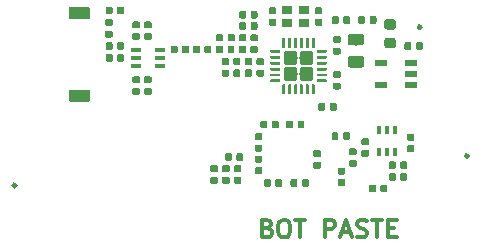
<source format=gbr>
G04 #@! TF.GenerationSoftware,KiCad,Pcbnew,(5.0.1)-4*
G04 #@! TF.CreationDate,2019-05-17T17:50:28+02:00*
G04 #@! TF.ProjectId,nk-LoRa,6E6B2D4C6F52612E6B696361645F7063,R1*
G04 #@! TF.SameCoordinates,PX5f5e100PY5f5e100*
G04 #@! TF.FileFunction,Paste,Bot*
G04 #@! TF.FilePolarity,Positive*
%FSLAX46Y46*%
G04 Gerber Fmt 4.6, Leading zero omitted, Abs format (unit mm)*
G04 Created by KiCad (PCBNEW (5.0.1)-4) date 17.05.2019 17:50:28*
%MOMM*%
%LPD*%
G01*
G04 APERTURE LIST*
%ADD10C,0.300000*%
%ADD11C,0.100000*%
%ADD12C,1.000000*%
%ADD13R,0.900000X0.400000*%
%ADD14R,1.100000X0.600000*%
%ADD15C,0.250000*%
%ADD16C,1.170000*%
%ADD17R,0.400000X0.650000*%
%ADD18R,0.900000X0.800000*%
%ADD19C,0.590000*%
%ADD20C,0.975000*%
%ADD21C,0.875000*%
G04 APERTURE END LIST*
D10*
X22321428Y-1712857D02*
X22535714Y-1784285D01*
X22607142Y-1855714D01*
X22678571Y-1998571D01*
X22678571Y-2212857D01*
X22607142Y-2355714D01*
X22535714Y-2427142D01*
X22392857Y-2498571D01*
X21821428Y-2498571D01*
X21821428Y-998571D01*
X22321428Y-998571D01*
X22464285Y-1070000D01*
X22535714Y-1141428D01*
X22607142Y-1284285D01*
X22607142Y-1427142D01*
X22535714Y-1570000D01*
X22464285Y-1641428D01*
X22321428Y-1712857D01*
X21821428Y-1712857D01*
X23607142Y-998571D02*
X23892857Y-998571D01*
X24035714Y-1070000D01*
X24178571Y-1212857D01*
X24250000Y-1498571D01*
X24250000Y-1998571D01*
X24178571Y-2284285D01*
X24035714Y-2427142D01*
X23892857Y-2498571D01*
X23607142Y-2498571D01*
X23464285Y-2427142D01*
X23321428Y-2284285D01*
X23250000Y-1998571D01*
X23250000Y-1498571D01*
X23321428Y-1212857D01*
X23464285Y-1070000D01*
X23607142Y-998571D01*
X24678571Y-998571D02*
X25535714Y-998571D01*
X25107142Y-2498571D02*
X25107142Y-998571D01*
X27178571Y-2498571D02*
X27178571Y-998571D01*
X27750000Y-998571D01*
X27892857Y-1070000D01*
X27964285Y-1141428D01*
X28035714Y-1284285D01*
X28035714Y-1498571D01*
X27964285Y-1641428D01*
X27892857Y-1712857D01*
X27750000Y-1784285D01*
X27178571Y-1784285D01*
X28607142Y-2070000D02*
X29321428Y-2070000D01*
X28464285Y-2498571D02*
X28964285Y-998571D01*
X29464285Y-2498571D01*
X29892857Y-2427142D02*
X30107142Y-2498571D01*
X30464285Y-2498571D01*
X30607142Y-2427142D01*
X30678571Y-2355714D01*
X30750000Y-2212857D01*
X30750000Y-2070000D01*
X30678571Y-1927142D01*
X30607142Y-1855714D01*
X30464285Y-1784285D01*
X30178571Y-1712857D01*
X30035714Y-1641428D01*
X29964285Y-1570000D01*
X29892857Y-1427142D01*
X29892857Y-1284285D01*
X29964285Y-1141428D01*
X30035714Y-1070000D01*
X30178571Y-998571D01*
X30535714Y-998571D01*
X30750000Y-1070000D01*
X31178571Y-998571D02*
X32035714Y-998571D01*
X31607142Y-2498571D02*
X31607142Y-998571D01*
X32535714Y-1712857D02*
X33035714Y-1712857D01*
X33250000Y-2498571D02*
X32535714Y-2498571D01*
X32535714Y-998571D01*
X33250000Y-998571D01*
G04 #@! TO.C,FID3*
X1003078Y1900000D02*
G75*
G03X1003078Y1900000I-103078J0D01*
G01*
X39303078Y4400000D02*
G75*
G03X39303078Y4400000I-103078J0D01*
G01*
X35303078Y15300000D02*
G75*
G03X35303078Y15300000I-103078J0D01*
G01*
G04 #@! TD*
D11*
G04 #@! TO.C,ANT2*
G36*
X7182742Y16999374D02*
X7195362Y16997502D01*
X7207737Y16994402D01*
X7219749Y16990104D01*
X7231282Y16984650D01*
X7242224Y16978091D01*
X7252471Y16970491D01*
X7261924Y16961924D01*
X7270491Y16952471D01*
X7278091Y16942224D01*
X7284650Y16931282D01*
X7290104Y16919749D01*
X7294402Y16907737D01*
X7297502Y16895362D01*
X7299374Y16882742D01*
X7300000Y16870000D01*
X7300000Y16130000D01*
X7299374Y16117258D01*
X7297502Y16104638D01*
X7294402Y16092263D01*
X7290104Y16080251D01*
X7284650Y16068718D01*
X7278091Y16057776D01*
X7270491Y16047529D01*
X7261924Y16038076D01*
X7252471Y16029509D01*
X7242224Y16021909D01*
X7231282Y16015350D01*
X7219749Y16009896D01*
X7207737Y16005598D01*
X7195362Y16002498D01*
X7182742Y16000626D01*
X7170000Y16000000D01*
X5630000Y16000000D01*
X5617258Y16000626D01*
X5604638Y16002498D01*
X5592263Y16005598D01*
X5580251Y16009896D01*
X5568718Y16015350D01*
X5557776Y16021909D01*
X5547529Y16029509D01*
X5538076Y16038076D01*
X5529509Y16047529D01*
X5521909Y16057776D01*
X5515350Y16068718D01*
X5509896Y16080251D01*
X5505598Y16092263D01*
X5502498Y16104638D01*
X5500626Y16117258D01*
X5500000Y16130000D01*
X5500000Y16870000D01*
X5500626Y16882742D01*
X5502498Y16895362D01*
X5505598Y16907737D01*
X5509896Y16919749D01*
X5515350Y16931282D01*
X5521909Y16942224D01*
X5529509Y16952471D01*
X5538076Y16961924D01*
X5547529Y16970491D01*
X5557776Y16978091D01*
X5568718Y16984650D01*
X5580251Y16990104D01*
X5592263Y16994402D01*
X5604638Y16997502D01*
X5617258Y16999374D01*
X5630000Y17000000D01*
X7170000Y17000000D01*
X7182742Y16999374D01*
X7182742Y16999374D01*
G37*
D12*
X6400000Y16500000D03*
D11*
G36*
X7182742Y9999374D02*
X7195362Y9997502D01*
X7207737Y9994402D01*
X7219749Y9990104D01*
X7231282Y9984650D01*
X7242224Y9978091D01*
X7252471Y9970491D01*
X7261924Y9961924D01*
X7270491Y9952471D01*
X7278091Y9942224D01*
X7284650Y9931282D01*
X7290104Y9919749D01*
X7294402Y9907737D01*
X7297502Y9895362D01*
X7299374Y9882742D01*
X7300000Y9870000D01*
X7300000Y9130000D01*
X7299374Y9117258D01*
X7297502Y9104638D01*
X7294402Y9092263D01*
X7290104Y9080251D01*
X7284650Y9068718D01*
X7278091Y9057776D01*
X7270491Y9047529D01*
X7261924Y9038076D01*
X7252471Y9029509D01*
X7242224Y9021909D01*
X7231282Y9015350D01*
X7219749Y9009896D01*
X7207737Y9005598D01*
X7195362Y9002498D01*
X7182742Y9000626D01*
X7170000Y9000000D01*
X5630000Y9000000D01*
X5617258Y9000626D01*
X5604638Y9002498D01*
X5592263Y9005598D01*
X5580251Y9009896D01*
X5568718Y9015350D01*
X5557776Y9021909D01*
X5547529Y9029509D01*
X5538076Y9038076D01*
X5529509Y9047529D01*
X5521909Y9057776D01*
X5515350Y9068718D01*
X5509896Y9080251D01*
X5505598Y9092263D01*
X5502498Y9104638D01*
X5500626Y9117258D01*
X5500000Y9130000D01*
X5500000Y9870000D01*
X5500626Y9882742D01*
X5502498Y9895362D01*
X5505598Y9907737D01*
X5509896Y9919749D01*
X5515350Y9931282D01*
X5521909Y9942224D01*
X5529509Y9952471D01*
X5538076Y9961924D01*
X5547529Y9970491D01*
X5557776Y9978091D01*
X5568718Y9984650D01*
X5580251Y9990104D01*
X5592263Y9994402D01*
X5604638Y9997502D01*
X5617258Y9999374D01*
X5630000Y10000000D01*
X7170000Y10000000D01*
X7182742Y9999374D01*
X7182742Y9999374D01*
G37*
D12*
X6400000Y9500000D03*
G04 #@! TD*
D13*
G04 #@! TO.C,U6*
X13250000Y12700000D03*
X13250000Y13350000D03*
X13250000Y12050000D03*
X11150000Y12700000D03*
X11150000Y13350000D03*
X11150000Y12050000D03*
G04 #@! TD*
D14*
G04 #@! TO.C,U1*
X31900000Y12300000D03*
X31900000Y10400000D03*
X34500000Y10400000D03*
X34500000Y11350000D03*
X34500000Y12300000D03*
G04 #@! TD*
D11*
G04 #@! TO.C,U3*
G36*
X23343626Y13374699D02*
X23349693Y13373799D01*
X23355643Y13372309D01*
X23361418Y13370242D01*
X23366962Y13367620D01*
X23372223Y13364467D01*
X23377150Y13360813D01*
X23381694Y13356694D01*
X23385813Y13352150D01*
X23389467Y13347223D01*
X23392620Y13341962D01*
X23395242Y13336418D01*
X23397309Y13330643D01*
X23398799Y13324693D01*
X23399699Y13318626D01*
X23400000Y13312500D01*
X23400000Y13187500D01*
X23399699Y13181374D01*
X23398799Y13175307D01*
X23397309Y13169357D01*
X23395242Y13163582D01*
X23392620Y13158038D01*
X23389467Y13152777D01*
X23385813Y13147850D01*
X23381694Y13143306D01*
X23377150Y13139187D01*
X23372223Y13135533D01*
X23366962Y13132380D01*
X23361418Y13129758D01*
X23355643Y13127691D01*
X23349693Y13126201D01*
X23343626Y13125301D01*
X23337500Y13125000D01*
X22637500Y13125000D01*
X22631374Y13125301D01*
X22625307Y13126201D01*
X22619357Y13127691D01*
X22613582Y13129758D01*
X22608038Y13132380D01*
X22602777Y13135533D01*
X22597850Y13139187D01*
X22593306Y13143306D01*
X22589187Y13147850D01*
X22585533Y13152777D01*
X22582380Y13158038D01*
X22579758Y13163582D01*
X22577691Y13169357D01*
X22576201Y13175307D01*
X22575301Y13181374D01*
X22575000Y13187500D01*
X22575000Y13312500D01*
X22575301Y13318626D01*
X22576201Y13324693D01*
X22577691Y13330643D01*
X22579758Y13336418D01*
X22582380Y13341962D01*
X22585533Y13347223D01*
X22589187Y13352150D01*
X22593306Y13356694D01*
X22597850Y13360813D01*
X22602777Y13364467D01*
X22608038Y13367620D01*
X22613582Y13370242D01*
X22619357Y13372309D01*
X22625307Y13373799D01*
X22631374Y13374699D01*
X22637500Y13375000D01*
X23337500Y13375000D01*
X23343626Y13374699D01*
X23343626Y13374699D01*
G37*
D15*
X22987500Y13250000D03*
D11*
G36*
X23343626Y12874699D02*
X23349693Y12873799D01*
X23355643Y12872309D01*
X23361418Y12870242D01*
X23366962Y12867620D01*
X23372223Y12864467D01*
X23377150Y12860813D01*
X23381694Y12856694D01*
X23385813Y12852150D01*
X23389467Y12847223D01*
X23392620Y12841962D01*
X23395242Y12836418D01*
X23397309Y12830643D01*
X23398799Y12824693D01*
X23399699Y12818626D01*
X23400000Y12812500D01*
X23400000Y12687500D01*
X23399699Y12681374D01*
X23398799Y12675307D01*
X23397309Y12669357D01*
X23395242Y12663582D01*
X23392620Y12658038D01*
X23389467Y12652777D01*
X23385813Y12647850D01*
X23381694Y12643306D01*
X23377150Y12639187D01*
X23372223Y12635533D01*
X23366962Y12632380D01*
X23361418Y12629758D01*
X23355643Y12627691D01*
X23349693Y12626201D01*
X23343626Y12625301D01*
X23337500Y12625000D01*
X22637500Y12625000D01*
X22631374Y12625301D01*
X22625307Y12626201D01*
X22619357Y12627691D01*
X22613582Y12629758D01*
X22608038Y12632380D01*
X22602777Y12635533D01*
X22597850Y12639187D01*
X22593306Y12643306D01*
X22589187Y12647850D01*
X22585533Y12652777D01*
X22582380Y12658038D01*
X22579758Y12663582D01*
X22577691Y12669357D01*
X22576201Y12675307D01*
X22575301Y12681374D01*
X22575000Y12687500D01*
X22575000Y12812500D01*
X22575301Y12818626D01*
X22576201Y12824693D01*
X22577691Y12830643D01*
X22579758Y12836418D01*
X22582380Y12841962D01*
X22585533Y12847223D01*
X22589187Y12852150D01*
X22593306Y12856694D01*
X22597850Y12860813D01*
X22602777Y12864467D01*
X22608038Y12867620D01*
X22613582Y12870242D01*
X22619357Y12872309D01*
X22625307Y12873799D01*
X22631374Y12874699D01*
X22637500Y12875000D01*
X23337500Y12875000D01*
X23343626Y12874699D01*
X23343626Y12874699D01*
G37*
D15*
X22987500Y12750000D03*
D11*
G36*
X23343626Y12374699D02*
X23349693Y12373799D01*
X23355643Y12372309D01*
X23361418Y12370242D01*
X23366962Y12367620D01*
X23372223Y12364467D01*
X23377150Y12360813D01*
X23381694Y12356694D01*
X23385813Y12352150D01*
X23389467Y12347223D01*
X23392620Y12341962D01*
X23395242Y12336418D01*
X23397309Y12330643D01*
X23398799Y12324693D01*
X23399699Y12318626D01*
X23400000Y12312500D01*
X23400000Y12187500D01*
X23399699Y12181374D01*
X23398799Y12175307D01*
X23397309Y12169357D01*
X23395242Y12163582D01*
X23392620Y12158038D01*
X23389467Y12152777D01*
X23385813Y12147850D01*
X23381694Y12143306D01*
X23377150Y12139187D01*
X23372223Y12135533D01*
X23366962Y12132380D01*
X23361418Y12129758D01*
X23355643Y12127691D01*
X23349693Y12126201D01*
X23343626Y12125301D01*
X23337500Y12125000D01*
X22637500Y12125000D01*
X22631374Y12125301D01*
X22625307Y12126201D01*
X22619357Y12127691D01*
X22613582Y12129758D01*
X22608038Y12132380D01*
X22602777Y12135533D01*
X22597850Y12139187D01*
X22593306Y12143306D01*
X22589187Y12147850D01*
X22585533Y12152777D01*
X22582380Y12158038D01*
X22579758Y12163582D01*
X22577691Y12169357D01*
X22576201Y12175307D01*
X22575301Y12181374D01*
X22575000Y12187500D01*
X22575000Y12312500D01*
X22575301Y12318626D01*
X22576201Y12324693D01*
X22577691Y12330643D01*
X22579758Y12336418D01*
X22582380Y12341962D01*
X22585533Y12347223D01*
X22589187Y12352150D01*
X22593306Y12356694D01*
X22597850Y12360813D01*
X22602777Y12364467D01*
X22608038Y12367620D01*
X22613582Y12370242D01*
X22619357Y12372309D01*
X22625307Y12373799D01*
X22631374Y12374699D01*
X22637500Y12375000D01*
X23337500Y12375000D01*
X23343626Y12374699D01*
X23343626Y12374699D01*
G37*
D15*
X22987500Y12250000D03*
D11*
G36*
X23343626Y11874699D02*
X23349693Y11873799D01*
X23355643Y11872309D01*
X23361418Y11870242D01*
X23366962Y11867620D01*
X23372223Y11864467D01*
X23377150Y11860813D01*
X23381694Y11856694D01*
X23385813Y11852150D01*
X23389467Y11847223D01*
X23392620Y11841962D01*
X23395242Y11836418D01*
X23397309Y11830643D01*
X23398799Y11824693D01*
X23399699Y11818626D01*
X23400000Y11812500D01*
X23400000Y11687500D01*
X23399699Y11681374D01*
X23398799Y11675307D01*
X23397309Y11669357D01*
X23395242Y11663582D01*
X23392620Y11658038D01*
X23389467Y11652777D01*
X23385813Y11647850D01*
X23381694Y11643306D01*
X23377150Y11639187D01*
X23372223Y11635533D01*
X23366962Y11632380D01*
X23361418Y11629758D01*
X23355643Y11627691D01*
X23349693Y11626201D01*
X23343626Y11625301D01*
X23337500Y11625000D01*
X22637500Y11625000D01*
X22631374Y11625301D01*
X22625307Y11626201D01*
X22619357Y11627691D01*
X22613582Y11629758D01*
X22608038Y11632380D01*
X22602777Y11635533D01*
X22597850Y11639187D01*
X22593306Y11643306D01*
X22589187Y11647850D01*
X22585533Y11652777D01*
X22582380Y11658038D01*
X22579758Y11663582D01*
X22577691Y11669357D01*
X22576201Y11675307D01*
X22575301Y11681374D01*
X22575000Y11687500D01*
X22575000Y11812500D01*
X22575301Y11818626D01*
X22576201Y11824693D01*
X22577691Y11830643D01*
X22579758Y11836418D01*
X22582380Y11841962D01*
X22585533Y11847223D01*
X22589187Y11852150D01*
X22593306Y11856694D01*
X22597850Y11860813D01*
X22602777Y11864467D01*
X22608038Y11867620D01*
X22613582Y11870242D01*
X22619357Y11872309D01*
X22625307Y11873799D01*
X22631374Y11874699D01*
X22637500Y11875000D01*
X23337500Y11875000D01*
X23343626Y11874699D01*
X23343626Y11874699D01*
G37*
D15*
X22987500Y11750000D03*
D11*
G36*
X23343626Y11374699D02*
X23349693Y11373799D01*
X23355643Y11372309D01*
X23361418Y11370242D01*
X23366962Y11367620D01*
X23372223Y11364467D01*
X23377150Y11360813D01*
X23381694Y11356694D01*
X23385813Y11352150D01*
X23389467Y11347223D01*
X23392620Y11341962D01*
X23395242Y11336418D01*
X23397309Y11330643D01*
X23398799Y11324693D01*
X23399699Y11318626D01*
X23400000Y11312500D01*
X23400000Y11187500D01*
X23399699Y11181374D01*
X23398799Y11175307D01*
X23397309Y11169357D01*
X23395242Y11163582D01*
X23392620Y11158038D01*
X23389467Y11152777D01*
X23385813Y11147850D01*
X23381694Y11143306D01*
X23377150Y11139187D01*
X23372223Y11135533D01*
X23366962Y11132380D01*
X23361418Y11129758D01*
X23355643Y11127691D01*
X23349693Y11126201D01*
X23343626Y11125301D01*
X23337500Y11125000D01*
X22637500Y11125000D01*
X22631374Y11125301D01*
X22625307Y11126201D01*
X22619357Y11127691D01*
X22613582Y11129758D01*
X22608038Y11132380D01*
X22602777Y11135533D01*
X22597850Y11139187D01*
X22593306Y11143306D01*
X22589187Y11147850D01*
X22585533Y11152777D01*
X22582380Y11158038D01*
X22579758Y11163582D01*
X22577691Y11169357D01*
X22576201Y11175307D01*
X22575301Y11181374D01*
X22575000Y11187500D01*
X22575000Y11312500D01*
X22575301Y11318626D01*
X22576201Y11324693D01*
X22577691Y11330643D01*
X22579758Y11336418D01*
X22582380Y11341962D01*
X22585533Y11347223D01*
X22589187Y11352150D01*
X22593306Y11356694D01*
X22597850Y11360813D01*
X22602777Y11364467D01*
X22608038Y11367620D01*
X22613582Y11370242D01*
X22619357Y11372309D01*
X22625307Y11373799D01*
X22631374Y11374699D01*
X22637500Y11375000D01*
X23337500Y11375000D01*
X23343626Y11374699D01*
X23343626Y11374699D01*
G37*
D15*
X22987500Y11250000D03*
D11*
G36*
X23343626Y10874699D02*
X23349693Y10873799D01*
X23355643Y10872309D01*
X23361418Y10870242D01*
X23366962Y10867620D01*
X23372223Y10864467D01*
X23377150Y10860813D01*
X23381694Y10856694D01*
X23385813Y10852150D01*
X23389467Y10847223D01*
X23392620Y10841962D01*
X23395242Y10836418D01*
X23397309Y10830643D01*
X23398799Y10824693D01*
X23399699Y10818626D01*
X23400000Y10812500D01*
X23400000Y10687500D01*
X23399699Y10681374D01*
X23398799Y10675307D01*
X23397309Y10669357D01*
X23395242Y10663582D01*
X23392620Y10658038D01*
X23389467Y10652777D01*
X23385813Y10647850D01*
X23381694Y10643306D01*
X23377150Y10639187D01*
X23372223Y10635533D01*
X23366962Y10632380D01*
X23361418Y10629758D01*
X23355643Y10627691D01*
X23349693Y10626201D01*
X23343626Y10625301D01*
X23337500Y10625000D01*
X22637500Y10625000D01*
X22631374Y10625301D01*
X22625307Y10626201D01*
X22619357Y10627691D01*
X22613582Y10629758D01*
X22608038Y10632380D01*
X22602777Y10635533D01*
X22597850Y10639187D01*
X22593306Y10643306D01*
X22589187Y10647850D01*
X22585533Y10652777D01*
X22582380Y10658038D01*
X22579758Y10663582D01*
X22577691Y10669357D01*
X22576201Y10675307D01*
X22575301Y10681374D01*
X22575000Y10687500D01*
X22575000Y10812500D01*
X22575301Y10818626D01*
X22576201Y10824693D01*
X22577691Y10830643D01*
X22579758Y10836418D01*
X22582380Y10841962D01*
X22585533Y10847223D01*
X22589187Y10852150D01*
X22593306Y10856694D01*
X22597850Y10860813D01*
X22602777Y10864467D01*
X22608038Y10867620D01*
X22613582Y10870242D01*
X22619357Y10872309D01*
X22625307Y10873799D01*
X22631374Y10874699D01*
X22637500Y10875000D01*
X23337500Y10875000D01*
X23343626Y10874699D01*
X23343626Y10874699D01*
G37*
D15*
X22987500Y10750000D03*
D11*
G36*
X23768626Y10449699D02*
X23774693Y10448799D01*
X23780643Y10447309D01*
X23786418Y10445242D01*
X23791962Y10442620D01*
X23797223Y10439467D01*
X23802150Y10435813D01*
X23806694Y10431694D01*
X23810813Y10427150D01*
X23814467Y10422223D01*
X23817620Y10416962D01*
X23820242Y10411418D01*
X23822309Y10405643D01*
X23823799Y10399693D01*
X23824699Y10393626D01*
X23825000Y10387500D01*
X23825000Y9687500D01*
X23824699Y9681374D01*
X23823799Y9675307D01*
X23822309Y9669357D01*
X23820242Y9663582D01*
X23817620Y9658038D01*
X23814467Y9652777D01*
X23810813Y9647850D01*
X23806694Y9643306D01*
X23802150Y9639187D01*
X23797223Y9635533D01*
X23791962Y9632380D01*
X23786418Y9629758D01*
X23780643Y9627691D01*
X23774693Y9626201D01*
X23768626Y9625301D01*
X23762500Y9625000D01*
X23637500Y9625000D01*
X23631374Y9625301D01*
X23625307Y9626201D01*
X23619357Y9627691D01*
X23613582Y9629758D01*
X23608038Y9632380D01*
X23602777Y9635533D01*
X23597850Y9639187D01*
X23593306Y9643306D01*
X23589187Y9647850D01*
X23585533Y9652777D01*
X23582380Y9658038D01*
X23579758Y9663582D01*
X23577691Y9669357D01*
X23576201Y9675307D01*
X23575301Y9681374D01*
X23575000Y9687500D01*
X23575000Y10387500D01*
X23575301Y10393626D01*
X23576201Y10399693D01*
X23577691Y10405643D01*
X23579758Y10411418D01*
X23582380Y10416962D01*
X23585533Y10422223D01*
X23589187Y10427150D01*
X23593306Y10431694D01*
X23597850Y10435813D01*
X23602777Y10439467D01*
X23608038Y10442620D01*
X23613582Y10445242D01*
X23619357Y10447309D01*
X23625307Y10448799D01*
X23631374Y10449699D01*
X23637500Y10450000D01*
X23762500Y10450000D01*
X23768626Y10449699D01*
X23768626Y10449699D01*
G37*
D15*
X23700000Y10037500D03*
D11*
G36*
X24268626Y10449699D02*
X24274693Y10448799D01*
X24280643Y10447309D01*
X24286418Y10445242D01*
X24291962Y10442620D01*
X24297223Y10439467D01*
X24302150Y10435813D01*
X24306694Y10431694D01*
X24310813Y10427150D01*
X24314467Y10422223D01*
X24317620Y10416962D01*
X24320242Y10411418D01*
X24322309Y10405643D01*
X24323799Y10399693D01*
X24324699Y10393626D01*
X24325000Y10387500D01*
X24325000Y9687500D01*
X24324699Y9681374D01*
X24323799Y9675307D01*
X24322309Y9669357D01*
X24320242Y9663582D01*
X24317620Y9658038D01*
X24314467Y9652777D01*
X24310813Y9647850D01*
X24306694Y9643306D01*
X24302150Y9639187D01*
X24297223Y9635533D01*
X24291962Y9632380D01*
X24286418Y9629758D01*
X24280643Y9627691D01*
X24274693Y9626201D01*
X24268626Y9625301D01*
X24262500Y9625000D01*
X24137500Y9625000D01*
X24131374Y9625301D01*
X24125307Y9626201D01*
X24119357Y9627691D01*
X24113582Y9629758D01*
X24108038Y9632380D01*
X24102777Y9635533D01*
X24097850Y9639187D01*
X24093306Y9643306D01*
X24089187Y9647850D01*
X24085533Y9652777D01*
X24082380Y9658038D01*
X24079758Y9663582D01*
X24077691Y9669357D01*
X24076201Y9675307D01*
X24075301Y9681374D01*
X24075000Y9687500D01*
X24075000Y10387500D01*
X24075301Y10393626D01*
X24076201Y10399693D01*
X24077691Y10405643D01*
X24079758Y10411418D01*
X24082380Y10416962D01*
X24085533Y10422223D01*
X24089187Y10427150D01*
X24093306Y10431694D01*
X24097850Y10435813D01*
X24102777Y10439467D01*
X24108038Y10442620D01*
X24113582Y10445242D01*
X24119357Y10447309D01*
X24125307Y10448799D01*
X24131374Y10449699D01*
X24137500Y10450000D01*
X24262500Y10450000D01*
X24268626Y10449699D01*
X24268626Y10449699D01*
G37*
D15*
X24200000Y10037500D03*
D11*
G36*
X24768626Y10449699D02*
X24774693Y10448799D01*
X24780643Y10447309D01*
X24786418Y10445242D01*
X24791962Y10442620D01*
X24797223Y10439467D01*
X24802150Y10435813D01*
X24806694Y10431694D01*
X24810813Y10427150D01*
X24814467Y10422223D01*
X24817620Y10416962D01*
X24820242Y10411418D01*
X24822309Y10405643D01*
X24823799Y10399693D01*
X24824699Y10393626D01*
X24825000Y10387500D01*
X24825000Y9687500D01*
X24824699Y9681374D01*
X24823799Y9675307D01*
X24822309Y9669357D01*
X24820242Y9663582D01*
X24817620Y9658038D01*
X24814467Y9652777D01*
X24810813Y9647850D01*
X24806694Y9643306D01*
X24802150Y9639187D01*
X24797223Y9635533D01*
X24791962Y9632380D01*
X24786418Y9629758D01*
X24780643Y9627691D01*
X24774693Y9626201D01*
X24768626Y9625301D01*
X24762500Y9625000D01*
X24637500Y9625000D01*
X24631374Y9625301D01*
X24625307Y9626201D01*
X24619357Y9627691D01*
X24613582Y9629758D01*
X24608038Y9632380D01*
X24602777Y9635533D01*
X24597850Y9639187D01*
X24593306Y9643306D01*
X24589187Y9647850D01*
X24585533Y9652777D01*
X24582380Y9658038D01*
X24579758Y9663582D01*
X24577691Y9669357D01*
X24576201Y9675307D01*
X24575301Y9681374D01*
X24575000Y9687500D01*
X24575000Y10387500D01*
X24575301Y10393626D01*
X24576201Y10399693D01*
X24577691Y10405643D01*
X24579758Y10411418D01*
X24582380Y10416962D01*
X24585533Y10422223D01*
X24589187Y10427150D01*
X24593306Y10431694D01*
X24597850Y10435813D01*
X24602777Y10439467D01*
X24608038Y10442620D01*
X24613582Y10445242D01*
X24619357Y10447309D01*
X24625307Y10448799D01*
X24631374Y10449699D01*
X24637500Y10450000D01*
X24762500Y10450000D01*
X24768626Y10449699D01*
X24768626Y10449699D01*
G37*
D15*
X24700000Y10037500D03*
D11*
G36*
X25268626Y10449699D02*
X25274693Y10448799D01*
X25280643Y10447309D01*
X25286418Y10445242D01*
X25291962Y10442620D01*
X25297223Y10439467D01*
X25302150Y10435813D01*
X25306694Y10431694D01*
X25310813Y10427150D01*
X25314467Y10422223D01*
X25317620Y10416962D01*
X25320242Y10411418D01*
X25322309Y10405643D01*
X25323799Y10399693D01*
X25324699Y10393626D01*
X25325000Y10387500D01*
X25325000Y9687500D01*
X25324699Y9681374D01*
X25323799Y9675307D01*
X25322309Y9669357D01*
X25320242Y9663582D01*
X25317620Y9658038D01*
X25314467Y9652777D01*
X25310813Y9647850D01*
X25306694Y9643306D01*
X25302150Y9639187D01*
X25297223Y9635533D01*
X25291962Y9632380D01*
X25286418Y9629758D01*
X25280643Y9627691D01*
X25274693Y9626201D01*
X25268626Y9625301D01*
X25262500Y9625000D01*
X25137500Y9625000D01*
X25131374Y9625301D01*
X25125307Y9626201D01*
X25119357Y9627691D01*
X25113582Y9629758D01*
X25108038Y9632380D01*
X25102777Y9635533D01*
X25097850Y9639187D01*
X25093306Y9643306D01*
X25089187Y9647850D01*
X25085533Y9652777D01*
X25082380Y9658038D01*
X25079758Y9663582D01*
X25077691Y9669357D01*
X25076201Y9675307D01*
X25075301Y9681374D01*
X25075000Y9687500D01*
X25075000Y10387500D01*
X25075301Y10393626D01*
X25076201Y10399693D01*
X25077691Y10405643D01*
X25079758Y10411418D01*
X25082380Y10416962D01*
X25085533Y10422223D01*
X25089187Y10427150D01*
X25093306Y10431694D01*
X25097850Y10435813D01*
X25102777Y10439467D01*
X25108038Y10442620D01*
X25113582Y10445242D01*
X25119357Y10447309D01*
X25125307Y10448799D01*
X25131374Y10449699D01*
X25137500Y10450000D01*
X25262500Y10450000D01*
X25268626Y10449699D01*
X25268626Y10449699D01*
G37*
D15*
X25200000Y10037500D03*
D11*
G36*
X25768626Y10449699D02*
X25774693Y10448799D01*
X25780643Y10447309D01*
X25786418Y10445242D01*
X25791962Y10442620D01*
X25797223Y10439467D01*
X25802150Y10435813D01*
X25806694Y10431694D01*
X25810813Y10427150D01*
X25814467Y10422223D01*
X25817620Y10416962D01*
X25820242Y10411418D01*
X25822309Y10405643D01*
X25823799Y10399693D01*
X25824699Y10393626D01*
X25825000Y10387500D01*
X25825000Y9687500D01*
X25824699Y9681374D01*
X25823799Y9675307D01*
X25822309Y9669357D01*
X25820242Y9663582D01*
X25817620Y9658038D01*
X25814467Y9652777D01*
X25810813Y9647850D01*
X25806694Y9643306D01*
X25802150Y9639187D01*
X25797223Y9635533D01*
X25791962Y9632380D01*
X25786418Y9629758D01*
X25780643Y9627691D01*
X25774693Y9626201D01*
X25768626Y9625301D01*
X25762500Y9625000D01*
X25637500Y9625000D01*
X25631374Y9625301D01*
X25625307Y9626201D01*
X25619357Y9627691D01*
X25613582Y9629758D01*
X25608038Y9632380D01*
X25602777Y9635533D01*
X25597850Y9639187D01*
X25593306Y9643306D01*
X25589187Y9647850D01*
X25585533Y9652777D01*
X25582380Y9658038D01*
X25579758Y9663582D01*
X25577691Y9669357D01*
X25576201Y9675307D01*
X25575301Y9681374D01*
X25575000Y9687500D01*
X25575000Y10387500D01*
X25575301Y10393626D01*
X25576201Y10399693D01*
X25577691Y10405643D01*
X25579758Y10411418D01*
X25582380Y10416962D01*
X25585533Y10422223D01*
X25589187Y10427150D01*
X25593306Y10431694D01*
X25597850Y10435813D01*
X25602777Y10439467D01*
X25608038Y10442620D01*
X25613582Y10445242D01*
X25619357Y10447309D01*
X25625307Y10448799D01*
X25631374Y10449699D01*
X25637500Y10450000D01*
X25762500Y10450000D01*
X25768626Y10449699D01*
X25768626Y10449699D01*
G37*
D15*
X25700000Y10037500D03*
D11*
G36*
X26268626Y10449699D02*
X26274693Y10448799D01*
X26280643Y10447309D01*
X26286418Y10445242D01*
X26291962Y10442620D01*
X26297223Y10439467D01*
X26302150Y10435813D01*
X26306694Y10431694D01*
X26310813Y10427150D01*
X26314467Y10422223D01*
X26317620Y10416962D01*
X26320242Y10411418D01*
X26322309Y10405643D01*
X26323799Y10399693D01*
X26324699Y10393626D01*
X26325000Y10387500D01*
X26325000Y9687500D01*
X26324699Y9681374D01*
X26323799Y9675307D01*
X26322309Y9669357D01*
X26320242Y9663582D01*
X26317620Y9658038D01*
X26314467Y9652777D01*
X26310813Y9647850D01*
X26306694Y9643306D01*
X26302150Y9639187D01*
X26297223Y9635533D01*
X26291962Y9632380D01*
X26286418Y9629758D01*
X26280643Y9627691D01*
X26274693Y9626201D01*
X26268626Y9625301D01*
X26262500Y9625000D01*
X26137500Y9625000D01*
X26131374Y9625301D01*
X26125307Y9626201D01*
X26119357Y9627691D01*
X26113582Y9629758D01*
X26108038Y9632380D01*
X26102777Y9635533D01*
X26097850Y9639187D01*
X26093306Y9643306D01*
X26089187Y9647850D01*
X26085533Y9652777D01*
X26082380Y9658038D01*
X26079758Y9663582D01*
X26077691Y9669357D01*
X26076201Y9675307D01*
X26075301Y9681374D01*
X26075000Y9687500D01*
X26075000Y10387500D01*
X26075301Y10393626D01*
X26076201Y10399693D01*
X26077691Y10405643D01*
X26079758Y10411418D01*
X26082380Y10416962D01*
X26085533Y10422223D01*
X26089187Y10427150D01*
X26093306Y10431694D01*
X26097850Y10435813D01*
X26102777Y10439467D01*
X26108038Y10442620D01*
X26113582Y10445242D01*
X26119357Y10447309D01*
X26125307Y10448799D01*
X26131374Y10449699D01*
X26137500Y10450000D01*
X26262500Y10450000D01*
X26268626Y10449699D01*
X26268626Y10449699D01*
G37*
D15*
X26200000Y10037500D03*
D11*
G36*
X27268626Y10874699D02*
X27274693Y10873799D01*
X27280643Y10872309D01*
X27286418Y10870242D01*
X27291962Y10867620D01*
X27297223Y10864467D01*
X27302150Y10860813D01*
X27306694Y10856694D01*
X27310813Y10852150D01*
X27314467Y10847223D01*
X27317620Y10841962D01*
X27320242Y10836418D01*
X27322309Y10830643D01*
X27323799Y10824693D01*
X27324699Y10818626D01*
X27325000Y10812500D01*
X27325000Y10687500D01*
X27324699Y10681374D01*
X27323799Y10675307D01*
X27322309Y10669357D01*
X27320242Y10663582D01*
X27317620Y10658038D01*
X27314467Y10652777D01*
X27310813Y10647850D01*
X27306694Y10643306D01*
X27302150Y10639187D01*
X27297223Y10635533D01*
X27291962Y10632380D01*
X27286418Y10629758D01*
X27280643Y10627691D01*
X27274693Y10626201D01*
X27268626Y10625301D01*
X27262500Y10625000D01*
X26562500Y10625000D01*
X26556374Y10625301D01*
X26550307Y10626201D01*
X26544357Y10627691D01*
X26538582Y10629758D01*
X26533038Y10632380D01*
X26527777Y10635533D01*
X26522850Y10639187D01*
X26518306Y10643306D01*
X26514187Y10647850D01*
X26510533Y10652777D01*
X26507380Y10658038D01*
X26504758Y10663582D01*
X26502691Y10669357D01*
X26501201Y10675307D01*
X26500301Y10681374D01*
X26500000Y10687500D01*
X26500000Y10812500D01*
X26500301Y10818626D01*
X26501201Y10824693D01*
X26502691Y10830643D01*
X26504758Y10836418D01*
X26507380Y10841962D01*
X26510533Y10847223D01*
X26514187Y10852150D01*
X26518306Y10856694D01*
X26522850Y10860813D01*
X26527777Y10864467D01*
X26533038Y10867620D01*
X26538582Y10870242D01*
X26544357Y10872309D01*
X26550307Y10873799D01*
X26556374Y10874699D01*
X26562500Y10875000D01*
X27262500Y10875000D01*
X27268626Y10874699D01*
X27268626Y10874699D01*
G37*
D15*
X26912500Y10750000D03*
D11*
G36*
X27268626Y11374699D02*
X27274693Y11373799D01*
X27280643Y11372309D01*
X27286418Y11370242D01*
X27291962Y11367620D01*
X27297223Y11364467D01*
X27302150Y11360813D01*
X27306694Y11356694D01*
X27310813Y11352150D01*
X27314467Y11347223D01*
X27317620Y11341962D01*
X27320242Y11336418D01*
X27322309Y11330643D01*
X27323799Y11324693D01*
X27324699Y11318626D01*
X27325000Y11312500D01*
X27325000Y11187500D01*
X27324699Y11181374D01*
X27323799Y11175307D01*
X27322309Y11169357D01*
X27320242Y11163582D01*
X27317620Y11158038D01*
X27314467Y11152777D01*
X27310813Y11147850D01*
X27306694Y11143306D01*
X27302150Y11139187D01*
X27297223Y11135533D01*
X27291962Y11132380D01*
X27286418Y11129758D01*
X27280643Y11127691D01*
X27274693Y11126201D01*
X27268626Y11125301D01*
X27262500Y11125000D01*
X26562500Y11125000D01*
X26556374Y11125301D01*
X26550307Y11126201D01*
X26544357Y11127691D01*
X26538582Y11129758D01*
X26533038Y11132380D01*
X26527777Y11135533D01*
X26522850Y11139187D01*
X26518306Y11143306D01*
X26514187Y11147850D01*
X26510533Y11152777D01*
X26507380Y11158038D01*
X26504758Y11163582D01*
X26502691Y11169357D01*
X26501201Y11175307D01*
X26500301Y11181374D01*
X26500000Y11187500D01*
X26500000Y11312500D01*
X26500301Y11318626D01*
X26501201Y11324693D01*
X26502691Y11330643D01*
X26504758Y11336418D01*
X26507380Y11341962D01*
X26510533Y11347223D01*
X26514187Y11352150D01*
X26518306Y11356694D01*
X26522850Y11360813D01*
X26527777Y11364467D01*
X26533038Y11367620D01*
X26538582Y11370242D01*
X26544357Y11372309D01*
X26550307Y11373799D01*
X26556374Y11374699D01*
X26562500Y11375000D01*
X27262500Y11375000D01*
X27268626Y11374699D01*
X27268626Y11374699D01*
G37*
D15*
X26912500Y11250000D03*
D11*
G36*
X27268626Y11874699D02*
X27274693Y11873799D01*
X27280643Y11872309D01*
X27286418Y11870242D01*
X27291962Y11867620D01*
X27297223Y11864467D01*
X27302150Y11860813D01*
X27306694Y11856694D01*
X27310813Y11852150D01*
X27314467Y11847223D01*
X27317620Y11841962D01*
X27320242Y11836418D01*
X27322309Y11830643D01*
X27323799Y11824693D01*
X27324699Y11818626D01*
X27325000Y11812500D01*
X27325000Y11687500D01*
X27324699Y11681374D01*
X27323799Y11675307D01*
X27322309Y11669357D01*
X27320242Y11663582D01*
X27317620Y11658038D01*
X27314467Y11652777D01*
X27310813Y11647850D01*
X27306694Y11643306D01*
X27302150Y11639187D01*
X27297223Y11635533D01*
X27291962Y11632380D01*
X27286418Y11629758D01*
X27280643Y11627691D01*
X27274693Y11626201D01*
X27268626Y11625301D01*
X27262500Y11625000D01*
X26562500Y11625000D01*
X26556374Y11625301D01*
X26550307Y11626201D01*
X26544357Y11627691D01*
X26538582Y11629758D01*
X26533038Y11632380D01*
X26527777Y11635533D01*
X26522850Y11639187D01*
X26518306Y11643306D01*
X26514187Y11647850D01*
X26510533Y11652777D01*
X26507380Y11658038D01*
X26504758Y11663582D01*
X26502691Y11669357D01*
X26501201Y11675307D01*
X26500301Y11681374D01*
X26500000Y11687500D01*
X26500000Y11812500D01*
X26500301Y11818626D01*
X26501201Y11824693D01*
X26502691Y11830643D01*
X26504758Y11836418D01*
X26507380Y11841962D01*
X26510533Y11847223D01*
X26514187Y11852150D01*
X26518306Y11856694D01*
X26522850Y11860813D01*
X26527777Y11864467D01*
X26533038Y11867620D01*
X26538582Y11870242D01*
X26544357Y11872309D01*
X26550307Y11873799D01*
X26556374Y11874699D01*
X26562500Y11875000D01*
X27262500Y11875000D01*
X27268626Y11874699D01*
X27268626Y11874699D01*
G37*
D15*
X26912500Y11750000D03*
D11*
G36*
X27268626Y12374699D02*
X27274693Y12373799D01*
X27280643Y12372309D01*
X27286418Y12370242D01*
X27291962Y12367620D01*
X27297223Y12364467D01*
X27302150Y12360813D01*
X27306694Y12356694D01*
X27310813Y12352150D01*
X27314467Y12347223D01*
X27317620Y12341962D01*
X27320242Y12336418D01*
X27322309Y12330643D01*
X27323799Y12324693D01*
X27324699Y12318626D01*
X27325000Y12312500D01*
X27325000Y12187500D01*
X27324699Y12181374D01*
X27323799Y12175307D01*
X27322309Y12169357D01*
X27320242Y12163582D01*
X27317620Y12158038D01*
X27314467Y12152777D01*
X27310813Y12147850D01*
X27306694Y12143306D01*
X27302150Y12139187D01*
X27297223Y12135533D01*
X27291962Y12132380D01*
X27286418Y12129758D01*
X27280643Y12127691D01*
X27274693Y12126201D01*
X27268626Y12125301D01*
X27262500Y12125000D01*
X26562500Y12125000D01*
X26556374Y12125301D01*
X26550307Y12126201D01*
X26544357Y12127691D01*
X26538582Y12129758D01*
X26533038Y12132380D01*
X26527777Y12135533D01*
X26522850Y12139187D01*
X26518306Y12143306D01*
X26514187Y12147850D01*
X26510533Y12152777D01*
X26507380Y12158038D01*
X26504758Y12163582D01*
X26502691Y12169357D01*
X26501201Y12175307D01*
X26500301Y12181374D01*
X26500000Y12187500D01*
X26500000Y12312500D01*
X26500301Y12318626D01*
X26501201Y12324693D01*
X26502691Y12330643D01*
X26504758Y12336418D01*
X26507380Y12341962D01*
X26510533Y12347223D01*
X26514187Y12352150D01*
X26518306Y12356694D01*
X26522850Y12360813D01*
X26527777Y12364467D01*
X26533038Y12367620D01*
X26538582Y12370242D01*
X26544357Y12372309D01*
X26550307Y12373799D01*
X26556374Y12374699D01*
X26562500Y12375000D01*
X27262500Y12375000D01*
X27268626Y12374699D01*
X27268626Y12374699D01*
G37*
D15*
X26912500Y12250000D03*
D11*
G36*
X27268626Y12874699D02*
X27274693Y12873799D01*
X27280643Y12872309D01*
X27286418Y12870242D01*
X27291962Y12867620D01*
X27297223Y12864467D01*
X27302150Y12860813D01*
X27306694Y12856694D01*
X27310813Y12852150D01*
X27314467Y12847223D01*
X27317620Y12841962D01*
X27320242Y12836418D01*
X27322309Y12830643D01*
X27323799Y12824693D01*
X27324699Y12818626D01*
X27325000Y12812500D01*
X27325000Y12687500D01*
X27324699Y12681374D01*
X27323799Y12675307D01*
X27322309Y12669357D01*
X27320242Y12663582D01*
X27317620Y12658038D01*
X27314467Y12652777D01*
X27310813Y12647850D01*
X27306694Y12643306D01*
X27302150Y12639187D01*
X27297223Y12635533D01*
X27291962Y12632380D01*
X27286418Y12629758D01*
X27280643Y12627691D01*
X27274693Y12626201D01*
X27268626Y12625301D01*
X27262500Y12625000D01*
X26562500Y12625000D01*
X26556374Y12625301D01*
X26550307Y12626201D01*
X26544357Y12627691D01*
X26538582Y12629758D01*
X26533038Y12632380D01*
X26527777Y12635533D01*
X26522850Y12639187D01*
X26518306Y12643306D01*
X26514187Y12647850D01*
X26510533Y12652777D01*
X26507380Y12658038D01*
X26504758Y12663582D01*
X26502691Y12669357D01*
X26501201Y12675307D01*
X26500301Y12681374D01*
X26500000Y12687500D01*
X26500000Y12812500D01*
X26500301Y12818626D01*
X26501201Y12824693D01*
X26502691Y12830643D01*
X26504758Y12836418D01*
X26507380Y12841962D01*
X26510533Y12847223D01*
X26514187Y12852150D01*
X26518306Y12856694D01*
X26522850Y12860813D01*
X26527777Y12864467D01*
X26533038Y12867620D01*
X26538582Y12870242D01*
X26544357Y12872309D01*
X26550307Y12873799D01*
X26556374Y12874699D01*
X26562500Y12875000D01*
X27262500Y12875000D01*
X27268626Y12874699D01*
X27268626Y12874699D01*
G37*
D15*
X26912500Y12750000D03*
D11*
G36*
X27268626Y13374699D02*
X27274693Y13373799D01*
X27280643Y13372309D01*
X27286418Y13370242D01*
X27291962Y13367620D01*
X27297223Y13364467D01*
X27302150Y13360813D01*
X27306694Y13356694D01*
X27310813Y13352150D01*
X27314467Y13347223D01*
X27317620Y13341962D01*
X27320242Y13336418D01*
X27322309Y13330643D01*
X27323799Y13324693D01*
X27324699Y13318626D01*
X27325000Y13312500D01*
X27325000Y13187500D01*
X27324699Y13181374D01*
X27323799Y13175307D01*
X27322309Y13169357D01*
X27320242Y13163582D01*
X27317620Y13158038D01*
X27314467Y13152777D01*
X27310813Y13147850D01*
X27306694Y13143306D01*
X27302150Y13139187D01*
X27297223Y13135533D01*
X27291962Y13132380D01*
X27286418Y13129758D01*
X27280643Y13127691D01*
X27274693Y13126201D01*
X27268626Y13125301D01*
X27262500Y13125000D01*
X26562500Y13125000D01*
X26556374Y13125301D01*
X26550307Y13126201D01*
X26544357Y13127691D01*
X26538582Y13129758D01*
X26533038Y13132380D01*
X26527777Y13135533D01*
X26522850Y13139187D01*
X26518306Y13143306D01*
X26514187Y13147850D01*
X26510533Y13152777D01*
X26507380Y13158038D01*
X26504758Y13163582D01*
X26502691Y13169357D01*
X26501201Y13175307D01*
X26500301Y13181374D01*
X26500000Y13187500D01*
X26500000Y13312500D01*
X26500301Y13318626D01*
X26501201Y13324693D01*
X26502691Y13330643D01*
X26504758Y13336418D01*
X26507380Y13341962D01*
X26510533Y13347223D01*
X26514187Y13352150D01*
X26518306Y13356694D01*
X26522850Y13360813D01*
X26527777Y13364467D01*
X26533038Y13367620D01*
X26538582Y13370242D01*
X26544357Y13372309D01*
X26550307Y13373799D01*
X26556374Y13374699D01*
X26562500Y13375000D01*
X27262500Y13375000D01*
X27268626Y13374699D01*
X27268626Y13374699D01*
G37*
D15*
X26912500Y13250000D03*
D11*
G36*
X26268626Y14374699D02*
X26274693Y14373799D01*
X26280643Y14372309D01*
X26286418Y14370242D01*
X26291962Y14367620D01*
X26297223Y14364467D01*
X26302150Y14360813D01*
X26306694Y14356694D01*
X26310813Y14352150D01*
X26314467Y14347223D01*
X26317620Y14341962D01*
X26320242Y14336418D01*
X26322309Y14330643D01*
X26323799Y14324693D01*
X26324699Y14318626D01*
X26325000Y14312500D01*
X26325000Y13612500D01*
X26324699Y13606374D01*
X26323799Y13600307D01*
X26322309Y13594357D01*
X26320242Y13588582D01*
X26317620Y13583038D01*
X26314467Y13577777D01*
X26310813Y13572850D01*
X26306694Y13568306D01*
X26302150Y13564187D01*
X26297223Y13560533D01*
X26291962Y13557380D01*
X26286418Y13554758D01*
X26280643Y13552691D01*
X26274693Y13551201D01*
X26268626Y13550301D01*
X26262500Y13550000D01*
X26137500Y13550000D01*
X26131374Y13550301D01*
X26125307Y13551201D01*
X26119357Y13552691D01*
X26113582Y13554758D01*
X26108038Y13557380D01*
X26102777Y13560533D01*
X26097850Y13564187D01*
X26093306Y13568306D01*
X26089187Y13572850D01*
X26085533Y13577777D01*
X26082380Y13583038D01*
X26079758Y13588582D01*
X26077691Y13594357D01*
X26076201Y13600307D01*
X26075301Y13606374D01*
X26075000Y13612500D01*
X26075000Y14312500D01*
X26075301Y14318626D01*
X26076201Y14324693D01*
X26077691Y14330643D01*
X26079758Y14336418D01*
X26082380Y14341962D01*
X26085533Y14347223D01*
X26089187Y14352150D01*
X26093306Y14356694D01*
X26097850Y14360813D01*
X26102777Y14364467D01*
X26108038Y14367620D01*
X26113582Y14370242D01*
X26119357Y14372309D01*
X26125307Y14373799D01*
X26131374Y14374699D01*
X26137500Y14375000D01*
X26262500Y14375000D01*
X26268626Y14374699D01*
X26268626Y14374699D01*
G37*
D15*
X26200000Y13962500D03*
D11*
G36*
X25768626Y14374699D02*
X25774693Y14373799D01*
X25780643Y14372309D01*
X25786418Y14370242D01*
X25791962Y14367620D01*
X25797223Y14364467D01*
X25802150Y14360813D01*
X25806694Y14356694D01*
X25810813Y14352150D01*
X25814467Y14347223D01*
X25817620Y14341962D01*
X25820242Y14336418D01*
X25822309Y14330643D01*
X25823799Y14324693D01*
X25824699Y14318626D01*
X25825000Y14312500D01*
X25825000Y13612500D01*
X25824699Y13606374D01*
X25823799Y13600307D01*
X25822309Y13594357D01*
X25820242Y13588582D01*
X25817620Y13583038D01*
X25814467Y13577777D01*
X25810813Y13572850D01*
X25806694Y13568306D01*
X25802150Y13564187D01*
X25797223Y13560533D01*
X25791962Y13557380D01*
X25786418Y13554758D01*
X25780643Y13552691D01*
X25774693Y13551201D01*
X25768626Y13550301D01*
X25762500Y13550000D01*
X25637500Y13550000D01*
X25631374Y13550301D01*
X25625307Y13551201D01*
X25619357Y13552691D01*
X25613582Y13554758D01*
X25608038Y13557380D01*
X25602777Y13560533D01*
X25597850Y13564187D01*
X25593306Y13568306D01*
X25589187Y13572850D01*
X25585533Y13577777D01*
X25582380Y13583038D01*
X25579758Y13588582D01*
X25577691Y13594357D01*
X25576201Y13600307D01*
X25575301Y13606374D01*
X25575000Y13612500D01*
X25575000Y14312500D01*
X25575301Y14318626D01*
X25576201Y14324693D01*
X25577691Y14330643D01*
X25579758Y14336418D01*
X25582380Y14341962D01*
X25585533Y14347223D01*
X25589187Y14352150D01*
X25593306Y14356694D01*
X25597850Y14360813D01*
X25602777Y14364467D01*
X25608038Y14367620D01*
X25613582Y14370242D01*
X25619357Y14372309D01*
X25625307Y14373799D01*
X25631374Y14374699D01*
X25637500Y14375000D01*
X25762500Y14375000D01*
X25768626Y14374699D01*
X25768626Y14374699D01*
G37*
D15*
X25700000Y13962500D03*
D11*
G36*
X25268626Y14374699D02*
X25274693Y14373799D01*
X25280643Y14372309D01*
X25286418Y14370242D01*
X25291962Y14367620D01*
X25297223Y14364467D01*
X25302150Y14360813D01*
X25306694Y14356694D01*
X25310813Y14352150D01*
X25314467Y14347223D01*
X25317620Y14341962D01*
X25320242Y14336418D01*
X25322309Y14330643D01*
X25323799Y14324693D01*
X25324699Y14318626D01*
X25325000Y14312500D01*
X25325000Y13612500D01*
X25324699Y13606374D01*
X25323799Y13600307D01*
X25322309Y13594357D01*
X25320242Y13588582D01*
X25317620Y13583038D01*
X25314467Y13577777D01*
X25310813Y13572850D01*
X25306694Y13568306D01*
X25302150Y13564187D01*
X25297223Y13560533D01*
X25291962Y13557380D01*
X25286418Y13554758D01*
X25280643Y13552691D01*
X25274693Y13551201D01*
X25268626Y13550301D01*
X25262500Y13550000D01*
X25137500Y13550000D01*
X25131374Y13550301D01*
X25125307Y13551201D01*
X25119357Y13552691D01*
X25113582Y13554758D01*
X25108038Y13557380D01*
X25102777Y13560533D01*
X25097850Y13564187D01*
X25093306Y13568306D01*
X25089187Y13572850D01*
X25085533Y13577777D01*
X25082380Y13583038D01*
X25079758Y13588582D01*
X25077691Y13594357D01*
X25076201Y13600307D01*
X25075301Y13606374D01*
X25075000Y13612500D01*
X25075000Y14312500D01*
X25075301Y14318626D01*
X25076201Y14324693D01*
X25077691Y14330643D01*
X25079758Y14336418D01*
X25082380Y14341962D01*
X25085533Y14347223D01*
X25089187Y14352150D01*
X25093306Y14356694D01*
X25097850Y14360813D01*
X25102777Y14364467D01*
X25108038Y14367620D01*
X25113582Y14370242D01*
X25119357Y14372309D01*
X25125307Y14373799D01*
X25131374Y14374699D01*
X25137500Y14375000D01*
X25262500Y14375000D01*
X25268626Y14374699D01*
X25268626Y14374699D01*
G37*
D15*
X25200000Y13962500D03*
D11*
G36*
X24768626Y14374699D02*
X24774693Y14373799D01*
X24780643Y14372309D01*
X24786418Y14370242D01*
X24791962Y14367620D01*
X24797223Y14364467D01*
X24802150Y14360813D01*
X24806694Y14356694D01*
X24810813Y14352150D01*
X24814467Y14347223D01*
X24817620Y14341962D01*
X24820242Y14336418D01*
X24822309Y14330643D01*
X24823799Y14324693D01*
X24824699Y14318626D01*
X24825000Y14312500D01*
X24825000Y13612500D01*
X24824699Y13606374D01*
X24823799Y13600307D01*
X24822309Y13594357D01*
X24820242Y13588582D01*
X24817620Y13583038D01*
X24814467Y13577777D01*
X24810813Y13572850D01*
X24806694Y13568306D01*
X24802150Y13564187D01*
X24797223Y13560533D01*
X24791962Y13557380D01*
X24786418Y13554758D01*
X24780643Y13552691D01*
X24774693Y13551201D01*
X24768626Y13550301D01*
X24762500Y13550000D01*
X24637500Y13550000D01*
X24631374Y13550301D01*
X24625307Y13551201D01*
X24619357Y13552691D01*
X24613582Y13554758D01*
X24608038Y13557380D01*
X24602777Y13560533D01*
X24597850Y13564187D01*
X24593306Y13568306D01*
X24589187Y13572850D01*
X24585533Y13577777D01*
X24582380Y13583038D01*
X24579758Y13588582D01*
X24577691Y13594357D01*
X24576201Y13600307D01*
X24575301Y13606374D01*
X24575000Y13612500D01*
X24575000Y14312500D01*
X24575301Y14318626D01*
X24576201Y14324693D01*
X24577691Y14330643D01*
X24579758Y14336418D01*
X24582380Y14341962D01*
X24585533Y14347223D01*
X24589187Y14352150D01*
X24593306Y14356694D01*
X24597850Y14360813D01*
X24602777Y14364467D01*
X24608038Y14367620D01*
X24613582Y14370242D01*
X24619357Y14372309D01*
X24625307Y14373799D01*
X24631374Y14374699D01*
X24637500Y14375000D01*
X24762500Y14375000D01*
X24768626Y14374699D01*
X24768626Y14374699D01*
G37*
D15*
X24700000Y13962500D03*
D11*
G36*
X24268626Y14374699D02*
X24274693Y14373799D01*
X24280643Y14372309D01*
X24286418Y14370242D01*
X24291962Y14367620D01*
X24297223Y14364467D01*
X24302150Y14360813D01*
X24306694Y14356694D01*
X24310813Y14352150D01*
X24314467Y14347223D01*
X24317620Y14341962D01*
X24320242Y14336418D01*
X24322309Y14330643D01*
X24323799Y14324693D01*
X24324699Y14318626D01*
X24325000Y14312500D01*
X24325000Y13612500D01*
X24324699Y13606374D01*
X24323799Y13600307D01*
X24322309Y13594357D01*
X24320242Y13588582D01*
X24317620Y13583038D01*
X24314467Y13577777D01*
X24310813Y13572850D01*
X24306694Y13568306D01*
X24302150Y13564187D01*
X24297223Y13560533D01*
X24291962Y13557380D01*
X24286418Y13554758D01*
X24280643Y13552691D01*
X24274693Y13551201D01*
X24268626Y13550301D01*
X24262500Y13550000D01*
X24137500Y13550000D01*
X24131374Y13550301D01*
X24125307Y13551201D01*
X24119357Y13552691D01*
X24113582Y13554758D01*
X24108038Y13557380D01*
X24102777Y13560533D01*
X24097850Y13564187D01*
X24093306Y13568306D01*
X24089187Y13572850D01*
X24085533Y13577777D01*
X24082380Y13583038D01*
X24079758Y13588582D01*
X24077691Y13594357D01*
X24076201Y13600307D01*
X24075301Y13606374D01*
X24075000Y13612500D01*
X24075000Y14312500D01*
X24075301Y14318626D01*
X24076201Y14324693D01*
X24077691Y14330643D01*
X24079758Y14336418D01*
X24082380Y14341962D01*
X24085533Y14347223D01*
X24089187Y14352150D01*
X24093306Y14356694D01*
X24097850Y14360813D01*
X24102777Y14364467D01*
X24108038Y14367620D01*
X24113582Y14370242D01*
X24119357Y14372309D01*
X24125307Y14373799D01*
X24131374Y14374699D01*
X24137500Y14375000D01*
X24262500Y14375000D01*
X24268626Y14374699D01*
X24268626Y14374699D01*
G37*
D15*
X24200000Y13962500D03*
D11*
G36*
X23768626Y14374699D02*
X23774693Y14373799D01*
X23780643Y14372309D01*
X23786418Y14370242D01*
X23791962Y14367620D01*
X23797223Y14364467D01*
X23802150Y14360813D01*
X23806694Y14356694D01*
X23810813Y14352150D01*
X23814467Y14347223D01*
X23817620Y14341962D01*
X23820242Y14336418D01*
X23822309Y14330643D01*
X23823799Y14324693D01*
X23824699Y14318626D01*
X23825000Y14312500D01*
X23825000Y13612500D01*
X23824699Y13606374D01*
X23823799Y13600307D01*
X23822309Y13594357D01*
X23820242Y13588582D01*
X23817620Y13583038D01*
X23814467Y13577777D01*
X23810813Y13572850D01*
X23806694Y13568306D01*
X23802150Y13564187D01*
X23797223Y13560533D01*
X23791962Y13557380D01*
X23786418Y13554758D01*
X23780643Y13552691D01*
X23774693Y13551201D01*
X23768626Y13550301D01*
X23762500Y13550000D01*
X23637500Y13550000D01*
X23631374Y13550301D01*
X23625307Y13551201D01*
X23619357Y13552691D01*
X23613582Y13554758D01*
X23608038Y13557380D01*
X23602777Y13560533D01*
X23597850Y13564187D01*
X23593306Y13568306D01*
X23589187Y13572850D01*
X23585533Y13577777D01*
X23582380Y13583038D01*
X23579758Y13588582D01*
X23577691Y13594357D01*
X23576201Y13600307D01*
X23575301Y13606374D01*
X23575000Y13612500D01*
X23575000Y14312500D01*
X23575301Y14318626D01*
X23576201Y14324693D01*
X23577691Y14330643D01*
X23579758Y14336418D01*
X23582380Y14341962D01*
X23585533Y14347223D01*
X23589187Y14352150D01*
X23593306Y14356694D01*
X23597850Y14360813D01*
X23602777Y14364467D01*
X23608038Y14367620D01*
X23613582Y14370242D01*
X23619357Y14372309D01*
X23625307Y14373799D01*
X23631374Y14374699D01*
X23637500Y14375000D01*
X23762500Y14375000D01*
X23768626Y14374699D01*
X23768626Y14374699D01*
G37*
D15*
X23700000Y13962500D03*
D11*
G36*
X25984505Y11908796D02*
X26008773Y11905196D01*
X26032572Y11899235D01*
X26055671Y11890970D01*
X26077850Y11880480D01*
X26098893Y11867868D01*
X26118599Y11853253D01*
X26136777Y11836777D01*
X26153253Y11818599D01*
X26167868Y11798893D01*
X26180480Y11777850D01*
X26190970Y11755671D01*
X26199235Y11732572D01*
X26205196Y11708773D01*
X26208796Y11684505D01*
X26210000Y11660001D01*
X26210000Y10989999D01*
X26208796Y10965495D01*
X26205196Y10941227D01*
X26199235Y10917428D01*
X26190970Y10894329D01*
X26180480Y10872150D01*
X26167868Y10851107D01*
X26153253Y10831401D01*
X26136777Y10813223D01*
X26118599Y10796747D01*
X26098893Y10782132D01*
X26077850Y10769520D01*
X26055671Y10759030D01*
X26032572Y10750765D01*
X26008773Y10744804D01*
X25984505Y10741204D01*
X25960001Y10740000D01*
X25289999Y10740000D01*
X25265495Y10741204D01*
X25241227Y10744804D01*
X25217428Y10750765D01*
X25194329Y10759030D01*
X25172150Y10769520D01*
X25151107Y10782132D01*
X25131401Y10796747D01*
X25113223Y10813223D01*
X25096747Y10831401D01*
X25082132Y10851107D01*
X25069520Y10872150D01*
X25059030Y10894329D01*
X25050765Y10917428D01*
X25044804Y10941227D01*
X25041204Y10965495D01*
X25040000Y10989999D01*
X25040000Y11660001D01*
X25041204Y11684505D01*
X25044804Y11708773D01*
X25050765Y11732572D01*
X25059030Y11755671D01*
X25069520Y11777850D01*
X25082132Y11798893D01*
X25096747Y11818599D01*
X25113223Y11836777D01*
X25131401Y11853253D01*
X25151107Y11867868D01*
X25172150Y11880480D01*
X25194329Y11890970D01*
X25217428Y11899235D01*
X25241227Y11905196D01*
X25265495Y11908796D01*
X25289999Y11910000D01*
X25960001Y11910000D01*
X25984505Y11908796D01*
X25984505Y11908796D01*
G37*
D16*
X25625000Y11325000D03*
D11*
G36*
X24634505Y11908796D02*
X24658773Y11905196D01*
X24682572Y11899235D01*
X24705671Y11890970D01*
X24727850Y11880480D01*
X24748893Y11867868D01*
X24768599Y11853253D01*
X24786777Y11836777D01*
X24803253Y11818599D01*
X24817868Y11798893D01*
X24830480Y11777850D01*
X24840970Y11755671D01*
X24849235Y11732572D01*
X24855196Y11708773D01*
X24858796Y11684505D01*
X24860000Y11660001D01*
X24860000Y10989999D01*
X24858796Y10965495D01*
X24855196Y10941227D01*
X24849235Y10917428D01*
X24840970Y10894329D01*
X24830480Y10872150D01*
X24817868Y10851107D01*
X24803253Y10831401D01*
X24786777Y10813223D01*
X24768599Y10796747D01*
X24748893Y10782132D01*
X24727850Y10769520D01*
X24705671Y10759030D01*
X24682572Y10750765D01*
X24658773Y10744804D01*
X24634505Y10741204D01*
X24610001Y10740000D01*
X23939999Y10740000D01*
X23915495Y10741204D01*
X23891227Y10744804D01*
X23867428Y10750765D01*
X23844329Y10759030D01*
X23822150Y10769520D01*
X23801107Y10782132D01*
X23781401Y10796747D01*
X23763223Y10813223D01*
X23746747Y10831401D01*
X23732132Y10851107D01*
X23719520Y10872150D01*
X23709030Y10894329D01*
X23700765Y10917428D01*
X23694804Y10941227D01*
X23691204Y10965495D01*
X23690000Y10989999D01*
X23690000Y11660001D01*
X23691204Y11684505D01*
X23694804Y11708773D01*
X23700765Y11732572D01*
X23709030Y11755671D01*
X23719520Y11777850D01*
X23732132Y11798893D01*
X23746747Y11818599D01*
X23763223Y11836777D01*
X23781401Y11853253D01*
X23801107Y11867868D01*
X23822150Y11880480D01*
X23844329Y11890970D01*
X23867428Y11899235D01*
X23891227Y11905196D01*
X23915495Y11908796D01*
X23939999Y11910000D01*
X24610001Y11910000D01*
X24634505Y11908796D01*
X24634505Y11908796D01*
G37*
D16*
X24275000Y11325000D03*
D11*
G36*
X25984505Y13258796D02*
X26008773Y13255196D01*
X26032572Y13249235D01*
X26055671Y13240970D01*
X26077850Y13230480D01*
X26098893Y13217868D01*
X26118599Y13203253D01*
X26136777Y13186777D01*
X26153253Y13168599D01*
X26167868Y13148893D01*
X26180480Y13127850D01*
X26190970Y13105671D01*
X26199235Y13082572D01*
X26205196Y13058773D01*
X26208796Y13034505D01*
X26210000Y13010001D01*
X26210000Y12339999D01*
X26208796Y12315495D01*
X26205196Y12291227D01*
X26199235Y12267428D01*
X26190970Y12244329D01*
X26180480Y12222150D01*
X26167868Y12201107D01*
X26153253Y12181401D01*
X26136777Y12163223D01*
X26118599Y12146747D01*
X26098893Y12132132D01*
X26077850Y12119520D01*
X26055671Y12109030D01*
X26032572Y12100765D01*
X26008773Y12094804D01*
X25984505Y12091204D01*
X25960001Y12090000D01*
X25289999Y12090000D01*
X25265495Y12091204D01*
X25241227Y12094804D01*
X25217428Y12100765D01*
X25194329Y12109030D01*
X25172150Y12119520D01*
X25151107Y12132132D01*
X25131401Y12146747D01*
X25113223Y12163223D01*
X25096747Y12181401D01*
X25082132Y12201107D01*
X25069520Y12222150D01*
X25059030Y12244329D01*
X25050765Y12267428D01*
X25044804Y12291227D01*
X25041204Y12315495D01*
X25040000Y12339999D01*
X25040000Y13010001D01*
X25041204Y13034505D01*
X25044804Y13058773D01*
X25050765Y13082572D01*
X25059030Y13105671D01*
X25069520Y13127850D01*
X25082132Y13148893D01*
X25096747Y13168599D01*
X25113223Y13186777D01*
X25131401Y13203253D01*
X25151107Y13217868D01*
X25172150Y13230480D01*
X25194329Y13240970D01*
X25217428Y13249235D01*
X25241227Y13255196D01*
X25265495Y13258796D01*
X25289999Y13260000D01*
X25960001Y13260000D01*
X25984505Y13258796D01*
X25984505Y13258796D01*
G37*
D16*
X25625000Y12675000D03*
D11*
G36*
X24634505Y13258796D02*
X24658773Y13255196D01*
X24682572Y13249235D01*
X24705671Y13240970D01*
X24727850Y13230480D01*
X24748893Y13217868D01*
X24768599Y13203253D01*
X24786777Y13186777D01*
X24803253Y13168599D01*
X24817868Y13148893D01*
X24830480Y13127850D01*
X24840970Y13105671D01*
X24849235Y13082572D01*
X24855196Y13058773D01*
X24858796Y13034505D01*
X24860000Y13010001D01*
X24860000Y12339999D01*
X24858796Y12315495D01*
X24855196Y12291227D01*
X24849235Y12267428D01*
X24840970Y12244329D01*
X24830480Y12222150D01*
X24817868Y12201107D01*
X24803253Y12181401D01*
X24786777Y12163223D01*
X24768599Y12146747D01*
X24748893Y12132132D01*
X24727850Y12119520D01*
X24705671Y12109030D01*
X24682572Y12100765D01*
X24658773Y12094804D01*
X24634505Y12091204D01*
X24610001Y12090000D01*
X23939999Y12090000D01*
X23915495Y12091204D01*
X23891227Y12094804D01*
X23867428Y12100765D01*
X23844329Y12109030D01*
X23822150Y12119520D01*
X23801107Y12132132D01*
X23781401Y12146747D01*
X23763223Y12163223D01*
X23746747Y12181401D01*
X23732132Y12201107D01*
X23719520Y12222150D01*
X23709030Y12244329D01*
X23700765Y12267428D01*
X23694804Y12291227D01*
X23691204Y12315495D01*
X23690000Y12339999D01*
X23690000Y13010001D01*
X23691204Y13034505D01*
X23694804Y13058773D01*
X23700765Y13082572D01*
X23709030Y13105671D01*
X23719520Y13127850D01*
X23732132Y13148893D01*
X23746747Y13168599D01*
X23763223Y13186777D01*
X23781401Y13203253D01*
X23801107Y13217868D01*
X23822150Y13230480D01*
X23844329Y13240970D01*
X23867428Y13249235D01*
X23891227Y13255196D01*
X23915495Y13258796D01*
X23939999Y13260000D01*
X24610001Y13260000D01*
X24634505Y13258796D01*
X24634505Y13258796D01*
G37*
D16*
X24275000Y12675000D03*
G04 #@! TD*
D17*
G04 #@! TO.C,Q1*
X31800000Y4700000D03*
X33100000Y4700000D03*
X32450000Y6600000D03*
X32450000Y4700000D03*
X33100000Y6600000D03*
X31800000Y6600000D03*
G04 #@! TD*
D18*
G04 #@! TO.C,Y1*
X24000000Y16750000D03*
X25400000Y16750000D03*
X25400000Y15650000D03*
X24000000Y15650000D03*
G04 #@! TD*
D11*
G04 #@! TO.C,C1*
G36*
X35346958Y14019290D02*
X35361276Y14017166D01*
X35375317Y14013649D01*
X35388946Y14008772D01*
X35402031Y14002583D01*
X35414447Y13995142D01*
X35426073Y13986519D01*
X35436798Y13976798D01*
X35446519Y13966073D01*
X35455142Y13954447D01*
X35462583Y13942031D01*
X35468772Y13928946D01*
X35473649Y13915317D01*
X35477166Y13901276D01*
X35479290Y13886958D01*
X35480000Y13872500D01*
X35480000Y13527500D01*
X35479290Y13513042D01*
X35477166Y13498724D01*
X35473649Y13484683D01*
X35468772Y13471054D01*
X35462583Y13457969D01*
X35455142Y13445553D01*
X35446519Y13433927D01*
X35436798Y13423202D01*
X35426073Y13413481D01*
X35414447Y13404858D01*
X35402031Y13397417D01*
X35388946Y13391228D01*
X35375317Y13386351D01*
X35361276Y13382834D01*
X35346958Y13380710D01*
X35332500Y13380000D01*
X35037500Y13380000D01*
X35023042Y13380710D01*
X35008724Y13382834D01*
X34994683Y13386351D01*
X34981054Y13391228D01*
X34967969Y13397417D01*
X34955553Y13404858D01*
X34943927Y13413481D01*
X34933202Y13423202D01*
X34923481Y13433927D01*
X34914858Y13445553D01*
X34907417Y13457969D01*
X34901228Y13471054D01*
X34896351Y13484683D01*
X34892834Y13498724D01*
X34890710Y13513042D01*
X34890000Y13527500D01*
X34890000Y13872500D01*
X34890710Y13886958D01*
X34892834Y13901276D01*
X34896351Y13915317D01*
X34901228Y13928946D01*
X34907417Y13942031D01*
X34914858Y13954447D01*
X34923481Y13966073D01*
X34933202Y13976798D01*
X34943927Y13986519D01*
X34955553Y13995142D01*
X34967969Y14002583D01*
X34981054Y14008772D01*
X34994683Y14013649D01*
X35008724Y14017166D01*
X35023042Y14019290D01*
X35037500Y14020000D01*
X35332500Y14020000D01*
X35346958Y14019290D01*
X35346958Y14019290D01*
G37*
D19*
X35185000Y13700000D03*
D11*
G36*
X34376958Y14019290D02*
X34391276Y14017166D01*
X34405317Y14013649D01*
X34418946Y14008772D01*
X34432031Y14002583D01*
X34444447Y13995142D01*
X34456073Y13986519D01*
X34466798Y13976798D01*
X34476519Y13966073D01*
X34485142Y13954447D01*
X34492583Y13942031D01*
X34498772Y13928946D01*
X34503649Y13915317D01*
X34507166Y13901276D01*
X34509290Y13886958D01*
X34510000Y13872500D01*
X34510000Y13527500D01*
X34509290Y13513042D01*
X34507166Y13498724D01*
X34503649Y13484683D01*
X34498772Y13471054D01*
X34492583Y13457969D01*
X34485142Y13445553D01*
X34476519Y13433927D01*
X34466798Y13423202D01*
X34456073Y13413481D01*
X34444447Y13404858D01*
X34432031Y13397417D01*
X34418946Y13391228D01*
X34405317Y13386351D01*
X34391276Y13382834D01*
X34376958Y13380710D01*
X34362500Y13380000D01*
X34067500Y13380000D01*
X34053042Y13380710D01*
X34038724Y13382834D01*
X34024683Y13386351D01*
X34011054Y13391228D01*
X33997969Y13397417D01*
X33985553Y13404858D01*
X33973927Y13413481D01*
X33963202Y13423202D01*
X33953481Y13433927D01*
X33944858Y13445553D01*
X33937417Y13457969D01*
X33931228Y13471054D01*
X33926351Y13484683D01*
X33922834Y13498724D01*
X33920710Y13513042D01*
X33920000Y13527500D01*
X33920000Y13872500D01*
X33920710Y13886958D01*
X33922834Y13901276D01*
X33926351Y13915317D01*
X33931228Y13928946D01*
X33937417Y13942031D01*
X33944858Y13954447D01*
X33953481Y13966073D01*
X33963202Y13976798D01*
X33973927Y13986519D01*
X33985553Y13995142D01*
X33997969Y14002583D01*
X34011054Y14008772D01*
X34024683Y14013649D01*
X34038724Y14017166D01*
X34053042Y14019290D01*
X34067500Y14020000D01*
X34362500Y14020000D01*
X34376958Y14019290D01*
X34376958Y14019290D01*
G37*
D19*
X34215000Y13700000D03*
G04 #@! TD*
D11*
G04 #@! TO.C,C4*
G36*
X17986958Y2634290D02*
X18001276Y2632166D01*
X18015317Y2628649D01*
X18028946Y2623772D01*
X18042031Y2617583D01*
X18054447Y2610142D01*
X18066073Y2601519D01*
X18076798Y2591798D01*
X18086519Y2581073D01*
X18095142Y2569447D01*
X18102583Y2557031D01*
X18108772Y2543946D01*
X18113649Y2530317D01*
X18117166Y2516276D01*
X18119290Y2501958D01*
X18120000Y2487500D01*
X18120000Y2192500D01*
X18119290Y2178042D01*
X18117166Y2163724D01*
X18113649Y2149683D01*
X18108772Y2136054D01*
X18102583Y2122969D01*
X18095142Y2110553D01*
X18086519Y2098927D01*
X18076798Y2088202D01*
X18066073Y2078481D01*
X18054447Y2069858D01*
X18042031Y2062417D01*
X18028946Y2056228D01*
X18015317Y2051351D01*
X18001276Y2047834D01*
X17986958Y2045710D01*
X17972500Y2045000D01*
X17627500Y2045000D01*
X17613042Y2045710D01*
X17598724Y2047834D01*
X17584683Y2051351D01*
X17571054Y2056228D01*
X17557969Y2062417D01*
X17545553Y2069858D01*
X17533927Y2078481D01*
X17523202Y2088202D01*
X17513481Y2098927D01*
X17504858Y2110553D01*
X17497417Y2122969D01*
X17491228Y2136054D01*
X17486351Y2149683D01*
X17482834Y2163724D01*
X17480710Y2178042D01*
X17480000Y2192500D01*
X17480000Y2487500D01*
X17480710Y2501958D01*
X17482834Y2516276D01*
X17486351Y2530317D01*
X17491228Y2543946D01*
X17497417Y2557031D01*
X17504858Y2569447D01*
X17513481Y2581073D01*
X17523202Y2591798D01*
X17533927Y2601519D01*
X17545553Y2610142D01*
X17557969Y2617583D01*
X17571054Y2623772D01*
X17584683Y2628649D01*
X17598724Y2632166D01*
X17613042Y2634290D01*
X17627500Y2635000D01*
X17972500Y2635000D01*
X17986958Y2634290D01*
X17986958Y2634290D01*
G37*
D19*
X17800000Y2340000D03*
D11*
G36*
X17986958Y3604290D02*
X18001276Y3602166D01*
X18015317Y3598649D01*
X18028946Y3593772D01*
X18042031Y3587583D01*
X18054447Y3580142D01*
X18066073Y3571519D01*
X18076798Y3561798D01*
X18086519Y3551073D01*
X18095142Y3539447D01*
X18102583Y3527031D01*
X18108772Y3513946D01*
X18113649Y3500317D01*
X18117166Y3486276D01*
X18119290Y3471958D01*
X18120000Y3457500D01*
X18120000Y3162500D01*
X18119290Y3148042D01*
X18117166Y3133724D01*
X18113649Y3119683D01*
X18108772Y3106054D01*
X18102583Y3092969D01*
X18095142Y3080553D01*
X18086519Y3068927D01*
X18076798Y3058202D01*
X18066073Y3048481D01*
X18054447Y3039858D01*
X18042031Y3032417D01*
X18028946Y3026228D01*
X18015317Y3021351D01*
X18001276Y3017834D01*
X17986958Y3015710D01*
X17972500Y3015000D01*
X17627500Y3015000D01*
X17613042Y3015710D01*
X17598724Y3017834D01*
X17584683Y3021351D01*
X17571054Y3026228D01*
X17557969Y3032417D01*
X17545553Y3039858D01*
X17533927Y3048481D01*
X17523202Y3058202D01*
X17513481Y3068927D01*
X17504858Y3080553D01*
X17497417Y3092969D01*
X17491228Y3106054D01*
X17486351Y3119683D01*
X17482834Y3133724D01*
X17480710Y3148042D01*
X17480000Y3162500D01*
X17480000Y3457500D01*
X17480710Y3471958D01*
X17482834Y3486276D01*
X17486351Y3500317D01*
X17491228Y3513946D01*
X17497417Y3527031D01*
X17504858Y3539447D01*
X17513481Y3551073D01*
X17523202Y3561798D01*
X17533927Y3571519D01*
X17545553Y3580142D01*
X17557969Y3587583D01*
X17571054Y3593772D01*
X17584683Y3598649D01*
X17598724Y3602166D01*
X17613042Y3604290D01*
X17627500Y3605000D01*
X17972500Y3605000D01*
X17986958Y3604290D01*
X17986958Y3604290D01*
G37*
D19*
X17800000Y3310000D03*
G04 #@! TD*
D11*
G04 #@! TO.C,C5*
G36*
X19986958Y2634290D02*
X20001276Y2632166D01*
X20015317Y2628649D01*
X20028946Y2623772D01*
X20042031Y2617583D01*
X20054447Y2610142D01*
X20066073Y2601519D01*
X20076798Y2591798D01*
X20086519Y2581073D01*
X20095142Y2569447D01*
X20102583Y2557031D01*
X20108772Y2543946D01*
X20113649Y2530317D01*
X20117166Y2516276D01*
X20119290Y2501958D01*
X20120000Y2487500D01*
X20120000Y2192500D01*
X20119290Y2178042D01*
X20117166Y2163724D01*
X20113649Y2149683D01*
X20108772Y2136054D01*
X20102583Y2122969D01*
X20095142Y2110553D01*
X20086519Y2098927D01*
X20076798Y2088202D01*
X20066073Y2078481D01*
X20054447Y2069858D01*
X20042031Y2062417D01*
X20028946Y2056228D01*
X20015317Y2051351D01*
X20001276Y2047834D01*
X19986958Y2045710D01*
X19972500Y2045000D01*
X19627500Y2045000D01*
X19613042Y2045710D01*
X19598724Y2047834D01*
X19584683Y2051351D01*
X19571054Y2056228D01*
X19557969Y2062417D01*
X19545553Y2069858D01*
X19533927Y2078481D01*
X19523202Y2088202D01*
X19513481Y2098927D01*
X19504858Y2110553D01*
X19497417Y2122969D01*
X19491228Y2136054D01*
X19486351Y2149683D01*
X19482834Y2163724D01*
X19480710Y2178042D01*
X19480000Y2192500D01*
X19480000Y2487500D01*
X19480710Y2501958D01*
X19482834Y2516276D01*
X19486351Y2530317D01*
X19491228Y2543946D01*
X19497417Y2557031D01*
X19504858Y2569447D01*
X19513481Y2581073D01*
X19523202Y2591798D01*
X19533927Y2601519D01*
X19545553Y2610142D01*
X19557969Y2617583D01*
X19571054Y2623772D01*
X19584683Y2628649D01*
X19598724Y2632166D01*
X19613042Y2634290D01*
X19627500Y2635000D01*
X19972500Y2635000D01*
X19986958Y2634290D01*
X19986958Y2634290D01*
G37*
D19*
X19800000Y2340000D03*
D11*
G36*
X19986958Y3604290D02*
X20001276Y3602166D01*
X20015317Y3598649D01*
X20028946Y3593772D01*
X20042031Y3587583D01*
X20054447Y3580142D01*
X20066073Y3571519D01*
X20076798Y3561798D01*
X20086519Y3551073D01*
X20095142Y3539447D01*
X20102583Y3527031D01*
X20108772Y3513946D01*
X20113649Y3500317D01*
X20117166Y3486276D01*
X20119290Y3471958D01*
X20120000Y3457500D01*
X20120000Y3162500D01*
X20119290Y3148042D01*
X20117166Y3133724D01*
X20113649Y3119683D01*
X20108772Y3106054D01*
X20102583Y3092969D01*
X20095142Y3080553D01*
X20086519Y3068927D01*
X20076798Y3058202D01*
X20066073Y3048481D01*
X20054447Y3039858D01*
X20042031Y3032417D01*
X20028946Y3026228D01*
X20015317Y3021351D01*
X20001276Y3017834D01*
X19986958Y3015710D01*
X19972500Y3015000D01*
X19627500Y3015000D01*
X19613042Y3015710D01*
X19598724Y3017834D01*
X19584683Y3021351D01*
X19571054Y3026228D01*
X19557969Y3032417D01*
X19545553Y3039858D01*
X19533927Y3048481D01*
X19523202Y3058202D01*
X19513481Y3068927D01*
X19504858Y3080553D01*
X19497417Y3092969D01*
X19491228Y3106054D01*
X19486351Y3119683D01*
X19482834Y3133724D01*
X19480710Y3148042D01*
X19480000Y3162500D01*
X19480000Y3457500D01*
X19480710Y3471958D01*
X19482834Y3486276D01*
X19486351Y3500317D01*
X19491228Y3513946D01*
X19497417Y3527031D01*
X19504858Y3539447D01*
X19513481Y3551073D01*
X19523202Y3561798D01*
X19533927Y3571519D01*
X19545553Y3580142D01*
X19557969Y3587583D01*
X19571054Y3593772D01*
X19584683Y3598649D01*
X19598724Y3602166D01*
X19613042Y3604290D01*
X19627500Y3605000D01*
X19972500Y3605000D01*
X19986958Y3604290D01*
X19986958Y3604290D01*
G37*
D19*
X19800000Y3310000D03*
G04 #@! TD*
D11*
G04 #@! TO.C,C6*
G36*
X24726958Y2419290D02*
X24741276Y2417166D01*
X24755317Y2413649D01*
X24768946Y2408772D01*
X24782031Y2402583D01*
X24794447Y2395142D01*
X24806073Y2386519D01*
X24816798Y2376798D01*
X24826519Y2366073D01*
X24835142Y2354447D01*
X24842583Y2342031D01*
X24848772Y2328946D01*
X24853649Y2315317D01*
X24857166Y2301276D01*
X24859290Y2286958D01*
X24860000Y2272500D01*
X24860000Y1927500D01*
X24859290Y1913042D01*
X24857166Y1898724D01*
X24853649Y1884683D01*
X24848772Y1871054D01*
X24842583Y1857969D01*
X24835142Y1845553D01*
X24826519Y1833927D01*
X24816798Y1823202D01*
X24806073Y1813481D01*
X24794447Y1804858D01*
X24782031Y1797417D01*
X24768946Y1791228D01*
X24755317Y1786351D01*
X24741276Y1782834D01*
X24726958Y1780710D01*
X24712500Y1780000D01*
X24417500Y1780000D01*
X24403042Y1780710D01*
X24388724Y1782834D01*
X24374683Y1786351D01*
X24361054Y1791228D01*
X24347969Y1797417D01*
X24335553Y1804858D01*
X24323927Y1813481D01*
X24313202Y1823202D01*
X24303481Y1833927D01*
X24294858Y1845553D01*
X24287417Y1857969D01*
X24281228Y1871054D01*
X24276351Y1884683D01*
X24272834Y1898724D01*
X24270710Y1913042D01*
X24270000Y1927500D01*
X24270000Y2272500D01*
X24270710Y2286958D01*
X24272834Y2301276D01*
X24276351Y2315317D01*
X24281228Y2328946D01*
X24287417Y2342031D01*
X24294858Y2354447D01*
X24303481Y2366073D01*
X24313202Y2376798D01*
X24323927Y2386519D01*
X24335553Y2395142D01*
X24347969Y2402583D01*
X24361054Y2408772D01*
X24374683Y2413649D01*
X24388724Y2417166D01*
X24403042Y2419290D01*
X24417500Y2420000D01*
X24712500Y2420000D01*
X24726958Y2419290D01*
X24726958Y2419290D01*
G37*
D19*
X24565000Y2100000D03*
D11*
G36*
X25696958Y2419290D02*
X25711276Y2417166D01*
X25725317Y2413649D01*
X25738946Y2408772D01*
X25752031Y2402583D01*
X25764447Y2395142D01*
X25776073Y2386519D01*
X25786798Y2376798D01*
X25796519Y2366073D01*
X25805142Y2354447D01*
X25812583Y2342031D01*
X25818772Y2328946D01*
X25823649Y2315317D01*
X25827166Y2301276D01*
X25829290Y2286958D01*
X25830000Y2272500D01*
X25830000Y1927500D01*
X25829290Y1913042D01*
X25827166Y1898724D01*
X25823649Y1884683D01*
X25818772Y1871054D01*
X25812583Y1857969D01*
X25805142Y1845553D01*
X25796519Y1833927D01*
X25786798Y1823202D01*
X25776073Y1813481D01*
X25764447Y1804858D01*
X25752031Y1797417D01*
X25738946Y1791228D01*
X25725317Y1786351D01*
X25711276Y1782834D01*
X25696958Y1780710D01*
X25682500Y1780000D01*
X25387500Y1780000D01*
X25373042Y1780710D01*
X25358724Y1782834D01*
X25344683Y1786351D01*
X25331054Y1791228D01*
X25317969Y1797417D01*
X25305553Y1804858D01*
X25293927Y1813481D01*
X25283202Y1823202D01*
X25273481Y1833927D01*
X25264858Y1845553D01*
X25257417Y1857969D01*
X25251228Y1871054D01*
X25246351Y1884683D01*
X25242834Y1898724D01*
X25240710Y1913042D01*
X25240000Y1927500D01*
X25240000Y2272500D01*
X25240710Y2286958D01*
X25242834Y2301276D01*
X25246351Y2315317D01*
X25251228Y2328946D01*
X25257417Y2342031D01*
X25264858Y2354447D01*
X25273481Y2366073D01*
X25283202Y2376798D01*
X25293927Y2386519D01*
X25305553Y2395142D01*
X25317969Y2402583D01*
X25331054Y2408772D01*
X25344683Y2413649D01*
X25358724Y2417166D01*
X25373042Y2419290D01*
X25387500Y2420000D01*
X25682500Y2420000D01*
X25696958Y2419290D01*
X25696958Y2419290D01*
G37*
D19*
X25535000Y2100000D03*
G04 #@! TD*
D11*
G04 #@! TO.C,C7*
G36*
X10046958Y13019290D02*
X10061276Y13017166D01*
X10075317Y13013649D01*
X10088946Y13008772D01*
X10102031Y13002583D01*
X10114447Y12995142D01*
X10126073Y12986519D01*
X10136798Y12976798D01*
X10146519Y12966073D01*
X10155142Y12954447D01*
X10162583Y12942031D01*
X10168772Y12928946D01*
X10173649Y12915317D01*
X10177166Y12901276D01*
X10179290Y12886958D01*
X10180000Y12872500D01*
X10180000Y12527500D01*
X10179290Y12513042D01*
X10177166Y12498724D01*
X10173649Y12484683D01*
X10168772Y12471054D01*
X10162583Y12457969D01*
X10155142Y12445553D01*
X10146519Y12433927D01*
X10136798Y12423202D01*
X10126073Y12413481D01*
X10114447Y12404858D01*
X10102031Y12397417D01*
X10088946Y12391228D01*
X10075317Y12386351D01*
X10061276Y12382834D01*
X10046958Y12380710D01*
X10032500Y12380000D01*
X9737500Y12380000D01*
X9723042Y12380710D01*
X9708724Y12382834D01*
X9694683Y12386351D01*
X9681054Y12391228D01*
X9667969Y12397417D01*
X9655553Y12404858D01*
X9643927Y12413481D01*
X9633202Y12423202D01*
X9623481Y12433927D01*
X9614858Y12445553D01*
X9607417Y12457969D01*
X9601228Y12471054D01*
X9596351Y12484683D01*
X9592834Y12498724D01*
X9590710Y12513042D01*
X9590000Y12527500D01*
X9590000Y12872500D01*
X9590710Y12886958D01*
X9592834Y12901276D01*
X9596351Y12915317D01*
X9601228Y12928946D01*
X9607417Y12942031D01*
X9614858Y12954447D01*
X9623481Y12966073D01*
X9633202Y12976798D01*
X9643927Y12986519D01*
X9655553Y12995142D01*
X9667969Y13002583D01*
X9681054Y13008772D01*
X9694683Y13013649D01*
X9708724Y13017166D01*
X9723042Y13019290D01*
X9737500Y13020000D01*
X10032500Y13020000D01*
X10046958Y13019290D01*
X10046958Y13019290D01*
G37*
D19*
X9885000Y12700000D03*
D11*
G36*
X9076958Y13019290D02*
X9091276Y13017166D01*
X9105317Y13013649D01*
X9118946Y13008772D01*
X9132031Y13002583D01*
X9144447Y12995142D01*
X9156073Y12986519D01*
X9166798Y12976798D01*
X9176519Y12966073D01*
X9185142Y12954447D01*
X9192583Y12942031D01*
X9198772Y12928946D01*
X9203649Y12915317D01*
X9207166Y12901276D01*
X9209290Y12886958D01*
X9210000Y12872500D01*
X9210000Y12527500D01*
X9209290Y12513042D01*
X9207166Y12498724D01*
X9203649Y12484683D01*
X9198772Y12471054D01*
X9192583Y12457969D01*
X9185142Y12445553D01*
X9176519Y12433927D01*
X9166798Y12423202D01*
X9156073Y12413481D01*
X9144447Y12404858D01*
X9132031Y12397417D01*
X9118946Y12391228D01*
X9105317Y12386351D01*
X9091276Y12382834D01*
X9076958Y12380710D01*
X9062500Y12380000D01*
X8767500Y12380000D01*
X8753042Y12380710D01*
X8738724Y12382834D01*
X8724683Y12386351D01*
X8711054Y12391228D01*
X8697969Y12397417D01*
X8685553Y12404858D01*
X8673927Y12413481D01*
X8663202Y12423202D01*
X8653481Y12433927D01*
X8644858Y12445553D01*
X8637417Y12457969D01*
X8631228Y12471054D01*
X8626351Y12484683D01*
X8622834Y12498724D01*
X8620710Y12513042D01*
X8620000Y12527500D01*
X8620000Y12872500D01*
X8620710Y12886958D01*
X8622834Y12901276D01*
X8626351Y12915317D01*
X8631228Y12928946D01*
X8637417Y12942031D01*
X8644858Y12954447D01*
X8653481Y12966073D01*
X8663202Y12976798D01*
X8673927Y12986519D01*
X8685553Y12995142D01*
X8697969Y13002583D01*
X8711054Y13008772D01*
X8724683Y13013649D01*
X8738724Y13017166D01*
X8753042Y13019290D01*
X8767500Y13020000D01*
X9062500Y13020000D01*
X9076958Y13019290D01*
X9076958Y13019290D01*
G37*
D19*
X8915000Y12700000D03*
G04 #@! TD*
D11*
G04 #@! TO.C,C9*
G36*
X21761958Y3459290D02*
X21776276Y3457166D01*
X21790317Y3453649D01*
X21803946Y3448772D01*
X21817031Y3442583D01*
X21829447Y3435142D01*
X21841073Y3426519D01*
X21851798Y3416798D01*
X21861519Y3406073D01*
X21870142Y3394447D01*
X21877583Y3382031D01*
X21883772Y3368946D01*
X21888649Y3355317D01*
X21892166Y3341276D01*
X21894290Y3326958D01*
X21895000Y3312500D01*
X21895000Y3017500D01*
X21894290Y3003042D01*
X21892166Y2988724D01*
X21888649Y2974683D01*
X21883772Y2961054D01*
X21877583Y2947969D01*
X21870142Y2935553D01*
X21861519Y2923927D01*
X21851798Y2913202D01*
X21841073Y2903481D01*
X21829447Y2894858D01*
X21817031Y2887417D01*
X21803946Y2881228D01*
X21790317Y2876351D01*
X21776276Y2872834D01*
X21761958Y2870710D01*
X21747500Y2870000D01*
X21402500Y2870000D01*
X21388042Y2870710D01*
X21373724Y2872834D01*
X21359683Y2876351D01*
X21346054Y2881228D01*
X21332969Y2887417D01*
X21320553Y2894858D01*
X21308927Y2903481D01*
X21298202Y2913202D01*
X21288481Y2923927D01*
X21279858Y2935553D01*
X21272417Y2947969D01*
X21266228Y2961054D01*
X21261351Y2974683D01*
X21257834Y2988724D01*
X21255710Y3003042D01*
X21255000Y3017500D01*
X21255000Y3312500D01*
X21255710Y3326958D01*
X21257834Y3341276D01*
X21261351Y3355317D01*
X21266228Y3368946D01*
X21272417Y3382031D01*
X21279858Y3394447D01*
X21288481Y3406073D01*
X21298202Y3416798D01*
X21308927Y3426519D01*
X21320553Y3435142D01*
X21332969Y3442583D01*
X21346054Y3448772D01*
X21359683Y3453649D01*
X21373724Y3457166D01*
X21388042Y3459290D01*
X21402500Y3460000D01*
X21747500Y3460000D01*
X21761958Y3459290D01*
X21761958Y3459290D01*
G37*
D19*
X21575000Y3165000D03*
D11*
G36*
X21761958Y4429290D02*
X21776276Y4427166D01*
X21790317Y4423649D01*
X21803946Y4418772D01*
X21817031Y4412583D01*
X21829447Y4405142D01*
X21841073Y4396519D01*
X21851798Y4386798D01*
X21861519Y4376073D01*
X21870142Y4364447D01*
X21877583Y4352031D01*
X21883772Y4338946D01*
X21888649Y4325317D01*
X21892166Y4311276D01*
X21894290Y4296958D01*
X21895000Y4282500D01*
X21895000Y3987500D01*
X21894290Y3973042D01*
X21892166Y3958724D01*
X21888649Y3944683D01*
X21883772Y3931054D01*
X21877583Y3917969D01*
X21870142Y3905553D01*
X21861519Y3893927D01*
X21851798Y3883202D01*
X21841073Y3873481D01*
X21829447Y3864858D01*
X21817031Y3857417D01*
X21803946Y3851228D01*
X21790317Y3846351D01*
X21776276Y3842834D01*
X21761958Y3840710D01*
X21747500Y3840000D01*
X21402500Y3840000D01*
X21388042Y3840710D01*
X21373724Y3842834D01*
X21359683Y3846351D01*
X21346054Y3851228D01*
X21332969Y3857417D01*
X21320553Y3864858D01*
X21308927Y3873481D01*
X21298202Y3883202D01*
X21288481Y3893927D01*
X21279858Y3905553D01*
X21272417Y3917969D01*
X21266228Y3931054D01*
X21261351Y3944683D01*
X21257834Y3958724D01*
X21255710Y3973042D01*
X21255000Y3987500D01*
X21255000Y4282500D01*
X21255710Y4296958D01*
X21257834Y4311276D01*
X21261351Y4325317D01*
X21266228Y4338946D01*
X21272417Y4352031D01*
X21279858Y4364447D01*
X21288481Y4376073D01*
X21298202Y4386798D01*
X21308927Y4396519D01*
X21320553Y4405142D01*
X21332969Y4412583D01*
X21346054Y4418772D01*
X21359683Y4423649D01*
X21373724Y4427166D01*
X21388042Y4429290D01*
X21402500Y4430000D01*
X21747500Y4430000D01*
X21761958Y4429290D01*
X21761958Y4429290D01*
G37*
D19*
X21575000Y4135000D03*
G04 #@! TD*
D11*
G04 #@! TO.C,C10*
G36*
X26711958Y3909290D02*
X26726276Y3907166D01*
X26740317Y3903649D01*
X26753946Y3898772D01*
X26767031Y3892583D01*
X26779447Y3885142D01*
X26791073Y3876519D01*
X26801798Y3866798D01*
X26811519Y3856073D01*
X26820142Y3844447D01*
X26827583Y3832031D01*
X26833772Y3818946D01*
X26838649Y3805317D01*
X26842166Y3791276D01*
X26844290Y3776958D01*
X26845000Y3762500D01*
X26845000Y3467500D01*
X26844290Y3453042D01*
X26842166Y3438724D01*
X26838649Y3424683D01*
X26833772Y3411054D01*
X26827583Y3397969D01*
X26820142Y3385553D01*
X26811519Y3373927D01*
X26801798Y3363202D01*
X26791073Y3353481D01*
X26779447Y3344858D01*
X26767031Y3337417D01*
X26753946Y3331228D01*
X26740317Y3326351D01*
X26726276Y3322834D01*
X26711958Y3320710D01*
X26697500Y3320000D01*
X26352500Y3320000D01*
X26338042Y3320710D01*
X26323724Y3322834D01*
X26309683Y3326351D01*
X26296054Y3331228D01*
X26282969Y3337417D01*
X26270553Y3344858D01*
X26258927Y3353481D01*
X26248202Y3363202D01*
X26238481Y3373927D01*
X26229858Y3385553D01*
X26222417Y3397969D01*
X26216228Y3411054D01*
X26211351Y3424683D01*
X26207834Y3438724D01*
X26205710Y3453042D01*
X26205000Y3467500D01*
X26205000Y3762500D01*
X26205710Y3776958D01*
X26207834Y3791276D01*
X26211351Y3805317D01*
X26216228Y3818946D01*
X26222417Y3832031D01*
X26229858Y3844447D01*
X26238481Y3856073D01*
X26248202Y3866798D01*
X26258927Y3876519D01*
X26270553Y3885142D01*
X26282969Y3892583D01*
X26296054Y3898772D01*
X26309683Y3903649D01*
X26323724Y3907166D01*
X26338042Y3909290D01*
X26352500Y3910000D01*
X26697500Y3910000D01*
X26711958Y3909290D01*
X26711958Y3909290D01*
G37*
D19*
X26525000Y3615000D03*
D11*
G36*
X26711958Y4879290D02*
X26726276Y4877166D01*
X26740317Y4873649D01*
X26753946Y4868772D01*
X26767031Y4862583D01*
X26779447Y4855142D01*
X26791073Y4846519D01*
X26801798Y4836798D01*
X26811519Y4826073D01*
X26820142Y4814447D01*
X26827583Y4802031D01*
X26833772Y4788946D01*
X26838649Y4775317D01*
X26842166Y4761276D01*
X26844290Y4746958D01*
X26845000Y4732500D01*
X26845000Y4437500D01*
X26844290Y4423042D01*
X26842166Y4408724D01*
X26838649Y4394683D01*
X26833772Y4381054D01*
X26827583Y4367969D01*
X26820142Y4355553D01*
X26811519Y4343927D01*
X26801798Y4333202D01*
X26791073Y4323481D01*
X26779447Y4314858D01*
X26767031Y4307417D01*
X26753946Y4301228D01*
X26740317Y4296351D01*
X26726276Y4292834D01*
X26711958Y4290710D01*
X26697500Y4290000D01*
X26352500Y4290000D01*
X26338042Y4290710D01*
X26323724Y4292834D01*
X26309683Y4296351D01*
X26296054Y4301228D01*
X26282969Y4307417D01*
X26270553Y4314858D01*
X26258927Y4323481D01*
X26248202Y4333202D01*
X26238481Y4343927D01*
X26229858Y4355553D01*
X26222417Y4367969D01*
X26216228Y4381054D01*
X26211351Y4394683D01*
X26207834Y4408724D01*
X26205710Y4423042D01*
X26205000Y4437500D01*
X26205000Y4732500D01*
X26205710Y4746958D01*
X26207834Y4761276D01*
X26211351Y4775317D01*
X26216228Y4788946D01*
X26222417Y4802031D01*
X26229858Y4814447D01*
X26238481Y4826073D01*
X26248202Y4836798D01*
X26258927Y4846519D01*
X26270553Y4855142D01*
X26282969Y4862583D01*
X26296054Y4868772D01*
X26309683Y4873649D01*
X26323724Y4877166D01*
X26338042Y4879290D01*
X26352500Y4880000D01*
X26697500Y4880000D01*
X26711958Y4879290D01*
X26711958Y4879290D01*
G37*
D19*
X26525000Y4585000D03*
G04 #@! TD*
D11*
G04 #@! TO.C,C11*
G36*
X22176958Y7369290D02*
X22191276Y7367166D01*
X22205317Y7363649D01*
X22218946Y7358772D01*
X22232031Y7352583D01*
X22244447Y7345142D01*
X22256073Y7336519D01*
X22266798Y7326798D01*
X22276519Y7316073D01*
X22285142Y7304447D01*
X22292583Y7292031D01*
X22298772Y7278946D01*
X22303649Y7265317D01*
X22307166Y7251276D01*
X22309290Y7236958D01*
X22310000Y7222500D01*
X22310000Y6877500D01*
X22309290Y6863042D01*
X22307166Y6848724D01*
X22303649Y6834683D01*
X22298772Y6821054D01*
X22292583Y6807969D01*
X22285142Y6795553D01*
X22276519Y6783927D01*
X22266798Y6773202D01*
X22256073Y6763481D01*
X22244447Y6754858D01*
X22232031Y6747417D01*
X22218946Y6741228D01*
X22205317Y6736351D01*
X22191276Y6732834D01*
X22176958Y6730710D01*
X22162500Y6730000D01*
X21867500Y6730000D01*
X21853042Y6730710D01*
X21838724Y6732834D01*
X21824683Y6736351D01*
X21811054Y6741228D01*
X21797969Y6747417D01*
X21785553Y6754858D01*
X21773927Y6763481D01*
X21763202Y6773202D01*
X21753481Y6783927D01*
X21744858Y6795553D01*
X21737417Y6807969D01*
X21731228Y6821054D01*
X21726351Y6834683D01*
X21722834Y6848724D01*
X21720710Y6863042D01*
X21720000Y6877500D01*
X21720000Y7222500D01*
X21720710Y7236958D01*
X21722834Y7251276D01*
X21726351Y7265317D01*
X21731228Y7278946D01*
X21737417Y7292031D01*
X21744858Y7304447D01*
X21753481Y7316073D01*
X21763202Y7326798D01*
X21773927Y7336519D01*
X21785553Y7345142D01*
X21797969Y7352583D01*
X21811054Y7358772D01*
X21824683Y7363649D01*
X21838724Y7367166D01*
X21853042Y7369290D01*
X21867500Y7370000D01*
X22162500Y7370000D01*
X22176958Y7369290D01*
X22176958Y7369290D01*
G37*
D19*
X22015000Y7050000D03*
D11*
G36*
X23146958Y7369290D02*
X23161276Y7367166D01*
X23175317Y7363649D01*
X23188946Y7358772D01*
X23202031Y7352583D01*
X23214447Y7345142D01*
X23226073Y7336519D01*
X23236798Y7326798D01*
X23246519Y7316073D01*
X23255142Y7304447D01*
X23262583Y7292031D01*
X23268772Y7278946D01*
X23273649Y7265317D01*
X23277166Y7251276D01*
X23279290Y7236958D01*
X23280000Y7222500D01*
X23280000Y6877500D01*
X23279290Y6863042D01*
X23277166Y6848724D01*
X23273649Y6834683D01*
X23268772Y6821054D01*
X23262583Y6807969D01*
X23255142Y6795553D01*
X23246519Y6783927D01*
X23236798Y6773202D01*
X23226073Y6763481D01*
X23214447Y6754858D01*
X23202031Y6747417D01*
X23188946Y6741228D01*
X23175317Y6736351D01*
X23161276Y6732834D01*
X23146958Y6730710D01*
X23132500Y6730000D01*
X22837500Y6730000D01*
X22823042Y6730710D01*
X22808724Y6732834D01*
X22794683Y6736351D01*
X22781054Y6741228D01*
X22767969Y6747417D01*
X22755553Y6754858D01*
X22743927Y6763481D01*
X22733202Y6773202D01*
X22723481Y6783927D01*
X22714858Y6795553D01*
X22707417Y6807969D01*
X22701228Y6821054D01*
X22696351Y6834683D01*
X22692834Y6848724D01*
X22690710Y6863042D01*
X22690000Y6877500D01*
X22690000Y7222500D01*
X22690710Y7236958D01*
X22692834Y7251276D01*
X22696351Y7265317D01*
X22701228Y7278946D01*
X22707417Y7292031D01*
X22714858Y7304447D01*
X22723481Y7316073D01*
X22733202Y7326798D01*
X22743927Y7336519D01*
X22755553Y7345142D01*
X22767969Y7352583D01*
X22781054Y7358772D01*
X22794683Y7363649D01*
X22808724Y7367166D01*
X22823042Y7369290D01*
X22837500Y7370000D01*
X23132500Y7370000D01*
X23146958Y7369290D01*
X23146958Y7369290D01*
G37*
D19*
X22985000Y7050000D03*
G04 #@! TD*
D11*
G04 #@! TO.C,C12*
G36*
X20146958Y4619290D02*
X20161276Y4617166D01*
X20175317Y4613649D01*
X20188946Y4608772D01*
X20202031Y4602583D01*
X20214447Y4595142D01*
X20226073Y4586519D01*
X20236798Y4576798D01*
X20246519Y4566073D01*
X20255142Y4554447D01*
X20262583Y4542031D01*
X20268772Y4528946D01*
X20273649Y4515317D01*
X20277166Y4501276D01*
X20279290Y4486958D01*
X20280000Y4472500D01*
X20280000Y4127500D01*
X20279290Y4113042D01*
X20277166Y4098724D01*
X20273649Y4084683D01*
X20268772Y4071054D01*
X20262583Y4057969D01*
X20255142Y4045553D01*
X20246519Y4033927D01*
X20236798Y4023202D01*
X20226073Y4013481D01*
X20214447Y4004858D01*
X20202031Y3997417D01*
X20188946Y3991228D01*
X20175317Y3986351D01*
X20161276Y3982834D01*
X20146958Y3980710D01*
X20132500Y3980000D01*
X19837500Y3980000D01*
X19823042Y3980710D01*
X19808724Y3982834D01*
X19794683Y3986351D01*
X19781054Y3991228D01*
X19767969Y3997417D01*
X19755553Y4004858D01*
X19743927Y4013481D01*
X19733202Y4023202D01*
X19723481Y4033927D01*
X19714858Y4045553D01*
X19707417Y4057969D01*
X19701228Y4071054D01*
X19696351Y4084683D01*
X19692834Y4098724D01*
X19690710Y4113042D01*
X19690000Y4127500D01*
X19690000Y4472500D01*
X19690710Y4486958D01*
X19692834Y4501276D01*
X19696351Y4515317D01*
X19701228Y4528946D01*
X19707417Y4542031D01*
X19714858Y4554447D01*
X19723481Y4566073D01*
X19733202Y4576798D01*
X19743927Y4586519D01*
X19755553Y4595142D01*
X19767969Y4602583D01*
X19781054Y4608772D01*
X19794683Y4613649D01*
X19808724Y4617166D01*
X19823042Y4619290D01*
X19837500Y4620000D01*
X20132500Y4620000D01*
X20146958Y4619290D01*
X20146958Y4619290D01*
G37*
D19*
X19985000Y4300000D03*
D11*
G36*
X19176958Y4619290D02*
X19191276Y4617166D01*
X19205317Y4613649D01*
X19218946Y4608772D01*
X19232031Y4602583D01*
X19244447Y4595142D01*
X19256073Y4586519D01*
X19266798Y4576798D01*
X19276519Y4566073D01*
X19285142Y4554447D01*
X19292583Y4542031D01*
X19298772Y4528946D01*
X19303649Y4515317D01*
X19307166Y4501276D01*
X19309290Y4486958D01*
X19310000Y4472500D01*
X19310000Y4127500D01*
X19309290Y4113042D01*
X19307166Y4098724D01*
X19303649Y4084683D01*
X19298772Y4071054D01*
X19292583Y4057969D01*
X19285142Y4045553D01*
X19276519Y4033927D01*
X19266798Y4023202D01*
X19256073Y4013481D01*
X19244447Y4004858D01*
X19232031Y3997417D01*
X19218946Y3991228D01*
X19205317Y3986351D01*
X19191276Y3982834D01*
X19176958Y3980710D01*
X19162500Y3980000D01*
X18867500Y3980000D01*
X18853042Y3980710D01*
X18838724Y3982834D01*
X18824683Y3986351D01*
X18811054Y3991228D01*
X18797969Y3997417D01*
X18785553Y4004858D01*
X18773927Y4013481D01*
X18763202Y4023202D01*
X18753481Y4033927D01*
X18744858Y4045553D01*
X18737417Y4057969D01*
X18731228Y4071054D01*
X18726351Y4084683D01*
X18722834Y4098724D01*
X18720710Y4113042D01*
X18720000Y4127500D01*
X18720000Y4472500D01*
X18720710Y4486958D01*
X18722834Y4501276D01*
X18726351Y4515317D01*
X18731228Y4528946D01*
X18737417Y4542031D01*
X18744858Y4554447D01*
X18753481Y4566073D01*
X18763202Y4576798D01*
X18773927Y4586519D01*
X18785553Y4595142D01*
X18797969Y4602583D01*
X18811054Y4608772D01*
X18824683Y4613649D01*
X18838724Y4617166D01*
X18853042Y4619290D01*
X18867500Y4620000D01*
X19162500Y4620000D01*
X19176958Y4619290D01*
X19176958Y4619290D01*
G37*
D19*
X19015000Y4300000D03*
G04 #@! TD*
D11*
G04 #@! TO.C,C13*
G36*
X24351958Y7369290D02*
X24366276Y7367166D01*
X24380317Y7363649D01*
X24393946Y7358772D01*
X24407031Y7352583D01*
X24419447Y7345142D01*
X24431073Y7336519D01*
X24441798Y7326798D01*
X24451519Y7316073D01*
X24460142Y7304447D01*
X24467583Y7292031D01*
X24473772Y7278946D01*
X24478649Y7265317D01*
X24482166Y7251276D01*
X24484290Y7236958D01*
X24485000Y7222500D01*
X24485000Y6877500D01*
X24484290Y6863042D01*
X24482166Y6848724D01*
X24478649Y6834683D01*
X24473772Y6821054D01*
X24467583Y6807969D01*
X24460142Y6795553D01*
X24451519Y6783927D01*
X24441798Y6773202D01*
X24431073Y6763481D01*
X24419447Y6754858D01*
X24407031Y6747417D01*
X24393946Y6741228D01*
X24380317Y6736351D01*
X24366276Y6732834D01*
X24351958Y6730710D01*
X24337500Y6730000D01*
X24042500Y6730000D01*
X24028042Y6730710D01*
X24013724Y6732834D01*
X23999683Y6736351D01*
X23986054Y6741228D01*
X23972969Y6747417D01*
X23960553Y6754858D01*
X23948927Y6763481D01*
X23938202Y6773202D01*
X23928481Y6783927D01*
X23919858Y6795553D01*
X23912417Y6807969D01*
X23906228Y6821054D01*
X23901351Y6834683D01*
X23897834Y6848724D01*
X23895710Y6863042D01*
X23895000Y6877500D01*
X23895000Y7222500D01*
X23895710Y7236958D01*
X23897834Y7251276D01*
X23901351Y7265317D01*
X23906228Y7278946D01*
X23912417Y7292031D01*
X23919858Y7304447D01*
X23928481Y7316073D01*
X23938202Y7326798D01*
X23948927Y7336519D01*
X23960553Y7345142D01*
X23972969Y7352583D01*
X23986054Y7358772D01*
X23999683Y7363649D01*
X24013724Y7367166D01*
X24028042Y7369290D01*
X24042500Y7370000D01*
X24337500Y7370000D01*
X24351958Y7369290D01*
X24351958Y7369290D01*
G37*
D19*
X24190000Y7050000D03*
D11*
G36*
X25321958Y7369290D02*
X25336276Y7367166D01*
X25350317Y7363649D01*
X25363946Y7358772D01*
X25377031Y7352583D01*
X25389447Y7345142D01*
X25401073Y7336519D01*
X25411798Y7326798D01*
X25421519Y7316073D01*
X25430142Y7304447D01*
X25437583Y7292031D01*
X25443772Y7278946D01*
X25448649Y7265317D01*
X25452166Y7251276D01*
X25454290Y7236958D01*
X25455000Y7222500D01*
X25455000Y6877500D01*
X25454290Y6863042D01*
X25452166Y6848724D01*
X25448649Y6834683D01*
X25443772Y6821054D01*
X25437583Y6807969D01*
X25430142Y6795553D01*
X25421519Y6783927D01*
X25411798Y6773202D01*
X25401073Y6763481D01*
X25389447Y6754858D01*
X25377031Y6747417D01*
X25363946Y6741228D01*
X25350317Y6736351D01*
X25336276Y6732834D01*
X25321958Y6730710D01*
X25307500Y6730000D01*
X25012500Y6730000D01*
X24998042Y6730710D01*
X24983724Y6732834D01*
X24969683Y6736351D01*
X24956054Y6741228D01*
X24942969Y6747417D01*
X24930553Y6754858D01*
X24918927Y6763481D01*
X24908202Y6773202D01*
X24898481Y6783927D01*
X24889858Y6795553D01*
X24882417Y6807969D01*
X24876228Y6821054D01*
X24871351Y6834683D01*
X24867834Y6848724D01*
X24865710Y6863042D01*
X24865000Y6877500D01*
X24865000Y7222500D01*
X24865710Y7236958D01*
X24867834Y7251276D01*
X24871351Y7265317D01*
X24876228Y7278946D01*
X24882417Y7292031D01*
X24889858Y7304447D01*
X24898481Y7316073D01*
X24908202Y7326798D01*
X24918927Y7336519D01*
X24930553Y7345142D01*
X24942969Y7352583D01*
X24956054Y7358772D01*
X24969683Y7363649D01*
X24983724Y7367166D01*
X24998042Y7369290D01*
X25012500Y7370000D01*
X25307500Y7370000D01*
X25321958Y7369290D01*
X25321958Y7369290D01*
G37*
D19*
X25160000Y7050000D03*
G04 #@! TD*
D11*
G04 #@! TO.C,C14*
G36*
X21761958Y6329290D02*
X21776276Y6327166D01*
X21790317Y6323649D01*
X21803946Y6318772D01*
X21817031Y6312583D01*
X21829447Y6305142D01*
X21841073Y6296519D01*
X21851798Y6286798D01*
X21861519Y6276073D01*
X21870142Y6264447D01*
X21877583Y6252031D01*
X21883772Y6238946D01*
X21888649Y6225317D01*
X21892166Y6211276D01*
X21894290Y6196958D01*
X21895000Y6182500D01*
X21895000Y5887500D01*
X21894290Y5873042D01*
X21892166Y5858724D01*
X21888649Y5844683D01*
X21883772Y5831054D01*
X21877583Y5817969D01*
X21870142Y5805553D01*
X21861519Y5793927D01*
X21851798Y5783202D01*
X21841073Y5773481D01*
X21829447Y5764858D01*
X21817031Y5757417D01*
X21803946Y5751228D01*
X21790317Y5746351D01*
X21776276Y5742834D01*
X21761958Y5740710D01*
X21747500Y5740000D01*
X21402500Y5740000D01*
X21388042Y5740710D01*
X21373724Y5742834D01*
X21359683Y5746351D01*
X21346054Y5751228D01*
X21332969Y5757417D01*
X21320553Y5764858D01*
X21308927Y5773481D01*
X21298202Y5783202D01*
X21288481Y5793927D01*
X21279858Y5805553D01*
X21272417Y5817969D01*
X21266228Y5831054D01*
X21261351Y5844683D01*
X21257834Y5858724D01*
X21255710Y5873042D01*
X21255000Y5887500D01*
X21255000Y6182500D01*
X21255710Y6196958D01*
X21257834Y6211276D01*
X21261351Y6225317D01*
X21266228Y6238946D01*
X21272417Y6252031D01*
X21279858Y6264447D01*
X21288481Y6276073D01*
X21298202Y6286798D01*
X21308927Y6296519D01*
X21320553Y6305142D01*
X21332969Y6312583D01*
X21346054Y6318772D01*
X21359683Y6323649D01*
X21373724Y6327166D01*
X21388042Y6329290D01*
X21402500Y6330000D01*
X21747500Y6330000D01*
X21761958Y6329290D01*
X21761958Y6329290D01*
G37*
D19*
X21575000Y6035000D03*
D11*
G36*
X21761958Y5359290D02*
X21776276Y5357166D01*
X21790317Y5353649D01*
X21803946Y5348772D01*
X21817031Y5342583D01*
X21829447Y5335142D01*
X21841073Y5326519D01*
X21851798Y5316798D01*
X21861519Y5306073D01*
X21870142Y5294447D01*
X21877583Y5282031D01*
X21883772Y5268946D01*
X21888649Y5255317D01*
X21892166Y5241276D01*
X21894290Y5226958D01*
X21895000Y5212500D01*
X21895000Y4917500D01*
X21894290Y4903042D01*
X21892166Y4888724D01*
X21888649Y4874683D01*
X21883772Y4861054D01*
X21877583Y4847969D01*
X21870142Y4835553D01*
X21861519Y4823927D01*
X21851798Y4813202D01*
X21841073Y4803481D01*
X21829447Y4794858D01*
X21817031Y4787417D01*
X21803946Y4781228D01*
X21790317Y4776351D01*
X21776276Y4772834D01*
X21761958Y4770710D01*
X21747500Y4770000D01*
X21402500Y4770000D01*
X21388042Y4770710D01*
X21373724Y4772834D01*
X21359683Y4776351D01*
X21346054Y4781228D01*
X21332969Y4787417D01*
X21320553Y4794858D01*
X21308927Y4803481D01*
X21298202Y4813202D01*
X21288481Y4823927D01*
X21279858Y4835553D01*
X21272417Y4847969D01*
X21266228Y4861054D01*
X21261351Y4874683D01*
X21257834Y4888724D01*
X21255710Y4903042D01*
X21255000Y4917500D01*
X21255000Y5212500D01*
X21255710Y5226958D01*
X21257834Y5241276D01*
X21261351Y5255317D01*
X21266228Y5268946D01*
X21272417Y5282031D01*
X21279858Y5294447D01*
X21288481Y5306073D01*
X21298202Y5316798D01*
X21308927Y5326519D01*
X21320553Y5335142D01*
X21332969Y5342583D01*
X21346054Y5348772D01*
X21359683Y5353649D01*
X21373724Y5357166D01*
X21388042Y5359290D01*
X21402500Y5360000D01*
X21747500Y5360000D01*
X21761958Y5359290D01*
X21761958Y5359290D01*
G37*
D19*
X21575000Y5065000D03*
G04 #@! TD*
D11*
G04 #@! TO.C,C15*
G36*
X23446958Y2419290D02*
X23461276Y2417166D01*
X23475317Y2413649D01*
X23488946Y2408772D01*
X23502031Y2402583D01*
X23514447Y2395142D01*
X23526073Y2386519D01*
X23536798Y2376798D01*
X23546519Y2366073D01*
X23555142Y2354447D01*
X23562583Y2342031D01*
X23568772Y2328946D01*
X23573649Y2315317D01*
X23577166Y2301276D01*
X23579290Y2286958D01*
X23580000Y2272500D01*
X23580000Y1927500D01*
X23579290Y1913042D01*
X23577166Y1898724D01*
X23573649Y1884683D01*
X23568772Y1871054D01*
X23562583Y1857969D01*
X23555142Y1845553D01*
X23546519Y1833927D01*
X23536798Y1823202D01*
X23526073Y1813481D01*
X23514447Y1804858D01*
X23502031Y1797417D01*
X23488946Y1791228D01*
X23475317Y1786351D01*
X23461276Y1782834D01*
X23446958Y1780710D01*
X23432500Y1780000D01*
X23137500Y1780000D01*
X23123042Y1780710D01*
X23108724Y1782834D01*
X23094683Y1786351D01*
X23081054Y1791228D01*
X23067969Y1797417D01*
X23055553Y1804858D01*
X23043927Y1813481D01*
X23033202Y1823202D01*
X23023481Y1833927D01*
X23014858Y1845553D01*
X23007417Y1857969D01*
X23001228Y1871054D01*
X22996351Y1884683D01*
X22992834Y1898724D01*
X22990710Y1913042D01*
X22990000Y1927500D01*
X22990000Y2272500D01*
X22990710Y2286958D01*
X22992834Y2301276D01*
X22996351Y2315317D01*
X23001228Y2328946D01*
X23007417Y2342031D01*
X23014858Y2354447D01*
X23023481Y2366073D01*
X23033202Y2376798D01*
X23043927Y2386519D01*
X23055553Y2395142D01*
X23067969Y2402583D01*
X23081054Y2408772D01*
X23094683Y2413649D01*
X23108724Y2417166D01*
X23123042Y2419290D01*
X23137500Y2420000D01*
X23432500Y2420000D01*
X23446958Y2419290D01*
X23446958Y2419290D01*
G37*
D19*
X23285000Y2100000D03*
D11*
G36*
X22476958Y2419290D02*
X22491276Y2417166D01*
X22505317Y2413649D01*
X22518946Y2408772D01*
X22532031Y2402583D01*
X22544447Y2395142D01*
X22556073Y2386519D01*
X22566798Y2376798D01*
X22576519Y2366073D01*
X22585142Y2354447D01*
X22592583Y2342031D01*
X22598772Y2328946D01*
X22603649Y2315317D01*
X22607166Y2301276D01*
X22609290Y2286958D01*
X22610000Y2272500D01*
X22610000Y1927500D01*
X22609290Y1913042D01*
X22607166Y1898724D01*
X22603649Y1884683D01*
X22598772Y1871054D01*
X22592583Y1857969D01*
X22585142Y1845553D01*
X22576519Y1833927D01*
X22566798Y1823202D01*
X22556073Y1813481D01*
X22544447Y1804858D01*
X22532031Y1797417D01*
X22518946Y1791228D01*
X22505317Y1786351D01*
X22491276Y1782834D01*
X22476958Y1780710D01*
X22462500Y1780000D01*
X22167500Y1780000D01*
X22153042Y1780710D01*
X22138724Y1782834D01*
X22124683Y1786351D01*
X22111054Y1791228D01*
X22097969Y1797417D01*
X22085553Y1804858D01*
X22073927Y1813481D01*
X22063202Y1823202D01*
X22053481Y1833927D01*
X22044858Y1845553D01*
X22037417Y1857969D01*
X22031228Y1871054D01*
X22026351Y1884683D01*
X22022834Y1898724D01*
X22020710Y1913042D01*
X22020000Y1927500D01*
X22020000Y2272500D01*
X22020710Y2286958D01*
X22022834Y2301276D01*
X22026351Y2315317D01*
X22031228Y2328946D01*
X22037417Y2342031D01*
X22044858Y2354447D01*
X22053481Y2366073D01*
X22063202Y2376798D01*
X22073927Y2386519D01*
X22085553Y2395142D01*
X22097969Y2402583D01*
X22111054Y2408772D01*
X22124683Y2413649D01*
X22138724Y2417166D01*
X22153042Y2419290D01*
X22167500Y2420000D01*
X22462500Y2420000D01*
X22476958Y2419290D01*
X22476958Y2419290D01*
G37*
D19*
X22315000Y2100000D03*
G04 #@! TD*
D11*
G04 #@! TO.C,R1*
G36*
X33046958Y3929290D02*
X33061276Y3927166D01*
X33075317Y3923649D01*
X33088946Y3918772D01*
X33102031Y3912583D01*
X33114447Y3905142D01*
X33126073Y3896519D01*
X33136798Y3886798D01*
X33146519Y3876073D01*
X33155142Y3864447D01*
X33162583Y3852031D01*
X33168772Y3838946D01*
X33173649Y3825317D01*
X33177166Y3811276D01*
X33179290Y3796958D01*
X33180000Y3782500D01*
X33180000Y3437500D01*
X33179290Y3423042D01*
X33177166Y3408724D01*
X33173649Y3394683D01*
X33168772Y3381054D01*
X33162583Y3367969D01*
X33155142Y3355553D01*
X33146519Y3343927D01*
X33136798Y3333202D01*
X33126073Y3323481D01*
X33114447Y3314858D01*
X33102031Y3307417D01*
X33088946Y3301228D01*
X33075317Y3296351D01*
X33061276Y3292834D01*
X33046958Y3290710D01*
X33032500Y3290000D01*
X32737500Y3290000D01*
X32723042Y3290710D01*
X32708724Y3292834D01*
X32694683Y3296351D01*
X32681054Y3301228D01*
X32667969Y3307417D01*
X32655553Y3314858D01*
X32643927Y3323481D01*
X32633202Y3333202D01*
X32623481Y3343927D01*
X32614858Y3355553D01*
X32607417Y3367969D01*
X32601228Y3381054D01*
X32596351Y3394683D01*
X32592834Y3408724D01*
X32590710Y3423042D01*
X32590000Y3437500D01*
X32590000Y3782500D01*
X32590710Y3796958D01*
X32592834Y3811276D01*
X32596351Y3825317D01*
X32601228Y3838946D01*
X32607417Y3852031D01*
X32614858Y3864447D01*
X32623481Y3876073D01*
X32633202Y3886798D01*
X32643927Y3896519D01*
X32655553Y3905142D01*
X32667969Y3912583D01*
X32681054Y3918772D01*
X32694683Y3923649D01*
X32708724Y3927166D01*
X32723042Y3929290D01*
X32737500Y3930000D01*
X33032500Y3930000D01*
X33046958Y3929290D01*
X33046958Y3929290D01*
G37*
D19*
X32885000Y3610000D03*
D11*
G36*
X34016958Y3929290D02*
X34031276Y3927166D01*
X34045317Y3923649D01*
X34058946Y3918772D01*
X34072031Y3912583D01*
X34084447Y3905142D01*
X34096073Y3896519D01*
X34106798Y3886798D01*
X34116519Y3876073D01*
X34125142Y3864447D01*
X34132583Y3852031D01*
X34138772Y3838946D01*
X34143649Y3825317D01*
X34147166Y3811276D01*
X34149290Y3796958D01*
X34150000Y3782500D01*
X34150000Y3437500D01*
X34149290Y3423042D01*
X34147166Y3408724D01*
X34143649Y3394683D01*
X34138772Y3381054D01*
X34132583Y3367969D01*
X34125142Y3355553D01*
X34116519Y3343927D01*
X34106798Y3333202D01*
X34096073Y3323481D01*
X34084447Y3314858D01*
X34072031Y3307417D01*
X34058946Y3301228D01*
X34045317Y3296351D01*
X34031276Y3292834D01*
X34016958Y3290710D01*
X34002500Y3290000D01*
X33707500Y3290000D01*
X33693042Y3290710D01*
X33678724Y3292834D01*
X33664683Y3296351D01*
X33651054Y3301228D01*
X33637969Y3307417D01*
X33625553Y3314858D01*
X33613927Y3323481D01*
X33603202Y3333202D01*
X33593481Y3343927D01*
X33584858Y3355553D01*
X33577417Y3367969D01*
X33571228Y3381054D01*
X33566351Y3394683D01*
X33562834Y3408724D01*
X33560710Y3423042D01*
X33560000Y3437500D01*
X33560000Y3782500D01*
X33560710Y3796958D01*
X33562834Y3811276D01*
X33566351Y3825317D01*
X33571228Y3838946D01*
X33577417Y3852031D01*
X33584858Y3864447D01*
X33593481Y3876073D01*
X33603202Y3886798D01*
X33613927Y3896519D01*
X33625553Y3905142D01*
X33637969Y3912583D01*
X33651054Y3918772D01*
X33664683Y3923649D01*
X33678724Y3927166D01*
X33693042Y3929290D01*
X33707500Y3930000D01*
X34002500Y3930000D01*
X34016958Y3929290D01*
X34016958Y3929290D01*
G37*
D19*
X33855000Y3610000D03*
G04 #@! TD*
D11*
G04 #@! TO.C,R2*
G36*
X33046958Y2939290D02*
X33061276Y2937166D01*
X33075317Y2933649D01*
X33088946Y2928772D01*
X33102031Y2922583D01*
X33114447Y2915142D01*
X33126073Y2906519D01*
X33136798Y2896798D01*
X33146519Y2886073D01*
X33155142Y2874447D01*
X33162583Y2862031D01*
X33168772Y2848946D01*
X33173649Y2835317D01*
X33177166Y2821276D01*
X33179290Y2806958D01*
X33180000Y2792500D01*
X33180000Y2447500D01*
X33179290Y2433042D01*
X33177166Y2418724D01*
X33173649Y2404683D01*
X33168772Y2391054D01*
X33162583Y2377969D01*
X33155142Y2365553D01*
X33146519Y2353927D01*
X33136798Y2343202D01*
X33126073Y2333481D01*
X33114447Y2324858D01*
X33102031Y2317417D01*
X33088946Y2311228D01*
X33075317Y2306351D01*
X33061276Y2302834D01*
X33046958Y2300710D01*
X33032500Y2300000D01*
X32737500Y2300000D01*
X32723042Y2300710D01*
X32708724Y2302834D01*
X32694683Y2306351D01*
X32681054Y2311228D01*
X32667969Y2317417D01*
X32655553Y2324858D01*
X32643927Y2333481D01*
X32633202Y2343202D01*
X32623481Y2353927D01*
X32614858Y2365553D01*
X32607417Y2377969D01*
X32601228Y2391054D01*
X32596351Y2404683D01*
X32592834Y2418724D01*
X32590710Y2433042D01*
X32590000Y2447500D01*
X32590000Y2792500D01*
X32590710Y2806958D01*
X32592834Y2821276D01*
X32596351Y2835317D01*
X32601228Y2848946D01*
X32607417Y2862031D01*
X32614858Y2874447D01*
X32623481Y2886073D01*
X32633202Y2896798D01*
X32643927Y2906519D01*
X32655553Y2915142D01*
X32667969Y2922583D01*
X32681054Y2928772D01*
X32694683Y2933649D01*
X32708724Y2937166D01*
X32723042Y2939290D01*
X32737500Y2940000D01*
X33032500Y2940000D01*
X33046958Y2939290D01*
X33046958Y2939290D01*
G37*
D19*
X32885000Y2620000D03*
D11*
G36*
X34016958Y2939290D02*
X34031276Y2937166D01*
X34045317Y2933649D01*
X34058946Y2928772D01*
X34072031Y2922583D01*
X34084447Y2915142D01*
X34096073Y2906519D01*
X34106798Y2896798D01*
X34116519Y2886073D01*
X34125142Y2874447D01*
X34132583Y2862031D01*
X34138772Y2848946D01*
X34143649Y2835317D01*
X34147166Y2821276D01*
X34149290Y2806958D01*
X34150000Y2792500D01*
X34150000Y2447500D01*
X34149290Y2433042D01*
X34147166Y2418724D01*
X34143649Y2404683D01*
X34138772Y2391054D01*
X34132583Y2377969D01*
X34125142Y2365553D01*
X34116519Y2353927D01*
X34106798Y2343202D01*
X34096073Y2333481D01*
X34084447Y2324858D01*
X34072031Y2317417D01*
X34058946Y2311228D01*
X34045317Y2306351D01*
X34031276Y2302834D01*
X34016958Y2300710D01*
X34002500Y2300000D01*
X33707500Y2300000D01*
X33693042Y2300710D01*
X33678724Y2302834D01*
X33664683Y2306351D01*
X33651054Y2311228D01*
X33637969Y2317417D01*
X33625553Y2324858D01*
X33613927Y2333481D01*
X33603202Y2343202D01*
X33593481Y2353927D01*
X33584858Y2365553D01*
X33577417Y2377969D01*
X33571228Y2391054D01*
X33566351Y2404683D01*
X33562834Y2418724D01*
X33560710Y2433042D01*
X33560000Y2447500D01*
X33560000Y2792500D01*
X33560710Y2806958D01*
X33562834Y2821276D01*
X33566351Y2835317D01*
X33571228Y2848946D01*
X33577417Y2862031D01*
X33584858Y2874447D01*
X33593481Y2886073D01*
X33603202Y2896798D01*
X33613927Y2906519D01*
X33625553Y2915142D01*
X33637969Y2922583D01*
X33651054Y2928772D01*
X33664683Y2933649D01*
X33678724Y2937166D01*
X33693042Y2939290D01*
X33707500Y2940000D01*
X34002500Y2940000D01*
X34016958Y2939290D01*
X34016958Y2939290D01*
G37*
D19*
X33855000Y2620000D03*
G04 #@! TD*
D11*
G04 #@! TO.C,R3*
G36*
X18986958Y3604290D02*
X19001276Y3602166D01*
X19015317Y3598649D01*
X19028946Y3593772D01*
X19042031Y3587583D01*
X19054447Y3580142D01*
X19066073Y3571519D01*
X19076798Y3561798D01*
X19086519Y3551073D01*
X19095142Y3539447D01*
X19102583Y3527031D01*
X19108772Y3513946D01*
X19113649Y3500317D01*
X19117166Y3486276D01*
X19119290Y3471958D01*
X19120000Y3457500D01*
X19120000Y3162500D01*
X19119290Y3148042D01*
X19117166Y3133724D01*
X19113649Y3119683D01*
X19108772Y3106054D01*
X19102583Y3092969D01*
X19095142Y3080553D01*
X19086519Y3068927D01*
X19076798Y3058202D01*
X19066073Y3048481D01*
X19054447Y3039858D01*
X19042031Y3032417D01*
X19028946Y3026228D01*
X19015317Y3021351D01*
X19001276Y3017834D01*
X18986958Y3015710D01*
X18972500Y3015000D01*
X18627500Y3015000D01*
X18613042Y3015710D01*
X18598724Y3017834D01*
X18584683Y3021351D01*
X18571054Y3026228D01*
X18557969Y3032417D01*
X18545553Y3039858D01*
X18533927Y3048481D01*
X18523202Y3058202D01*
X18513481Y3068927D01*
X18504858Y3080553D01*
X18497417Y3092969D01*
X18491228Y3106054D01*
X18486351Y3119683D01*
X18482834Y3133724D01*
X18480710Y3148042D01*
X18480000Y3162500D01*
X18480000Y3457500D01*
X18480710Y3471958D01*
X18482834Y3486276D01*
X18486351Y3500317D01*
X18491228Y3513946D01*
X18497417Y3527031D01*
X18504858Y3539447D01*
X18513481Y3551073D01*
X18523202Y3561798D01*
X18533927Y3571519D01*
X18545553Y3580142D01*
X18557969Y3587583D01*
X18571054Y3593772D01*
X18584683Y3598649D01*
X18598724Y3602166D01*
X18613042Y3604290D01*
X18627500Y3605000D01*
X18972500Y3605000D01*
X18986958Y3604290D01*
X18986958Y3604290D01*
G37*
D19*
X18800000Y3310000D03*
D11*
G36*
X18986958Y2634290D02*
X19001276Y2632166D01*
X19015317Y2628649D01*
X19028946Y2623772D01*
X19042031Y2617583D01*
X19054447Y2610142D01*
X19066073Y2601519D01*
X19076798Y2591798D01*
X19086519Y2581073D01*
X19095142Y2569447D01*
X19102583Y2557031D01*
X19108772Y2543946D01*
X19113649Y2530317D01*
X19117166Y2516276D01*
X19119290Y2501958D01*
X19120000Y2487500D01*
X19120000Y2192500D01*
X19119290Y2178042D01*
X19117166Y2163724D01*
X19113649Y2149683D01*
X19108772Y2136054D01*
X19102583Y2122969D01*
X19095142Y2110553D01*
X19086519Y2098927D01*
X19076798Y2088202D01*
X19066073Y2078481D01*
X19054447Y2069858D01*
X19042031Y2062417D01*
X19028946Y2056228D01*
X19015317Y2051351D01*
X19001276Y2047834D01*
X18986958Y2045710D01*
X18972500Y2045000D01*
X18627500Y2045000D01*
X18613042Y2045710D01*
X18598724Y2047834D01*
X18584683Y2051351D01*
X18571054Y2056228D01*
X18557969Y2062417D01*
X18545553Y2069858D01*
X18533927Y2078481D01*
X18523202Y2088202D01*
X18513481Y2098927D01*
X18504858Y2110553D01*
X18497417Y2122969D01*
X18491228Y2136054D01*
X18486351Y2149683D01*
X18482834Y2163724D01*
X18480710Y2178042D01*
X18480000Y2192500D01*
X18480000Y2487500D01*
X18480710Y2501958D01*
X18482834Y2516276D01*
X18486351Y2530317D01*
X18491228Y2543946D01*
X18497417Y2557031D01*
X18504858Y2569447D01*
X18513481Y2581073D01*
X18523202Y2591798D01*
X18533927Y2601519D01*
X18545553Y2610142D01*
X18557969Y2617583D01*
X18571054Y2623772D01*
X18584683Y2628649D01*
X18598724Y2632166D01*
X18613042Y2634290D01*
X18627500Y2635000D01*
X18972500Y2635000D01*
X18986958Y2634290D01*
X18986958Y2634290D01*
G37*
D19*
X18800000Y2340000D03*
G04 #@! TD*
D11*
G04 #@! TO.C,R4*
G36*
X28786958Y2434290D02*
X28801276Y2432166D01*
X28815317Y2428649D01*
X28828946Y2423772D01*
X28842031Y2417583D01*
X28854447Y2410142D01*
X28866073Y2401519D01*
X28876798Y2391798D01*
X28886519Y2381073D01*
X28895142Y2369447D01*
X28902583Y2357031D01*
X28908772Y2343946D01*
X28913649Y2330317D01*
X28917166Y2316276D01*
X28919290Y2301958D01*
X28920000Y2287500D01*
X28920000Y1992500D01*
X28919290Y1978042D01*
X28917166Y1963724D01*
X28913649Y1949683D01*
X28908772Y1936054D01*
X28902583Y1922969D01*
X28895142Y1910553D01*
X28886519Y1898927D01*
X28876798Y1888202D01*
X28866073Y1878481D01*
X28854447Y1869858D01*
X28842031Y1862417D01*
X28828946Y1856228D01*
X28815317Y1851351D01*
X28801276Y1847834D01*
X28786958Y1845710D01*
X28772500Y1845000D01*
X28427500Y1845000D01*
X28413042Y1845710D01*
X28398724Y1847834D01*
X28384683Y1851351D01*
X28371054Y1856228D01*
X28357969Y1862417D01*
X28345553Y1869858D01*
X28333927Y1878481D01*
X28323202Y1888202D01*
X28313481Y1898927D01*
X28304858Y1910553D01*
X28297417Y1922969D01*
X28291228Y1936054D01*
X28286351Y1949683D01*
X28282834Y1963724D01*
X28280710Y1978042D01*
X28280000Y1992500D01*
X28280000Y2287500D01*
X28280710Y2301958D01*
X28282834Y2316276D01*
X28286351Y2330317D01*
X28291228Y2343946D01*
X28297417Y2357031D01*
X28304858Y2369447D01*
X28313481Y2381073D01*
X28323202Y2391798D01*
X28333927Y2401519D01*
X28345553Y2410142D01*
X28357969Y2417583D01*
X28371054Y2423772D01*
X28384683Y2428649D01*
X28398724Y2432166D01*
X28413042Y2434290D01*
X28427500Y2435000D01*
X28772500Y2435000D01*
X28786958Y2434290D01*
X28786958Y2434290D01*
G37*
D19*
X28600000Y2140000D03*
D11*
G36*
X28786958Y3404290D02*
X28801276Y3402166D01*
X28815317Y3398649D01*
X28828946Y3393772D01*
X28842031Y3387583D01*
X28854447Y3380142D01*
X28866073Y3371519D01*
X28876798Y3361798D01*
X28886519Y3351073D01*
X28895142Y3339447D01*
X28902583Y3327031D01*
X28908772Y3313946D01*
X28913649Y3300317D01*
X28917166Y3286276D01*
X28919290Y3271958D01*
X28920000Y3257500D01*
X28920000Y2962500D01*
X28919290Y2948042D01*
X28917166Y2933724D01*
X28913649Y2919683D01*
X28908772Y2906054D01*
X28902583Y2892969D01*
X28895142Y2880553D01*
X28886519Y2868927D01*
X28876798Y2858202D01*
X28866073Y2848481D01*
X28854447Y2839858D01*
X28842031Y2832417D01*
X28828946Y2826228D01*
X28815317Y2821351D01*
X28801276Y2817834D01*
X28786958Y2815710D01*
X28772500Y2815000D01*
X28427500Y2815000D01*
X28413042Y2815710D01*
X28398724Y2817834D01*
X28384683Y2821351D01*
X28371054Y2826228D01*
X28357969Y2832417D01*
X28345553Y2839858D01*
X28333927Y2848481D01*
X28323202Y2858202D01*
X28313481Y2868927D01*
X28304858Y2880553D01*
X28297417Y2892969D01*
X28291228Y2906054D01*
X28286351Y2919683D01*
X28282834Y2933724D01*
X28280710Y2948042D01*
X28280000Y2962500D01*
X28280000Y3257500D01*
X28280710Y3271958D01*
X28282834Y3286276D01*
X28286351Y3300317D01*
X28291228Y3313946D01*
X28297417Y3327031D01*
X28304858Y3339447D01*
X28313481Y3351073D01*
X28323202Y3361798D01*
X28333927Y3371519D01*
X28345553Y3380142D01*
X28357969Y3387583D01*
X28371054Y3393772D01*
X28384683Y3398649D01*
X28398724Y3402166D01*
X28413042Y3404290D01*
X28427500Y3405000D01*
X28772500Y3405000D01*
X28786958Y3404290D01*
X28786958Y3404290D01*
G37*
D19*
X28600000Y3110000D03*
G04 #@! TD*
D11*
G04 #@! TO.C,R9*
G36*
X34636958Y6279290D02*
X34651276Y6277166D01*
X34665317Y6273649D01*
X34678946Y6268772D01*
X34692031Y6262583D01*
X34704447Y6255142D01*
X34716073Y6246519D01*
X34726798Y6236798D01*
X34736519Y6226073D01*
X34745142Y6214447D01*
X34752583Y6202031D01*
X34758772Y6188946D01*
X34763649Y6175317D01*
X34767166Y6161276D01*
X34769290Y6146958D01*
X34770000Y6132500D01*
X34770000Y5837500D01*
X34769290Y5823042D01*
X34767166Y5808724D01*
X34763649Y5794683D01*
X34758772Y5781054D01*
X34752583Y5767969D01*
X34745142Y5755553D01*
X34736519Y5743927D01*
X34726798Y5733202D01*
X34716073Y5723481D01*
X34704447Y5714858D01*
X34692031Y5707417D01*
X34678946Y5701228D01*
X34665317Y5696351D01*
X34651276Y5692834D01*
X34636958Y5690710D01*
X34622500Y5690000D01*
X34277500Y5690000D01*
X34263042Y5690710D01*
X34248724Y5692834D01*
X34234683Y5696351D01*
X34221054Y5701228D01*
X34207969Y5707417D01*
X34195553Y5714858D01*
X34183927Y5723481D01*
X34173202Y5733202D01*
X34163481Y5743927D01*
X34154858Y5755553D01*
X34147417Y5767969D01*
X34141228Y5781054D01*
X34136351Y5794683D01*
X34132834Y5808724D01*
X34130710Y5823042D01*
X34130000Y5837500D01*
X34130000Y6132500D01*
X34130710Y6146958D01*
X34132834Y6161276D01*
X34136351Y6175317D01*
X34141228Y6188946D01*
X34147417Y6202031D01*
X34154858Y6214447D01*
X34163481Y6226073D01*
X34173202Y6236798D01*
X34183927Y6246519D01*
X34195553Y6255142D01*
X34207969Y6262583D01*
X34221054Y6268772D01*
X34234683Y6273649D01*
X34248724Y6277166D01*
X34263042Y6279290D01*
X34277500Y6280000D01*
X34622500Y6280000D01*
X34636958Y6279290D01*
X34636958Y6279290D01*
G37*
D19*
X34450000Y5985000D03*
D11*
G36*
X34636958Y5309290D02*
X34651276Y5307166D01*
X34665317Y5303649D01*
X34678946Y5298772D01*
X34692031Y5292583D01*
X34704447Y5285142D01*
X34716073Y5276519D01*
X34726798Y5266798D01*
X34736519Y5256073D01*
X34745142Y5244447D01*
X34752583Y5232031D01*
X34758772Y5218946D01*
X34763649Y5205317D01*
X34767166Y5191276D01*
X34769290Y5176958D01*
X34770000Y5162500D01*
X34770000Y4867500D01*
X34769290Y4853042D01*
X34767166Y4838724D01*
X34763649Y4824683D01*
X34758772Y4811054D01*
X34752583Y4797969D01*
X34745142Y4785553D01*
X34736519Y4773927D01*
X34726798Y4763202D01*
X34716073Y4753481D01*
X34704447Y4744858D01*
X34692031Y4737417D01*
X34678946Y4731228D01*
X34665317Y4726351D01*
X34651276Y4722834D01*
X34636958Y4720710D01*
X34622500Y4720000D01*
X34277500Y4720000D01*
X34263042Y4720710D01*
X34248724Y4722834D01*
X34234683Y4726351D01*
X34221054Y4731228D01*
X34207969Y4737417D01*
X34195553Y4744858D01*
X34183927Y4753481D01*
X34173202Y4763202D01*
X34163481Y4773927D01*
X34154858Y4785553D01*
X34147417Y4797969D01*
X34141228Y4811054D01*
X34136351Y4824683D01*
X34132834Y4838724D01*
X34130710Y4853042D01*
X34130000Y4867500D01*
X34130000Y5162500D01*
X34130710Y5176958D01*
X34132834Y5191276D01*
X34136351Y5205317D01*
X34141228Y5218946D01*
X34147417Y5232031D01*
X34154858Y5244447D01*
X34163481Y5256073D01*
X34173202Y5266798D01*
X34183927Y5276519D01*
X34195553Y5285142D01*
X34207969Y5292583D01*
X34221054Y5298772D01*
X34234683Y5303649D01*
X34248724Y5307166D01*
X34263042Y5309290D01*
X34277500Y5310000D01*
X34622500Y5310000D01*
X34636958Y5309290D01*
X34636958Y5309290D01*
G37*
D19*
X34450000Y5015000D03*
G04 #@! TD*
D11*
G04 #@! TO.C,R10*
G36*
X30786958Y5879290D02*
X30801276Y5877166D01*
X30815317Y5873649D01*
X30828946Y5868772D01*
X30842031Y5862583D01*
X30854447Y5855142D01*
X30866073Y5846519D01*
X30876798Y5836798D01*
X30886519Y5826073D01*
X30895142Y5814447D01*
X30902583Y5802031D01*
X30908772Y5788946D01*
X30913649Y5775317D01*
X30917166Y5761276D01*
X30919290Y5746958D01*
X30920000Y5732500D01*
X30920000Y5437500D01*
X30919290Y5423042D01*
X30917166Y5408724D01*
X30913649Y5394683D01*
X30908772Y5381054D01*
X30902583Y5367969D01*
X30895142Y5355553D01*
X30886519Y5343927D01*
X30876798Y5333202D01*
X30866073Y5323481D01*
X30854447Y5314858D01*
X30842031Y5307417D01*
X30828946Y5301228D01*
X30815317Y5296351D01*
X30801276Y5292834D01*
X30786958Y5290710D01*
X30772500Y5290000D01*
X30427500Y5290000D01*
X30413042Y5290710D01*
X30398724Y5292834D01*
X30384683Y5296351D01*
X30371054Y5301228D01*
X30357969Y5307417D01*
X30345553Y5314858D01*
X30333927Y5323481D01*
X30323202Y5333202D01*
X30313481Y5343927D01*
X30304858Y5355553D01*
X30297417Y5367969D01*
X30291228Y5381054D01*
X30286351Y5394683D01*
X30282834Y5408724D01*
X30280710Y5423042D01*
X30280000Y5437500D01*
X30280000Y5732500D01*
X30280710Y5746958D01*
X30282834Y5761276D01*
X30286351Y5775317D01*
X30291228Y5788946D01*
X30297417Y5802031D01*
X30304858Y5814447D01*
X30313481Y5826073D01*
X30323202Y5836798D01*
X30333927Y5846519D01*
X30345553Y5855142D01*
X30357969Y5862583D01*
X30371054Y5868772D01*
X30384683Y5873649D01*
X30398724Y5877166D01*
X30413042Y5879290D01*
X30427500Y5880000D01*
X30772500Y5880000D01*
X30786958Y5879290D01*
X30786958Y5879290D01*
G37*
D19*
X30600000Y5585000D03*
D11*
G36*
X30786958Y4909290D02*
X30801276Y4907166D01*
X30815317Y4903649D01*
X30828946Y4898772D01*
X30842031Y4892583D01*
X30854447Y4885142D01*
X30866073Y4876519D01*
X30876798Y4866798D01*
X30886519Y4856073D01*
X30895142Y4844447D01*
X30902583Y4832031D01*
X30908772Y4818946D01*
X30913649Y4805317D01*
X30917166Y4791276D01*
X30919290Y4776958D01*
X30920000Y4762500D01*
X30920000Y4467500D01*
X30919290Y4453042D01*
X30917166Y4438724D01*
X30913649Y4424683D01*
X30908772Y4411054D01*
X30902583Y4397969D01*
X30895142Y4385553D01*
X30886519Y4373927D01*
X30876798Y4363202D01*
X30866073Y4353481D01*
X30854447Y4344858D01*
X30842031Y4337417D01*
X30828946Y4331228D01*
X30815317Y4326351D01*
X30801276Y4322834D01*
X30786958Y4320710D01*
X30772500Y4320000D01*
X30427500Y4320000D01*
X30413042Y4320710D01*
X30398724Y4322834D01*
X30384683Y4326351D01*
X30371054Y4331228D01*
X30357969Y4337417D01*
X30345553Y4344858D01*
X30333927Y4353481D01*
X30323202Y4363202D01*
X30313481Y4373927D01*
X30304858Y4385553D01*
X30297417Y4397969D01*
X30291228Y4411054D01*
X30286351Y4424683D01*
X30282834Y4438724D01*
X30280710Y4453042D01*
X30280000Y4467500D01*
X30280000Y4762500D01*
X30280710Y4776958D01*
X30282834Y4791276D01*
X30286351Y4805317D01*
X30291228Y4818946D01*
X30297417Y4832031D01*
X30304858Y4844447D01*
X30313481Y4856073D01*
X30323202Y4866798D01*
X30333927Y4876519D01*
X30345553Y4885142D01*
X30357969Y4892583D01*
X30371054Y4898772D01*
X30384683Y4903649D01*
X30398724Y4907166D01*
X30413042Y4909290D01*
X30427500Y4910000D01*
X30772500Y4910000D01*
X30786958Y4909290D01*
X30786958Y4909290D01*
G37*
D19*
X30600000Y4615000D03*
G04 #@! TD*
D11*
G04 #@! TO.C,R11*
G36*
X29736958Y4059290D02*
X29751276Y4057166D01*
X29765317Y4053649D01*
X29778946Y4048772D01*
X29792031Y4042583D01*
X29804447Y4035142D01*
X29816073Y4026519D01*
X29826798Y4016798D01*
X29836519Y4006073D01*
X29845142Y3994447D01*
X29852583Y3982031D01*
X29858772Y3968946D01*
X29863649Y3955317D01*
X29867166Y3941276D01*
X29869290Y3926958D01*
X29870000Y3912500D01*
X29870000Y3617500D01*
X29869290Y3603042D01*
X29867166Y3588724D01*
X29863649Y3574683D01*
X29858772Y3561054D01*
X29852583Y3547969D01*
X29845142Y3535553D01*
X29836519Y3523927D01*
X29826798Y3513202D01*
X29816073Y3503481D01*
X29804447Y3494858D01*
X29792031Y3487417D01*
X29778946Y3481228D01*
X29765317Y3476351D01*
X29751276Y3472834D01*
X29736958Y3470710D01*
X29722500Y3470000D01*
X29377500Y3470000D01*
X29363042Y3470710D01*
X29348724Y3472834D01*
X29334683Y3476351D01*
X29321054Y3481228D01*
X29307969Y3487417D01*
X29295553Y3494858D01*
X29283927Y3503481D01*
X29273202Y3513202D01*
X29263481Y3523927D01*
X29254858Y3535553D01*
X29247417Y3547969D01*
X29241228Y3561054D01*
X29236351Y3574683D01*
X29232834Y3588724D01*
X29230710Y3603042D01*
X29230000Y3617500D01*
X29230000Y3912500D01*
X29230710Y3926958D01*
X29232834Y3941276D01*
X29236351Y3955317D01*
X29241228Y3968946D01*
X29247417Y3982031D01*
X29254858Y3994447D01*
X29263481Y4006073D01*
X29273202Y4016798D01*
X29283927Y4026519D01*
X29295553Y4035142D01*
X29307969Y4042583D01*
X29321054Y4048772D01*
X29334683Y4053649D01*
X29348724Y4057166D01*
X29363042Y4059290D01*
X29377500Y4060000D01*
X29722500Y4060000D01*
X29736958Y4059290D01*
X29736958Y4059290D01*
G37*
D19*
X29550000Y3765000D03*
D11*
G36*
X29736958Y5029290D02*
X29751276Y5027166D01*
X29765317Y5023649D01*
X29778946Y5018772D01*
X29792031Y5012583D01*
X29804447Y5005142D01*
X29816073Y4996519D01*
X29826798Y4986798D01*
X29836519Y4976073D01*
X29845142Y4964447D01*
X29852583Y4952031D01*
X29858772Y4938946D01*
X29863649Y4925317D01*
X29867166Y4911276D01*
X29869290Y4896958D01*
X29870000Y4882500D01*
X29870000Y4587500D01*
X29869290Y4573042D01*
X29867166Y4558724D01*
X29863649Y4544683D01*
X29858772Y4531054D01*
X29852583Y4517969D01*
X29845142Y4505553D01*
X29836519Y4493927D01*
X29826798Y4483202D01*
X29816073Y4473481D01*
X29804447Y4464858D01*
X29792031Y4457417D01*
X29778946Y4451228D01*
X29765317Y4446351D01*
X29751276Y4442834D01*
X29736958Y4440710D01*
X29722500Y4440000D01*
X29377500Y4440000D01*
X29363042Y4440710D01*
X29348724Y4442834D01*
X29334683Y4446351D01*
X29321054Y4451228D01*
X29307969Y4457417D01*
X29295553Y4464858D01*
X29283927Y4473481D01*
X29273202Y4483202D01*
X29263481Y4493927D01*
X29254858Y4505553D01*
X29247417Y4517969D01*
X29241228Y4531054D01*
X29236351Y4544683D01*
X29232834Y4558724D01*
X29230710Y4573042D01*
X29230000Y4587500D01*
X29230000Y4882500D01*
X29230710Y4896958D01*
X29232834Y4911276D01*
X29236351Y4925317D01*
X29241228Y4938946D01*
X29247417Y4952031D01*
X29254858Y4964447D01*
X29263481Y4976073D01*
X29273202Y4986798D01*
X29283927Y4996519D01*
X29295553Y5005142D01*
X29307969Y5012583D01*
X29321054Y5018772D01*
X29334683Y5023649D01*
X29348724Y5027166D01*
X29363042Y5029290D01*
X29377500Y5030000D01*
X29722500Y5030000D01*
X29736958Y5029290D01*
X29736958Y5029290D01*
G37*
D19*
X29550000Y4735000D03*
G04 #@! TD*
D11*
G04 #@! TO.C,R12*
G36*
X32346958Y1969290D02*
X32361276Y1967166D01*
X32375317Y1963649D01*
X32388946Y1958772D01*
X32402031Y1952583D01*
X32414447Y1945142D01*
X32426073Y1936519D01*
X32436798Y1926798D01*
X32446519Y1916073D01*
X32455142Y1904447D01*
X32462583Y1892031D01*
X32468772Y1878946D01*
X32473649Y1865317D01*
X32477166Y1851276D01*
X32479290Y1836958D01*
X32480000Y1822500D01*
X32480000Y1477500D01*
X32479290Y1463042D01*
X32477166Y1448724D01*
X32473649Y1434683D01*
X32468772Y1421054D01*
X32462583Y1407969D01*
X32455142Y1395553D01*
X32446519Y1383927D01*
X32436798Y1373202D01*
X32426073Y1363481D01*
X32414447Y1354858D01*
X32402031Y1347417D01*
X32388946Y1341228D01*
X32375317Y1336351D01*
X32361276Y1332834D01*
X32346958Y1330710D01*
X32332500Y1330000D01*
X32037500Y1330000D01*
X32023042Y1330710D01*
X32008724Y1332834D01*
X31994683Y1336351D01*
X31981054Y1341228D01*
X31967969Y1347417D01*
X31955553Y1354858D01*
X31943927Y1363481D01*
X31933202Y1373202D01*
X31923481Y1383927D01*
X31914858Y1395553D01*
X31907417Y1407969D01*
X31901228Y1421054D01*
X31896351Y1434683D01*
X31892834Y1448724D01*
X31890710Y1463042D01*
X31890000Y1477500D01*
X31890000Y1822500D01*
X31890710Y1836958D01*
X31892834Y1851276D01*
X31896351Y1865317D01*
X31901228Y1878946D01*
X31907417Y1892031D01*
X31914858Y1904447D01*
X31923481Y1916073D01*
X31933202Y1926798D01*
X31943927Y1936519D01*
X31955553Y1945142D01*
X31967969Y1952583D01*
X31981054Y1958772D01*
X31994683Y1963649D01*
X32008724Y1967166D01*
X32023042Y1969290D01*
X32037500Y1970000D01*
X32332500Y1970000D01*
X32346958Y1969290D01*
X32346958Y1969290D01*
G37*
D19*
X32185000Y1650000D03*
D11*
G36*
X31376958Y1969290D02*
X31391276Y1967166D01*
X31405317Y1963649D01*
X31418946Y1958772D01*
X31432031Y1952583D01*
X31444447Y1945142D01*
X31456073Y1936519D01*
X31466798Y1926798D01*
X31476519Y1916073D01*
X31485142Y1904447D01*
X31492583Y1892031D01*
X31498772Y1878946D01*
X31503649Y1865317D01*
X31507166Y1851276D01*
X31509290Y1836958D01*
X31510000Y1822500D01*
X31510000Y1477500D01*
X31509290Y1463042D01*
X31507166Y1448724D01*
X31503649Y1434683D01*
X31498772Y1421054D01*
X31492583Y1407969D01*
X31485142Y1395553D01*
X31476519Y1383927D01*
X31466798Y1373202D01*
X31456073Y1363481D01*
X31444447Y1354858D01*
X31432031Y1347417D01*
X31418946Y1341228D01*
X31405317Y1336351D01*
X31391276Y1332834D01*
X31376958Y1330710D01*
X31362500Y1330000D01*
X31067500Y1330000D01*
X31053042Y1330710D01*
X31038724Y1332834D01*
X31024683Y1336351D01*
X31011054Y1341228D01*
X30997969Y1347417D01*
X30985553Y1354858D01*
X30973927Y1363481D01*
X30963202Y1373202D01*
X30953481Y1383927D01*
X30944858Y1395553D01*
X30937417Y1407969D01*
X30931228Y1421054D01*
X30926351Y1434683D01*
X30922834Y1448724D01*
X30920710Y1463042D01*
X30920000Y1477500D01*
X30920000Y1822500D01*
X30920710Y1836958D01*
X30922834Y1851276D01*
X30926351Y1865317D01*
X30931228Y1878946D01*
X30937417Y1892031D01*
X30944858Y1904447D01*
X30953481Y1916073D01*
X30963202Y1926798D01*
X30973927Y1936519D01*
X30985553Y1945142D01*
X30997969Y1952583D01*
X31011054Y1958772D01*
X31024683Y1963649D01*
X31038724Y1967166D01*
X31053042Y1969290D01*
X31067500Y1970000D01*
X31362500Y1970000D01*
X31376958Y1969290D01*
X31376958Y1969290D01*
G37*
D19*
X31215000Y1650000D03*
G04 #@! TD*
D11*
G04 #@! TO.C,R14*
G36*
X28046958Y8869290D02*
X28061276Y8867166D01*
X28075317Y8863649D01*
X28088946Y8858772D01*
X28102031Y8852583D01*
X28114447Y8845142D01*
X28126073Y8836519D01*
X28136798Y8826798D01*
X28146519Y8816073D01*
X28155142Y8804447D01*
X28162583Y8792031D01*
X28168772Y8778946D01*
X28173649Y8765317D01*
X28177166Y8751276D01*
X28179290Y8736958D01*
X28180000Y8722500D01*
X28180000Y8377500D01*
X28179290Y8363042D01*
X28177166Y8348724D01*
X28173649Y8334683D01*
X28168772Y8321054D01*
X28162583Y8307969D01*
X28155142Y8295553D01*
X28146519Y8283927D01*
X28136798Y8273202D01*
X28126073Y8263481D01*
X28114447Y8254858D01*
X28102031Y8247417D01*
X28088946Y8241228D01*
X28075317Y8236351D01*
X28061276Y8232834D01*
X28046958Y8230710D01*
X28032500Y8230000D01*
X27737500Y8230000D01*
X27723042Y8230710D01*
X27708724Y8232834D01*
X27694683Y8236351D01*
X27681054Y8241228D01*
X27667969Y8247417D01*
X27655553Y8254858D01*
X27643927Y8263481D01*
X27633202Y8273202D01*
X27623481Y8283927D01*
X27614858Y8295553D01*
X27607417Y8307969D01*
X27601228Y8321054D01*
X27596351Y8334683D01*
X27592834Y8348724D01*
X27590710Y8363042D01*
X27590000Y8377500D01*
X27590000Y8722500D01*
X27590710Y8736958D01*
X27592834Y8751276D01*
X27596351Y8765317D01*
X27601228Y8778946D01*
X27607417Y8792031D01*
X27614858Y8804447D01*
X27623481Y8816073D01*
X27633202Y8826798D01*
X27643927Y8836519D01*
X27655553Y8845142D01*
X27667969Y8852583D01*
X27681054Y8858772D01*
X27694683Y8863649D01*
X27708724Y8867166D01*
X27723042Y8869290D01*
X27737500Y8870000D01*
X28032500Y8870000D01*
X28046958Y8869290D01*
X28046958Y8869290D01*
G37*
D19*
X27885000Y8550000D03*
D11*
G36*
X27076958Y8869290D02*
X27091276Y8867166D01*
X27105317Y8863649D01*
X27118946Y8858772D01*
X27132031Y8852583D01*
X27144447Y8845142D01*
X27156073Y8836519D01*
X27166798Y8826798D01*
X27176519Y8816073D01*
X27185142Y8804447D01*
X27192583Y8792031D01*
X27198772Y8778946D01*
X27203649Y8765317D01*
X27207166Y8751276D01*
X27209290Y8736958D01*
X27210000Y8722500D01*
X27210000Y8377500D01*
X27209290Y8363042D01*
X27207166Y8348724D01*
X27203649Y8334683D01*
X27198772Y8321054D01*
X27192583Y8307969D01*
X27185142Y8295553D01*
X27176519Y8283927D01*
X27166798Y8273202D01*
X27156073Y8263481D01*
X27144447Y8254858D01*
X27132031Y8247417D01*
X27118946Y8241228D01*
X27105317Y8236351D01*
X27091276Y8232834D01*
X27076958Y8230710D01*
X27062500Y8230000D01*
X26767500Y8230000D01*
X26753042Y8230710D01*
X26738724Y8232834D01*
X26724683Y8236351D01*
X26711054Y8241228D01*
X26697969Y8247417D01*
X26685553Y8254858D01*
X26673927Y8263481D01*
X26663202Y8273202D01*
X26653481Y8283927D01*
X26644858Y8295553D01*
X26637417Y8307969D01*
X26631228Y8321054D01*
X26626351Y8334683D01*
X26622834Y8348724D01*
X26620710Y8363042D01*
X26620000Y8377500D01*
X26620000Y8722500D01*
X26620710Y8736958D01*
X26622834Y8751276D01*
X26626351Y8765317D01*
X26631228Y8778946D01*
X26637417Y8792031D01*
X26644858Y8804447D01*
X26653481Y8816073D01*
X26663202Y8826798D01*
X26673927Y8836519D01*
X26685553Y8845142D01*
X26697969Y8852583D01*
X26711054Y8858772D01*
X26724683Y8863649D01*
X26738724Y8867166D01*
X26753042Y8869290D01*
X26767500Y8870000D01*
X27062500Y8870000D01*
X27076958Y8869290D01*
X27076958Y8869290D01*
G37*
D19*
X26915000Y8550000D03*
G04 #@! TD*
D11*
G04 #@! TO.C,R15*
G36*
X28201958Y6394290D02*
X28216276Y6392166D01*
X28230317Y6388649D01*
X28243946Y6383772D01*
X28257031Y6377583D01*
X28269447Y6370142D01*
X28281073Y6361519D01*
X28291798Y6351798D01*
X28301519Y6341073D01*
X28310142Y6329447D01*
X28317583Y6317031D01*
X28323772Y6303946D01*
X28328649Y6290317D01*
X28332166Y6276276D01*
X28334290Y6261958D01*
X28335000Y6247500D01*
X28335000Y5902500D01*
X28334290Y5888042D01*
X28332166Y5873724D01*
X28328649Y5859683D01*
X28323772Y5846054D01*
X28317583Y5832969D01*
X28310142Y5820553D01*
X28301519Y5808927D01*
X28291798Y5798202D01*
X28281073Y5788481D01*
X28269447Y5779858D01*
X28257031Y5772417D01*
X28243946Y5766228D01*
X28230317Y5761351D01*
X28216276Y5757834D01*
X28201958Y5755710D01*
X28187500Y5755000D01*
X27892500Y5755000D01*
X27878042Y5755710D01*
X27863724Y5757834D01*
X27849683Y5761351D01*
X27836054Y5766228D01*
X27822969Y5772417D01*
X27810553Y5779858D01*
X27798927Y5788481D01*
X27788202Y5798202D01*
X27778481Y5808927D01*
X27769858Y5820553D01*
X27762417Y5832969D01*
X27756228Y5846054D01*
X27751351Y5859683D01*
X27747834Y5873724D01*
X27745710Y5888042D01*
X27745000Y5902500D01*
X27745000Y6247500D01*
X27745710Y6261958D01*
X27747834Y6276276D01*
X27751351Y6290317D01*
X27756228Y6303946D01*
X27762417Y6317031D01*
X27769858Y6329447D01*
X27778481Y6341073D01*
X27788202Y6351798D01*
X27798927Y6361519D01*
X27810553Y6370142D01*
X27822969Y6377583D01*
X27836054Y6383772D01*
X27849683Y6388649D01*
X27863724Y6392166D01*
X27878042Y6394290D01*
X27892500Y6395000D01*
X28187500Y6395000D01*
X28201958Y6394290D01*
X28201958Y6394290D01*
G37*
D19*
X28040000Y6075000D03*
D11*
G36*
X29171958Y6394290D02*
X29186276Y6392166D01*
X29200317Y6388649D01*
X29213946Y6383772D01*
X29227031Y6377583D01*
X29239447Y6370142D01*
X29251073Y6361519D01*
X29261798Y6351798D01*
X29271519Y6341073D01*
X29280142Y6329447D01*
X29287583Y6317031D01*
X29293772Y6303946D01*
X29298649Y6290317D01*
X29302166Y6276276D01*
X29304290Y6261958D01*
X29305000Y6247500D01*
X29305000Y5902500D01*
X29304290Y5888042D01*
X29302166Y5873724D01*
X29298649Y5859683D01*
X29293772Y5846054D01*
X29287583Y5832969D01*
X29280142Y5820553D01*
X29271519Y5808927D01*
X29261798Y5798202D01*
X29251073Y5788481D01*
X29239447Y5779858D01*
X29227031Y5772417D01*
X29213946Y5766228D01*
X29200317Y5761351D01*
X29186276Y5757834D01*
X29171958Y5755710D01*
X29157500Y5755000D01*
X28862500Y5755000D01*
X28848042Y5755710D01*
X28833724Y5757834D01*
X28819683Y5761351D01*
X28806054Y5766228D01*
X28792969Y5772417D01*
X28780553Y5779858D01*
X28768927Y5788481D01*
X28758202Y5798202D01*
X28748481Y5808927D01*
X28739858Y5820553D01*
X28732417Y5832969D01*
X28726228Y5846054D01*
X28721351Y5859683D01*
X28717834Y5873724D01*
X28715710Y5888042D01*
X28715000Y5902500D01*
X28715000Y6247500D01*
X28715710Y6261958D01*
X28717834Y6276276D01*
X28721351Y6290317D01*
X28726228Y6303946D01*
X28732417Y6317031D01*
X28739858Y6329447D01*
X28748481Y6341073D01*
X28758202Y6351798D01*
X28768927Y6361519D01*
X28780553Y6370142D01*
X28792969Y6377583D01*
X28806054Y6383772D01*
X28819683Y6388649D01*
X28833724Y6392166D01*
X28848042Y6394290D01*
X28862500Y6395000D01*
X29157500Y6395000D01*
X29171958Y6394290D01*
X29171958Y6394290D01*
G37*
D19*
X29010000Y6075000D03*
G04 #@! TD*
D11*
G04 #@! TO.C,R16*
G36*
X31421958Y16219290D02*
X31436276Y16217166D01*
X31450317Y16213649D01*
X31463946Y16208772D01*
X31477031Y16202583D01*
X31489447Y16195142D01*
X31501073Y16186519D01*
X31511798Y16176798D01*
X31521519Y16166073D01*
X31530142Y16154447D01*
X31537583Y16142031D01*
X31543772Y16128946D01*
X31548649Y16115317D01*
X31552166Y16101276D01*
X31554290Y16086958D01*
X31555000Y16072500D01*
X31555000Y15727500D01*
X31554290Y15713042D01*
X31552166Y15698724D01*
X31548649Y15684683D01*
X31543772Y15671054D01*
X31537583Y15657969D01*
X31530142Y15645553D01*
X31521519Y15633927D01*
X31511798Y15623202D01*
X31501073Y15613481D01*
X31489447Y15604858D01*
X31477031Y15597417D01*
X31463946Y15591228D01*
X31450317Y15586351D01*
X31436276Y15582834D01*
X31421958Y15580710D01*
X31407500Y15580000D01*
X31112500Y15580000D01*
X31098042Y15580710D01*
X31083724Y15582834D01*
X31069683Y15586351D01*
X31056054Y15591228D01*
X31042969Y15597417D01*
X31030553Y15604858D01*
X31018927Y15613481D01*
X31008202Y15623202D01*
X30998481Y15633927D01*
X30989858Y15645553D01*
X30982417Y15657969D01*
X30976228Y15671054D01*
X30971351Y15684683D01*
X30967834Y15698724D01*
X30965710Y15713042D01*
X30965000Y15727500D01*
X30965000Y16072500D01*
X30965710Y16086958D01*
X30967834Y16101276D01*
X30971351Y16115317D01*
X30976228Y16128946D01*
X30982417Y16142031D01*
X30989858Y16154447D01*
X30998481Y16166073D01*
X31008202Y16176798D01*
X31018927Y16186519D01*
X31030553Y16195142D01*
X31042969Y16202583D01*
X31056054Y16208772D01*
X31069683Y16213649D01*
X31083724Y16217166D01*
X31098042Y16219290D01*
X31112500Y16220000D01*
X31407500Y16220000D01*
X31421958Y16219290D01*
X31421958Y16219290D01*
G37*
D19*
X31260000Y15900000D03*
D11*
G36*
X30451958Y16219290D02*
X30466276Y16217166D01*
X30480317Y16213649D01*
X30493946Y16208772D01*
X30507031Y16202583D01*
X30519447Y16195142D01*
X30531073Y16186519D01*
X30541798Y16176798D01*
X30551519Y16166073D01*
X30560142Y16154447D01*
X30567583Y16142031D01*
X30573772Y16128946D01*
X30578649Y16115317D01*
X30582166Y16101276D01*
X30584290Y16086958D01*
X30585000Y16072500D01*
X30585000Y15727500D01*
X30584290Y15713042D01*
X30582166Y15698724D01*
X30578649Y15684683D01*
X30573772Y15671054D01*
X30567583Y15657969D01*
X30560142Y15645553D01*
X30551519Y15633927D01*
X30541798Y15623202D01*
X30531073Y15613481D01*
X30519447Y15604858D01*
X30507031Y15597417D01*
X30493946Y15591228D01*
X30480317Y15586351D01*
X30466276Y15582834D01*
X30451958Y15580710D01*
X30437500Y15580000D01*
X30142500Y15580000D01*
X30128042Y15580710D01*
X30113724Y15582834D01*
X30099683Y15586351D01*
X30086054Y15591228D01*
X30072969Y15597417D01*
X30060553Y15604858D01*
X30048927Y15613481D01*
X30038202Y15623202D01*
X30028481Y15633927D01*
X30019858Y15645553D01*
X30012417Y15657969D01*
X30006228Y15671054D01*
X30001351Y15684683D01*
X29997834Y15698724D01*
X29995710Y15713042D01*
X29995000Y15727500D01*
X29995000Y16072500D01*
X29995710Y16086958D01*
X29997834Y16101276D01*
X30001351Y16115317D01*
X30006228Y16128946D01*
X30012417Y16142031D01*
X30019858Y16154447D01*
X30028481Y16166073D01*
X30038202Y16176798D01*
X30048927Y16186519D01*
X30060553Y16195142D01*
X30072969Y16202583D01*
X30086054Y16208772D01*
X30099683Y16213649D01*
X30113724Y16217166D01*
X30128042Y16219290D01*
X30142500Y16220000D01*
X30437500Y16220000D01*
X30451958Y16219290D01*
X30451958Y16219290D01*
G37*
D19*
X30290000Y15900000D03*
G04 #@! TD*
D11*
G04 #@! TO.C,C21*
G36*
X28386958Y14539290D02*
X28401276Y14537166D01*
X28415317Y14533649D01*
X28428946Y14528772D01*
X28442031Y14522583D01*
X28454447Y14515142D01*
X28466073Y14506519D01*
X28476798Y14496798D01*
X28486519Y14486073D01*
X28495142Y14474447D01*
X28502583Y14462031D01*
X28508772Y14448946D01*
X28513649Y14435317D01*
X28517166Y14421276D01*
X28519290Y14406958D01*
X28520000Y14392500D01*
X28520000Y14097500D01*
X28519290Y14083042D01*
X28517166Y14068724D01*
X28513649Y14054683D01*
X28508772Y14041054D01*
X28502583Y14027969D01*
X28495142Y14015553D01*
X28486519Y14003927D01*
X28476798Y13993202D01*
X28466073Y13983481D01*
X28454447Y13974858D01*
X28442031Y13967417D01*
X28428946Y13961228D01*
X28415317Y13956351D01*
X28401276Y13952834D01*
X28386958Y13950710D01*
X28372500Y13950000D01*
X28027500Y13950000D01*
X28013042Y13950710D01*
X27998724Y13952834D01*
X27984683Y13956351D01*
X27971054Y13961228D01*
X27957969Y13967417D01*
X27945553Y13974858D01*
X27933927Y13983481D01*
X27923202Y13993202D01*
X27913481Y14003927D01*
X27904858Y14015553D01*
X27897417Y14027969D01*
X27891228Y14041054D01*
X27886351Y14054683D01*
X27882834Y14068724D01*
X27880710Y14083042D01*
X27880000Y14097500D01*
X27880000Y14392500D01*
X27880710Y14406958D01*
X27882834Y14421276D01*
X27886351Y14435317D01*
X27891228Y14448946D01*
X27897417Y14462031D01*
X27904858Y14474447D01*
X27913481Y14486073D01*
X27923202Y14496798D01*
X27933927Y14506519D01*
X27945553Y14515142D01*
X27957969Y14522583D01*
X27971054Y14528772D01*
X27984683Y14533649D01*
X27998724Y14537166D01*
X28013042Y14539290D01*
X28027500Y14540000D01*
X28372500Y14540000D01*
X28386958Y14539290D01*
X28386958Y14539290D01*
G37*
D19*
X28200000Y14245000D03*
D11*
G36*
X28386958Y13569290D02*
X28401276Y13567166D01*
X28415317Y13563649D01*
X28428946Y13558772D01*
X28442031Y13552583D01*
X28454447Y13545142D01*
X28466073Y13536519D01*
X28476798Y13526798D01*
X28486519Y13516073D01*
X28495142Y13504447D01*
X28502583Y13492031D01*
X28508772Y13478946D01*
X28513649Y13465317D01*
X28517166Y13451276D01*
X28519290Y13436958D01*
X28520000Y13422500D01*
X28520000Y13127500D01*
X28519290Y13113042D01*
X28517166Y13098724D01*
X28513649Y13084683D01*
X28508772Y13071054D01*
X28502583Y13057969D01*
X28495142Y13045553D01*
X28486519Y13033927D01*
X28476798Y13023202D01*
X28466073Y13013481D01*
X28454447Y13004858D01*
X28442031Y12997417D01*
X28428946Y12991228D01*
X28415317Y12986351D01*
X28401276Y12982834D01*
X28386958Y12980710D01*
X28372500Y12980000D01*
X28027500Y12980000D01*
X28013042Y12980710D01*
X27998724Y12982834D01*
X27984683Y12986351D01*
X27971054Y12991228D01*
X27957969Y12997417D01*
X27945553Y13004858D01*
X27933927Y13013481D01*
X27923202Y13023202D01*
X27913481Y13033927D01*
X27904858Y13045553D01*
X27897417Y13057969D01*
X27891228Y13071054D01*
X27886351Y13084683D01*
X27882834Y13098724D01*
X27880710Y13113042D01*
X27880000Y13127500D01*
X27880000Y13422500D01*
X27880710Y13436958D01*
X27882834Y13451276D01*
X27886351Y13465317D01*
X27891228Y13478946D01*
X27897417Y13492031D01*
X27904858Y13504447D01*
X27913481Y13516073D01*
X27923202Y13526798D01*
X27933927Y13536519D01*
X27945553Y13545142D01*
X27957969Y13552583D01*
X27971054Y13558772D01*
X27984683Y13563649D01*
X27998724Y13567166D01*
X28013042Y13569290D01*
X28027500Y13570000D01*
X28372500Y13570000D01*
X28386958Y13569290D01*
X28386958Y13569290D01*
G37*
D19*
X28200000Y13275000D03*
G04 #@! TD*
D11*
G04 #@! TO.C,C23*
G36*
X10046958Y17019290D02*
X10061276Y17017166D01*
X10075317Y17013649D01*
X10088946Y17008772D01*
X10102031Y17002583D01*
X10114447Y16995142D01*
X10126073Y16986519D01*
X10136798Y16976798D01*
X10146519Y16966073D01*
X10155142Y16954447D01*
X10162583Y16942031D01*
X10168772Y16928946D01*
X10173649Y16915317D01*
X10177166Y16901276D01*
X10179290Y16886958D01*
X10180000Y16872500D01*
X10180000Y16527500D01*
X10179290Y16513042D01*
X10177166Y16498724D01*
X10173649Y16484683D01*
X10168772Y16471054D01*
X10162583Y16457969D01*
X10155142Y16445553D01*
X10146519Y16433927D01*
X10136798Y16423202D01*
X10126073Y16413481D01*
X10114447Y16404858D01*
X10102031Y16397417D01*
X10088946Y16391228D01*
X10075317Y16386351D01*
X10061276Y16382834D01*
X10046958Y16380710D01*
X10032500Y16380000D01*
X9737500Y16380000D01*
X9723042Y16380710D01*
X9708724Y16382834D01*
X9694683Y16386351D01*
X9681054Y16391228D01*
X9667969Y16397417D01*
X9655553Y16404858D01*
X9643927Y16413481D01*
X9633202Y16423202D01*
X9623481Y16433927D01*
X9614858Y16445553D01*
X9607417Y16457969D01*
X9601228Y16471054D01*
X9596351Y16484683D01*
X9592834Y16498724D01*
X9590710Y16513042D01*
X9590000Y16527500D01*
X9590000Y16872500D01*
X9590710Y16886958D01*
X9592834Y16901276D01*
X9596351Y16915317D01*
X9601228Y16928946D01*
X9607417Y16942031D01*
X9614858Y16954447D01*
X9623481Y16966073D01*
X9633202Y16976798D01*
X9643927Y16986519D01*
X9655553Y16995142D01*
X9667969Y17002583D01*
X9681054Y17008772D01*
X9694683Y17013649D01*
X9708724Y17017166D01*
X9723042Y17019290D01*
X9737500Y17020000D01*
X10032500Y17020000D01*
X10046958Y17019290D01*
X10046958Y17019290D01*
G37*
D19*
X9885000Y16700000D03*
D11*
G36*
X9076958Y17019290D02*
X9091276Y17017166D01*
X9105317Y17013649D01*
X9118946Y17008772D01*
X9132031Y17002583D01*
X9144447Y16995142D01*
X9156073Y16986519D01*
X9166798Y16976798D01*
X9176519Y16966073D01*
X9185142Y16954447D01*
X9192583Y16942031D01*
X9198772Y16928946D01*
X9203649Y16915317D01*
X9207166Y16901276D01*
X9209290Y16886958D01*
X9210000Y16872500D01*
X9210000Y16527500D01*
X9209290Y16513042D01*
X9207166Y16498724D01*
X9203649Y16484683D01*
X9198772Y16471054D01*
X9192583Y16457969D01*
X9185142Y16445553D01*
X9176519Y16433927D01*
X9166798Y16423202D01*
X9156073Y16413481D01*
X9144447Y16404858D01*
X9132031Y16397417D01*
X9118946Y16391228D01*
X9105317Y16386351D01*
X9091276Y16382834D01*
X9076958Y16380710D01*
X9062500Y16380000D01*
X8767500Y16380000D01*
X8753042Y16380710D01*
X8738724Y16382834D01*
X8724683Y16386351D01*
X8711054Y16391228D01*
X8697969Y16397417D01*
X8685553Y16404858D01*
X8673927Y16413481D01*
X8663202Y16423202D01*
X8653481Y16433927D01*
X8644858Y16445553D01*
X8637417Y16457969D01*
X8631228Y16471054D01*
X8626351Y16484683D01*
X8622834Y16498724D01*
X8620710Y16513042D01*
X8620000Y16527500D01*
X8620000Y16872500D01*
X8620710Y16886958D01*
X8622834Y16901276D01*
X8626351Y16915317D01*
X8631228Y16928946D01*
X8637417Y16942031D01*
X8644858Y16954447D01*
X8653481Y16966073D01*
X8663202Y16976798D01*
X8673927Y16986519D01*
X8685553Y16995142D01*
X8697969Y17002583D01*
X8711054Y17008772D01*
X8724683Y17013649D01*
X8738724Y17017166D01*
X8753042Y17019290D01*
X8767500Y17020000D01*
X9062500Y17020000D01*
X9076958Y17019290D01*
X9076958Y17019290D01*
G37*
D19*
X8915000Y16700000D03*
G04 #@! TD*
D11*
G04 #@! TO.C,C24*
G36*
X28386958Y10609290D02*
X28401276Y10607166D01*
X28415317Y10603649D01*
X28428946Y10598772D01*
X28442031Y10592583D01*
X28454447Y10585142D01*
X28466073Y10576519D01*
X28476798Y10566798D01*
X28486519Y10556073D01*
X28495142Y10544447D01*
X28502583Y10532031D01*
X28508772Y10518946D01*
X28513649Y10505317D01*
X28517166Y10491276D01*
X28519290Y10476958D01*
X28520000Y10462500D01*
X28520000Y10167500D01*
X28519290Y10153042D01*
X28517166Y10138724D01*
X28513649Y10124683D01*
X28508772Y10111054D01*
X28502583Y10097969D01*
X28495142Y10085553D01*
X28486519Y10073927D01*
X28476798Y10063202D01*
X28466073Y10053481D01*
X28454447Y10044858D01*
X28442031Y10037417D01*
X28428946Y10031228D01*
X28415317Y10026351D01*
X28401276Y10022834D01*
X28386958Y10020710D01*
X28372500Y10020000D01*
X28027500Y10020000D01*
X28013042Y10020710D01*
X27998724Y10022834D01*
X27984683Y10026351D01*
X27971054Y10031228D01*
X27957969Y10037417D01*
X27945553Y10044858D01*
X27933927Y10053481D01*
X27923202Y10063202D01*
X27913481Y10073927D01*
X27904858Y10085553D01*
X27897417Y10097969D01*
X27891228Y10111054D01*
X27886351Y10124683D01*
X27882834Y10138724D01*
X27880710Y10153042D01*
X27880000Y10167500D01*
X27880000Y10462500D01*
X27880710Y10476958D01*
X27882834Y10491276D01*
X27886351Y10505317D01*
X27891228Y10518946D01*
X27897417Y10532031D01*
X27904858Y10544447D01*
X27913481Y10556073D01*
X27923202Y10566798D01*
X27933927Y10576519D01*
X27945553Y10585142D01*
X27957969Y10592583D01*
X27971054Y10598772D01*
X27984683Y10603649D01*
X27998724Y10607166D01*
X28013042Y10609290D01*
X28027500Y10610000D01*
X28372500Y10610000D01*
X28386958Y10609290D01*
X28386958Y10609290D01*
G37*
D19*
X28200000Y10315000D03*
D11*
G36*
X28386958Y11579290D02*
X28401276Y11577166D01*
X28415317Y11573649D01*
X28428946Y11568772D01*
X28442031Y11562583D01*
X28454447Y11555142D01*
X28466073Y11546519D01*
X28476798Y11536798D01*
X28486519Y11526073D01*
X28495142Y11514447D01*
X28502583Y11502031D01*
X28508772Y11488946D01*
X28513649Y11475317D01*
X28517166Y11461276D01*
X28519290Y11446958D01*
X28520000Y11432500D01*
X28520000Y11137500D01*
X28519290Y11123042D01*
X28517166Y11108724D01*
X28513649Y11094683D01*
X28508772Y11081054D01*
X28502583Y11067969D01*
X28495142Y11055553D01*
X28486519Y11043927D01*
X28476798Y11033202D01*
X28466073Y11023481D01*
X28454447Y11014858D01*
X28442031Y11007417D01*
X28428946Y11001228D01*
X28415317Y10996351D01*
X28401276Y10992834D01*
X28386958Y10990710D01*
X28372500Y10990000D01*
X28027500Y10990000D01*
X28013042Y10990710D01*
X27998724Y10992834D01*
X27984683Y10996351D01*
X27971054Y11001228D01*
X27957969Y11007417D01*
X27945553Y11014858D01*
X27933927Y11023481D01*
X27923202Y11033202D01*
X27913481Y11043927D01*
X27904858Y11055553D01*
X27897417Y11067969D01*
X27891228Y11081054D01*
X27886351Y11094683D01*
X27882834Y11108724D01*
X27880710Y11123042D01*
X27880000Y11137500D01*
X27880000Y11432500D01*
X27880710Y11446958D01*
X27882834Y11461276D01*
X27886351Y11475317D01*
X27891228Y11488946D01*
X27897417Y11502031D01*
X27904858Y11514447D01*
X27913481Y11526073D01*
X27923202Y11536798D01*
X27933927Y11546519D01*
X27945553Y11555142D01*
X27957969Y11562583D01*
X27971054Y11568772D01*
X27984683Y11573649D01*
X27998724Y11577166D01*
X28013042Y11579290D01*
X28027500Y11580000D01*
X28372500Y11580000D01*
X28386958Y11579290D01*
X28386958Y11579290D01*
G37*
D19*
X28200000Y11285000D03*
G04 #@! TD*
D11*
G04 #@! TO.C,C25*
G36*
X9076958Y14019290D02*
X9091276Y14017166D01*
X9105317Y14013649D01*
X9118946Y14008772D01*
X9132031Y14002583D01*
X9144447Y13995142D01*
X9156073Y13986519D01*
X9166798Y13976798D01*
X9176519Y13966073D01*
X9185142Y13954447D01*
X9192583Y13942031D01*
X9198772Y13928946D01*
X9203649Y13915317D01*
X9207166Y13901276D01*
X9209290Y13886958D01*
X9210000Y13872500D01*
X9210000Y13527500D01*
X9209290Y13513042D01*
X9207166Y13498724D01*
X9203649Y13484683D01*
X9198772Y13471054D01*
X9192583Y13457969D01*
X9185142Y13445553D01*
X9176519Y13433927D01*
X9166798Y13423202D01*
X9156073Y13413481D01*
X9144447Y13404858D01*
X9132031Y13397417D01*
X9118946Y13391228D01*
X9105317Y13386351D01*
X9091276Y13382834D01*
X9076958Y13380710D01*
X9062500Y13380000D01*
X8767500Y13380000D01*
X8753042Y13380710D01*
X8738724Y13382834D01*
X8724683Y13386351D01*
X8711054Y13391228D01*
X8697969Y13397417D01*
X8685553Y13404858D01*
X8673927Y13413481D01*
X8663202Y13423202D01*
X8653481Y13433927D01*
X8644858Y13445553D01*
X8637417Y13457969D01*
X8631228Y13471054D01*
X8626351Y13484683D01*
X8622834Y13498724D01*
X8620710Y13513042D01*
X8620000Y13527500D01*
X8620000Y13872500D01*
X8620710Y13886958D01*
X8622834Y13901276D01*
X8626351Y13915317D01*
X8631228Y13928946D01*
X8637417Y13942031D01*
X8644858Y13954447D01*
X8653481Y13966073D01*
X8663202Y13976798D01*
X8673927Y13986519D01*
X8685553Y13995142D01*
X8697969Y14002583D01*
X8711054Y14008772D01*
X8724683Y14013649D01*
X8738724Y14017166D01*
X8753042Y14019290D01*
X8767500Y14020000D01*
X9062500Y14020000D01*
X9076958Y14019290D01*
X9076958Y14019290D01*
G37*
D19*
X8915000Y13700000D03*
D11*
G36*
X10046958Y14019290D02*
X10061276Y14017166D01*
X10075317Y14013649D01*
X10088946Y14008772D01*
X10102031Y14002583D01*
X10114447Y13995142D01*
X10126073Y13986519D01*
X10136798Y13976798D01*
X10146519Y13966073D01*
X10155142Y13954447D01*
X10162583Y13942031D01*
X10168772Y13928946D01*
X10173649Y13915317D01*
X10177166Y13901276D01*
X10179290Y13886958D01*
X10180000Y13872500D01*
X10180000Y13527500D01*
X10179290Y13513042D01*
X10177166Y13498724D01*
X10173649Y13484683D01*
X10168772Y13471054D01*
X10162583Y13457969D01*
X10155142Y13445553D01*
X10146519Y13433927D01*
X10136798Y13423202D01*
X10126073Y13413481D01*
X10114447Y13404858D01*
X10102031Y13397417D01*
X10088946Y13391228D01*
X10075317Y13386351D01*
X10061276Y13382834D01*
X10046958Y13380710D01*
X10032500Y13380000D01*
X9737500Y13380000D01*
X9723042Y13380710D01*
X9708724Y13382834D01*
X9694683Y13386351D01*
X9681054Y13391228D01*
X9667969Y13397417D01*
X9655553Y13404858D01*
X9643927Y13413481D01*
X9633202Y13423202D01*
X9623481Y13433927D01*
X9614858Y13445553D01*
X9607417Y13457969D01*
X9601228Y13471054D01*
X9596351Y13484683D01*
X9592834Y13498724D01*
X9590710Y13513042D01*
X9590000Y13527500D01*
X9590000Y13872500D01*
X9590710Y13886958D01*
X9592834Y13901276D01*
X9596351Y13915317D01*
X9601228Y13928946D01*
X9607417Y13942031D01*
X9614858Y13954447D01*
X9623481Y13966073D01*
X9633202Y13976798D01*
X9643927Y13986519D01*
X9655553Y13995142D01*
X9667969Y14002583D01*
X9681054Y14008772D01*
X9694683Y14013649D01*
X9708724Y14017166D01*
X9723042Y14019290D01*
X9737500Y14020000D01*
X10032500Y14020000D01*
X10046958Y14019290D01*
X10046958Y14019290D01*
G37*
D19*
X9885000Y13700000D03*
G04 #@! TD*
D11*
G04 #@! TO.C,C26*
G36*
X22936958Y16009290D02*
X22951276Y16007166D01*
X22965317Y16003649D01*
X22978946Y15998772D01*
X22992031Y15992583D01*
X23004447Y15985142D01*
X23016073Y15976519D01*
X23026798Y15966798D01*
X23036519Y15956073D01*
X23045142Y15944447D01*
X23052583Y15932031D01*
X23058772Y15918946D01*
X23063649Y15905317D01*
X23067166Y15891276D01*
X23069290Y15876958D01*
X23070000Y15862500D01*
X23070000Y15567500D01*
X23069290Y15553042D01*
X23067166Y15538724D01*
X23063649Y15524683D01*
X23058772Y15511054D01*
X23052583Y15497969D01*
X23045142Y15485553D01*
X23036519Y15473927D01*
X23026798Y15463202D01*
X23016073Y15453481D01*
X23004447Y15444858D01*
X22992031Y15437417D01*
X22978946Y15431228D01*
X22965317Y15426351D01*
X22951276Y15422834D01*
X22936958Y15420710D01*
X22922500Y15420000D01*
X22577500Y15420000D01*
X22563042Y15420710D01*
X22548724Y15422834D01*
X22534683Y15426351D01*
X22521054Y15431228D01*
X22507969Y15437417D01*
X22495553Y15444858D01*
X22483927Y15453481D01*
X22473202Y15463202D01*
X22463481Y15473927D01*
X22454858Y15485553D01*
X22447417Y15497969D01*
X22441228Y15511054D01*
X22436351Y15524683D01*
X22432834Y15538724D01*
X22430710Y15553042D01*
X22430000Y15567500D01*
X22430000Y15862500D01*
X22430710Y15876958D01*
X22432834Y15891276D01*
X22436351Y15905317D01*
X22441228Y15918946D01*
X22447417Y15932031D01*
X22454858Y15944447D01*
X22463481Y15956073D01*
X22473202Y15966798D01*
X22483927Y15976519D01*
X22495553Y15985142D01*
X22507969Y15992583D01*
X22521054Y15998772D01*
X22534683Y16003649D01*
X22548724Y16007166D01*
X22563042Y16009290D01*
X22577500Y16010000D01*
X22922500Y16010000D01*
X22936958Y16009290D01*
X22936958Y16009290D01*
G37*
D19*
X22750000Y15715000D03*
D11*
G36*
X22936958Y16979290D02*
X22951276Y16977166D01*
X22965317Y16973649D01*
X22978946Y16968772D01*
X22992031Y16962583D01*
X23004447Y16955142D01*
X23016073Y16946519D01*
X23026798Y16936798D01*
X23036519Y16926073D01*
X23045142Y16914447D01*
X23052583Y16902031D01*
X23058772Y16888946D01*
X23063649Y16875317D01*
X23067166Y16861276D01*
X23069290Y16846958D01*
X23070000Y16832500D01*
X23070000Y16537500D01*
X23069290Y16523042D01*
X23067166Y16508724D01*
X23063649Y16494683D01*
X23058772Y16481054D01*
X23052583Y16467969D01*
X23045142Y16455553D01*
X23036519Y16443927D01*
X23026798Y16433202D01*
X23016073Y16423481D01*
X23004447Y16414858D01*
X22992031Y16407417D01*
X22978946Y16401228D01*
X22965317Y16396351D01*
X22951276Y16392834D01*
X22936958Y16390710D01*
X22922500Y16390000D01*
X22577500Y16390000D01*
X22563042Y16390710D01*
X22548724Y16392834D01*
X22534683Y16396351D01*
X22521054Y16401228D01*
X22507969Y16407417D01*
X22495553Y16414858D01*
X22483927Y16423481D01*
X22473202Y16433202D01*
X22463481Y16443927D01*
X22454858Y16455553D01*
X22447417Y16467969D01*
X22441228Y16481054D01*
X22436351Y16494683D01*
X22432834Y16508724D01*
X22430710Y16523042D01*
X22430000Y16537500D01*
X22430000Y16832500D01*
X22430710Y16846958D01*
X22432834Y16861276D01*
X22436351Y16875317D01*
X22441228Y16888946D01*
X22447417Y16902031D01*
X22454858Y16914447D01*
X22463481Y16926073D01*
X22473202Y16936798D01*
X22483927Y16946519D01*
X22495553Y16955142D01*
X22507969Y16962583D01*
X22521054Y16968772D01*
X22534683Y16973649D01*
X22548724Y16977166D01*
X22563042Y16979290D01*
X22577500Y16980000D01*
X22922500Y16980000D01*
X22936958Y16979290D01*
X22936958Y16979290D01*
G37*
D19*
X22750000Y16685000D03*
G04 #@! TD*
D11*
G04 #@! TO.C,C27*
G36*
X19901958Y11719290D02*
X19916276Y11717166D01*
X19930317Y11713649D01*
X19943946Y11708772D01*
X19957031Y11702583D01*
X19969447Y11695142D01*
X19981073Y11686519D01*
X19991798Y11676798D01*
X20001519Y11666073D01*
X20010142Y11654447D01*
X20017583Y11642031D01*
X20023772Y11628946D01*
X20028649Y11615317D01*
X20032166Y11601276D01*
X20034290Y11586958D01*
X20035000Y11572500D01*
X20035000Y11227500D01*
X20034290Y11213042D01*
X20032166Y11198724D01*
X20028649Y11184683D01*
X20023772Y11171054D01*
X20017583Y11157969D01*
X20010142Y11145553D01*
X20001519Y11133927D01*
X19991798Y11123202D01*
X19981073Y11113481D01*
X19969447Y11104858D01*
X19957031Y11097417D01*
X19943946Y11091228D01*
X19930317Y11086351D01*
X19916276Y11082834D01*
X19901958Y11080710D01*
X19887500Y11080000D01*
X19592500Y11080000D01*
X19578042Y11080710D01*
X19563724Y11082834D01*
X19549683Y11086351D01*
X19536054Y11091228D01*
X19522969Y11097417D01*
X19510553Y11104858D01*
X19498927Y11113481D01*
X19488202Y11123202D01*
X19478481Y11133927D01*
X19469858Y11145553D01*
X19462417Y11157969D01*
X19456228Y11171054D01*
X19451351Y11184683D01*
X19447834Y11198724D01*
X19445710Y11213042D01*
X19445000Y11227500D01*
X19445000Y11572500D01*
X19445710Y11586958D01*
X19447834Y11601276D01*
X19451351Y11615317D01*
X19456228Y11628946D01*
X19462417Y11642031D01*
X19469858Y11654447D01*
X19478481Y11666073D01*
X19488202Y11676798D01*
X19498927Y11686519D01*
X19510553Y11695142D01*
X19522969Y11702583D01*
X19536054Y11708772D01*
X19549683Y11713649D01*
X19563724Y11717166D01*
X19578042Y11719290D01*
X19592500Y11720000D01*
X19887500Y11720000D01*
X19901958Y11719290D01*
X19901958Y11719290D01*
G37*
D19*
X19740000Y11400000D03*
D11*
G36*
X20871958Y11719290D02*
X20886276Y11717166D01*
X20900317Y11713649D01*
X20913946Y11708772D01*
X20927031Y11702583D01*
X20939447Y11695142D01*
X20951073Y11686519D01*
X20961798Y11676798D01*
X20971519Y11666073D01*
X20980142Y11654447D01*
X20987583Y11642031D01*
X20993772Y11628946D01*
X20998649Y11615317D01*
X21002166Y11601276D01*
X21004290Y11586958D01*
X21005000Y11572500D01*
X21005000Y11227500D01*
X21004290Y11213042D01*
X21002166Y11198724D01*
X20998649Y11184683D01*
X20993772Y11171054D01*
X20987583Y11157969D01*
X20980142Y11145553D01*
X20971519Y11133927D01*
X20961798Y11123202D01*
X20951073Y11113481D01*
X20939447Y11104858D01*
X20927031Y11097417D01*
X20913946Y11091228D01*
X20900317Y11086351D01*
X20886276Y11082834D01*
X20871958Y11080710D01*
X20857500Y11080000D01*
X20562500Y11080000D01*
X20548042Y11080710D01*
X20533724Y11082834D01*
X20519683Y11086351D01*
X20506054Y11091228D01*
X20492969Y11097417D01*
X20480553Y11104858D01*
X20468927Y11113481D01*
X20458202Y11123202D01*
X20448481Y11133927D01*
X20439858Y11145553D01*
X20432417Y11157969D01*
X20426228Y11171054D01*
X20421351Y11184683D01*
X20417834Y11198724D01*
X20415710Y11213042D01*
X20415000Y11227500D01*
X20415000Y11572500D01*
X20415710Y11586958D01*
X20417834Y11601276D01*
X20421351Y11615317D01*
X20426228Y11628946D01*
X20432417Y11642031D01*
X20439858Y11654447D01*
X20448481Y11666073D01*
X20458202Y11676798D01*
X20468927Y11686519D01*
X20480553Y11695142D01*
X20492969Y11702583D01*
X20506054Y11708772D01*
X20519683Y11713649D01*
X20533724Y11717166D01*
X20548042Y11719290D01*
X20562500Y11720000D01*
X20857500Y11720000D01*
X20871958Y11719290D01*
X20871958Y11719290D01*
G37*
D19*
X20710000Y11400000D03*
G04 #@! TD*
D11*
G04 #@! TO.C,C28*
G36*
X11386958Y10159290D02*
X11401276Y10157166D01*
X11415317Y10153649D01*
X11428946Y10148772D01*
X11442031Y10142583D01*
X11454447Y10135142D01*
X11466073Y10126519D01*
X11476798Y10116798D01*
X11486519Y10106073D01*
X11495142Y10094447D01*
X11502583Y10082031D01*
X11508772Y10068946D01*
X11513649Y10055317D01*
X11517166Y10041276D01*
X11519290Y10026958D01*
X11520000Y10012500D01*
X11520000Y9717500D01*
X11519290Y9703042D01*
X11517166Y9688724D01*
X11513649Y9674683D01*
X11508772Y9661054D01*
X11502583Y9647969D01*
X11495142Y9635553D01*
X11486519Y9623927D01*
X11476798Y9613202D01*
X11466073Y9603481D01*
X11454447Y9594858D01*
X11442031Y9587417D01*
X11428946Y9581228D01*
X11415317Y9576351D01*
X11401276Y9572834D01*
X11386958Y9570710D01*
X11372500Y9570000D01*
X11027500Y9570000D01*
X11013042Y9570710D01*
X10998724Y9572834D01*
X10984683Y9576351D01*
X10971054Y9581228D01*
X10957969Y9587417D01*
X10945553Y9594858D01*
X10933927Y9603481D01*
X10923202Y9613202D01*
X10913481Y9623927D01*
X10904858Y9635553D01*
X10897417Y9647969D01*
X10891228Y9661054D01*
X10886351Y9674683D01*
X10882834Y9688724D01*
X10880710Y9703042D01*
X10880000Y9717500D01*
X10880000Y10012500D01*
X10880710Y10026958D01*
X10882834Y10041276D01*
X10886351Y10055317D01*
X10891228Y10068946D01*
X10897417Y10082031D01*
X10904858Y10094447D01*
X10913481Y10106073D01*
X10923202Y10116798D01*
X10933927Y10126519D01*
X10945553Y10135142D01*
X10957969Y10142583D01*
X10971054Y10148772D01*
X10984683Y10153649D01*
X10998724Y10157166D01*
X11013042Y10159290D01*
X11027500Y10160000D01*
X11372500Y10160000D01*
X11386958Y10159290D01*
X11386958Y10159290D01*
G37*
D19*
X11200000Y9865000D03*
D11*
G36*
X11386958Y11129290D02*
X11401276Y11127166D01*
X11415317Y11123649D01*
X11428946Y11118772D01*
X11442031Y11112583D01*
X11454447Y11105142D01*
X11466073Y11096519D01*
X11476798Y11086798D01*
X11486519Y11076073D01*
X11495142Y11064447D01*
X11502583Y11052031D01*
X11508772Y11038946D01*
X11513649Y11025317D01*
X11517166Y11011276D01*
X11519290Y10996958D01*
X11520000Y10982500D01*
X11520000Y10687500D01*
X11519290Y10673042D01*
X11517166Y10658724D01*
X11513649Y10644683D01*
X11508772Y10631054D01*
X11502583Y10617969D01*
X11495142Y10605553D01*
X11486519Y10593927D01*
X11476798Y10583202D01*
X11466073Y10573481D01*
X11454447Y10564858D01*
X11442031Y10557417D01*
X11428946Y10551228D01*
X11415317Y10546351D01*
X11401276Y10542834D01*
X11386958Y10540710D01*
X11372500Y10540000D01*
X11027500Y10540000D01*
X11013042Y10540710D01*
X10998724Y10542834D01*
X10984683Y10546351D01*
X10971054Y10551228D01*
X10957969Y10557417D01*
X10945553Y10564858D01*
X10933927Y10573481D01*
X10923202Y10583202D01*
X10913481Y10593927D01*
X10904858Y10605553D01*
X10897417Y10617969D01*
X10891228Y10631054D01*
X10886351Y10644683D01*
X10882834Y10658724D01*
X10880710Y10673042D01*
X10880000Y10687500D01*
X10880000Y10982500D01*
X10880710Y10996958D01*
X10882834Y11011276D01*
X10886351Y11025317D01*
X10891228Y11038946D01*
X10897417Y11052031D01*
X10904858Y11064447D01*
X10913481Y11076073D01*
X10923202Y11086798D01*
X10933927Y11096519D01*
X10945553Y11105142D01*
X10957969Y11112583D01*
X10971054Y11118772D01*
X10984683Y11123649D01*
X10998724Y11127166D01*
X11013042Y11129290D01*
X11027500Y11130000D01*
X11372500Y11130000D01*
X11386958Y11129290D01*
X11386958Y11129290D01*
G37*
D19*
X11200000Y10835000D03*
G04 #@! TD*
D11*
G04 #@! TO.C,C29*
G36*
X26836958Y16009290D02*
X26851276Y16007166D01*
X26865317Y16003649D01*
X26878946Y15998772D01*
X26892031Y15992583D01*
X26904447Y15985142D01*
X26916073Y15976519D01*
X26926798Y15966798D01*
X26936519Y15956073D01*
X26945142Y15944447D01*
X26952583Y15932031D01*
X26958772Y15918946D01*
X26963649Y15905317D01*
X26967166Y15891276D01*
X26969290Y15876958D01*
X26970000Y15862500D01*
X26970000Y15567500D01*
X26969290Y15553042D01*
X26967166Y15538724D01*
X26963649Y15524683D01*
X26958772Y15511054D01*
X26952583Y15497969D01*
X26945142Y15485553D01*
X26936519Y15473927D01*
X26926798Y15463202D01*
X26916073Y15453481D01*
X26904447Y15444858D01*
X26892031Y15437417D01*
X26878946Y15431228D01*
X26865317Y15426351D01*
X26851276Y15422834D01*
X26836958Y15420710D01*
X26822500Y15420000D01*
X26477500Y15420000D01*
X26463042Y15420710D01*
X26448724Y15422834D01*
X26434683Y15426351D01*
X26421054Y15431228D01*
X26407969Y15437417D01*
X26395553Y15444858D01*
X26383927Y15453481D01*
X26373202Y15463202D01*
X26363481Y15473927D01*
X26354858Y15485553D01*
X26347417Y15497969D01*
X26341228Y15511054D01*
X26336351Y15524683D01*
X26332834Y15538724D01*
X26330710Y15553042D01*
X26330000Y15567500D01*
X26330000Y15862500D01*
X26330710Y15876958D01*
X26332834Y15891276D01*
X26336351Y15905317D01*
X26341228Y15918946D01*
X26347417Y15932031D01*
X26354858Y15944447D01*
X26363481Y15956073D01*
X26373202Y15966798D01*
X26383927Y15976519D01*
X26395553Y15985142D01*
X26407969Y15992583D01*
X26421054Y15998772D01*
X26434683Y16003649D01*
X26448724Y16007166D01*
X26463042Y16009290D01*
X26477500Y16010000D01*
X26822500Y16010000D01*
X26836958Y16009290D01*
X26836958Y16009290D01*
G37*
D19*
X26650000Y15715000D03*
D11*
G36*
X26836958Y16979290D02*
X26851276Y16977166D01*
X26865317Y16973649D01*
X26878946Y16968772D01*
X26892031Y16962583D01*
X26904447Y16955142D01*
X26916073Y16946519D01*
X26926798Y16936798D01*
X26936519Y16926073D01*
X26945142Y16914447D01*
X26952583Y16902031D01*
X26958772Y16888946D01*
X26963649Y16875317D01*
X26967166Y16861276D01*
X26969290Y16846958D01*
X26970000Y16832500D01*
X26970000Y16537500D01*
X26969290Y16523042D01*
X26967166Y16508724D01*
X26963649Y16494683D01*
X26958772Y16481054D01*
X26952583Y16467969D01*
X26945142Y16455553D01*
X26936519Y16443927D01*
X26926798Y16433202D01*
X26916073Y16423481D01*
X26904447Y16414858D01*
X26892031Y16407417D01*
X26878946Y16401228D01*
X26865317Y16396351D01*
X26851276Y16392834D01*
X26836958Y16390710D01*
X26822500Y16390000D01*
X26477500Y16390000D01*
X26463042Y16390710D01*
X26448724Y16392834D01*
X26434683Y16396351D01*
X26421054Y16401228D01*
X26407969Y16407417D01*
X26395553Y16414858D01*
X26383927Y16423481D01*
X26373202Y16433202D01*
X26363481Y16443927D01*
X26354858Y16455553D01*
X26347417Y16467969D01*
X26341228Y16481054D01*
X26336351Y16494683D01*
X26332834Y16508724D01*
X26330710Y16523042D01*
X26330000Y16537500D01*
X26330000Y16832500D01*
X26330710Y16846958D01*
X26332834Y16861276D01*
X26336351Y16875317D01*
X26341228Y16888946D01*
X26347417Y16902031D01*
X26354858Y16914447D01*
X26363481Y16926073D01*
X26373202Y16936798D01*
X26383927Y16946519D01*
X26395553Y16955142D01*
X26407969Y16962583D01*
X26421054Y16968772D01*
X26434683Y16973649D01*
X26448724Y16977166D01*
X26463042Y16979290D01*
X26477500Y16980000D01*
X26822500Y16980000D01*
X26836958Y16979290D01*
X26836958Y16979290D01*
G37*
D19*
X26650000Y16685000D03*
G04 #@! TD*
D11*
G04 #@! TO.C,C30*
G36*
X16476958Y13739290D02*
X16491276Y13737166D01*
X16505317Y13733649D01*
X16518946Y13728772D01*
X16532031Y13722583D01*
X16544447Y13715142D01*
X16556073Y13706519D01*
X16566798Y13696798D01*
X16576519Y13686073D01*
X16585142Y13674447D01*
X16592583Y13662031D01*
X16598772Y13648946D01*
X16603649Y13635317D01*
X16607166Y13621276D01*
X16609290Y13606958D01*
X16610000Y13592500D01*
X16610000Y13247500D01*
X16609290Y13233042D01*
X16607166Y13218724D01*
X16603649Y13204683D01*
X16598772Y13191054D01*
X16592583Y13177969D01*
X16585142Y13165553D01*
X16576519Y13153927D01*
X16566798Y13143202D01*
X16556073Y13133481D01*
X16544447Y13124858D01*
X16532031Y13117417D01*
X16518946Y13111228D01*
X16505317Y13106351D01*
X16491276Y13102834D01*
X16476958Y13100710D01*
X16462500Y13100000D01*
X16167500Y13100000D01*
X16153042Y13100710D01*
X16138724Y13102834D01*
X16124683Y13106351D01*
X16111054Y13111228D01*
X16097969Y13117417D01*
X16085553Y13124858D01*
X16073927Y13133481D01*
X16063202Y13143202D01*
X16053481Y13153927D01*
X16044858Y13165553D01*
X16037417Y13177969D01*
X16031228Y13191054D01*
X16026351Y13204683D01*
X16022834Y13218724D01*
X16020710Y13233042D01*
X16020000Y13247500D01*
X16020000Y13592500D01*
X16020710Y13606958D01*
X16022834Y13621276D01*
X16026351Y13635317D01*
X16031228Y13648946D01*
X16037417Y13662031D01*
X16044858Y13674447D01*
X16053481Y13686073D01*
X16063202Y13696798D01*
X16073927Y13706519D01*
X16085553Y13715142D01*
X16097969Y13722583D01*
X16111054Y13728772D01*
X16124683Y13733649D01*
X16138724Y13737166D01*
X16153042Y13739290D01*
X16167500Y13740000D01*
X16462500Y13740000D01*
X16476958Y13739290D01*
X16476958Y13739290D01*
G37*
D19*
X16315000Y13420000D03*
D11*
G36*
X17446958Y13739290D02*
X17461276Y13737166D01*
X17475317Y13733649D01*
X17488946Y13728772D01*
X17502031Y13722583D01*
X17514447Y13715142D01*
X17526073Y13706519D01*
X17536798Y13696798D01*
X17546519Y13686073D01*
X17555142Y13674447D01*
X17562583Y13662031D01*
X17568772Y13648946D01*
X17573649Y13635317D01*
X17577166Y13621276D01*
X17579290Y13606958D01*
X17580000Y13592500D01*
X17580000Y13247500D01*
X17579290Y13233042D01*
X17577166Y13218724D01*
X17573649Y13204683D01*
X17568772Y13191054D01*
X17562583Y13177969D01*
X17555142Y13165553D01*
X17546519Y13153927D01*
X17536798Y13143202D01*
X17526073Y13133481D01*
X17514447Y13124858D01*
X17502031Y13117417D01*
X17488946Y13111228D01*
X17475317Y13106351D01*
X17461276Y13102834D01*
X17446958Y13100710D01*
X17432500Y13100000D01*
X17137500Y13100000D01*
X17123042Y13100710D01*
X17108724Y13102834D01*
X17094683Y13106351D01*
X17081054Y13111228D01*
X17067969Y13117417D01*
X17055553Y13124858D01*
X17043927Y13133481D01*
X17033202Y13143202D01*
X17023481Y13153927D01*
X17014858Y13165553D01*
X17007417Y13177969D01*
X17001228Y13191054D01*
X16996351Y13204683D01*
X16992834Y13218724D01*
X16990710Y13233042D01*
X16990000Y13247500D01*
X16990000Y13592500D01*
X16990710Y13606958D01*
X16992834Y13621276D01*
X16996351Y13635317D01*
X17001228Y13648946D01*
X17007417Y13662031D01*
X17014858Y13674447D01*
X17023481Y13686073D01*
X17033202Y13696798D01*
X17043927Y13706519D01*
X17055553Y13715142D01*
X17067969Y13722583D01*
X17081054Y13728772D01*
X17094683Y13733649D01*
X17108724Y13737166D01*
X17123042Y13739290D01*
X17137500Y13740000D01*
X17432500Y13740000D01*
X17446958Y13739290D01*
X17446958Y13739290D01*
G37*
D19*
X17285000Y13420000D03*
G04 #@! TD*
D11*
G04 #@! TO.C,C31*
G36*
X11386958Y15779290D02*
X11401276Y15777166D01*
X11415317Y15773649D01*
X11428946Y15768772D01*
X11442031Y15762583D01*
X11454447Y15755142D01*
X11466073Y15746519D01*
X11476798Y15736798D01*
X11486519Y15726073D01*
X11495142Y15714447D01*
X11502583Y15702031D01*
X11508772Y15688946D01*
X11513649Y15675317D01*
X11517166Y15661276D01*
X11519290Y15646958D01*
X11520000Y15632500D01*
X11520000Y15337500D01*
X11519290Y15323042D01*
X11517166Y15308724D01*
X11513649Y15294683D01*
X11508772Y15281054D01*
X11502583Y15267969D01*
X11495142Y15255553D01*
X11486519Y15243927D01*
X11476798Y15233202D01*
X11466073Y15223481D01*
X11454447Y15214858D01*
X11442031Y15207417D01*
X11428946Y15201228D01*
X11415317Y15196351D01*
X11401276Y15192834D01*
X11386958Y15190710D01*
X11372500Y15190000D01*
X11027500Y15190000D01*
X11013042Y15190710D01*
X10998724Y15192834D01*
X10984683Y15196351D01*
X10971054Y15201228D01*
X10957969Y15207417D01*
X10945553Y15214858D01*
X10933927Y15223481D01*
X10923202Y15233202D01*
X10913481Y15243927D01*
X10904858Y15255553D01*
X10897417Y15267969D01*
X10891228Y15281054D01*
X10886351Y15294683D01*
X10882834Y15308724D01*
X10880710Y15323042D01*
X10880000Y15337500D01*
X10880000Y15632500D01*
X10880710Y15646958D01*
X10882834Y15661276D01*
X10886351Y15675317D01*
X10891228Y15688946D01*
X10897417Y15702031D01*
X10904858Y15714447D01*
X10913481Y15726073D01*
X10923202Y15736798D01*
X10933927Y15746519D01*
X10945553Y15755142D01*
X10957969Y15762583D01*
X10971054Y15768772D01*
X10984683Y15773649D01*
X10998724Y15777166D01*
X11013042Y15779290D01*
X11027500Y15780000D01*
X11372500Y15780000D01*
X11386958Y15779290D01*
X11386958Y15779290D01*
G37*
D19*
X11200000Y15485000D03*
D11*
G36*
X11386958Y14809290D02*
X11401276Y14807166D01*
X11415317Y14803649D01*
X11428946Y14798772D01*
X11442031Y14792583D01*
X11454447Y14785142D01*
X11466073Y14776519D01*
X11476798Y14766798D01*
X11486519Y14756073D01*
X11495142Y14744447D01*
X11502583Y14732031D01*
X11508772Y14718946D01*
X11513649Y14705317D01*
X11517166Y14691276D01*
X11519290Y14676958D01*
X11520000Y14662500D01*
X11520000Y14367500D01*
X11519290Y14353042D01*
X11517166Y14338724D01*
X11513649Y14324683D01*
X11508772Y14311054D01*
X11502583Y14297969D01*
X11495142Y14285553D01*
X11486519Y14273927D01*
X11476798Y14263202D01*
X11466073Y14253481D01*
X11454447Y14244858D01*
X11442031Y14237417D01*
X11428946Y14231228D01*
X11415317Y14226351D01*
X11401276Y14222834D01*
X11386958Y14220710D01*
X11372500Y14220000D01*
X11027500Y14220000D01*
X11013042Y14220710D01*
X10998724Y14222834D01*
X10984683Y14226351D01*
X10971054Y14231228D01*
X10957969Y14237417D01*
X10945553Y14244858D01*
X10933927Y14253481D01*
X10923202Y14263202D01*
X10913481Y14273927D01*
X10904858Y14285553D01*
X10897417Y14297969D01*
X10891228Y14311054D01*
X10886351Y14324683D01*
X10882834Y14338724D01*
X10880710Y14353042D01*
X10880000Y14367500D01*
X10880000Y14662500D01*
X10880710Y14676958D01*
X10882834Y14691276D01*
X10886351Y14705317D01*
X10891228Y14718946D01*
X10897417Y14732031D01*
X10904858Y14744447D01*
X10913481Y14756073D01*
X10923202Y14766798D01*
X10933927Y14776519D01*
X10945553Y14785142D01*
X10957969Y14792583D01*
X10971054Y14798772D01*
X10984683Y14803649D01*
X10998724Y14807166D01*
X11013042Y14809290D01*
X11027500Y14810000D01*
X11372500Y14810000D01*
X11386958Y14809290D01*
X11386958Y14809290D01*
G37*
D19*
X11200000Y14515000D03*
G04 #@! TD*
D11*
G04 #@! TO.C,C35*
G36*
X20386958Y14729290D02*
X20401276Y14727166D01*
X20415317Y14723649D01*
X20428946Y14718772D01*
X20442031Y14712583D01*
X20454447Y14705142D01*
X20466073Y14696519D01*
X20476798Y14686798D01*
X20486519Y14676073D01*
X20495142Y14664447D01*
X20502583Y14652031D01*
X20508772Y14638946D01*
X20513649Y14625317D01*
X20517166Y14611276D01*
X20519290Y14596958D01*
X20520000Y14582500D01*
X20520000Y14237500D01*
X20519290Y14223042D01*
X20517166Y14208724D01*
X20513649Y14194683D01*
X20508772Y14181054D01*
X20502583Y14167969D01*
X20495142Y14155553D01*
X20486519Y14143927D01*
X20476798Y14133202D01*
X20466073Y14123481D01*
X20454447Y14114858D01*
X20442031Y14107417D01*
X20428946Y14101228D01*
X20415317Y14096351D01*
X20401276Y14092834D01*
X20386958Y14090710D01*
X20372500Y14090000D01*
X20077500Y14090000D01*
X20063042Y14090710D01*
X20048724Y14092834D01*
X20034683Y14096351D01*
X20021054Y14101228D01*
X20007969Y14107417D01*
X19995553Y14114858D01*
X19983927Y14123481D01*
X19973202Y14133202D01*
X19963481Y14143927D01*
X19954858Y14155553D01*
X19947417Y14167969D01*
X19941228Y14181054D01*
X19936351Y14194683D01*
X19932834Y14208724D01*
X19930710Y14223042D01*
X19930000Y14237500D01*
X19930000Y14582500D01*
X19930710Y14596958D01*
X19932834Y14611276D01*
X19936351Y14625317D01*
X19941228Y14638946D01*
X19947417Y14652031D01*
X19954858Y14664447D01*
X19963481Y14676073D01*
X19973202Y14686798D01*
X19983927Y14696519D01*
X19995553Y14705142D01*
X20007969Y14712583D01*
X20021054Y14718772D01*
X20034683Y14723649D01*
X20048724Y14727166D01*
X20063042Y14729290D01*
X20077500Y14730000D01*
X20372500Y14730000D01*
X20386958Y14729290D01*
X20386958Y14729290D01*
G37*
D19*
X20225000Y14410000D03*
D11*
G36*
X19416958Y14729290D02*
X19431276Y14727166D01*
X19445317Y14723649D01*
X19458946Y14718772D01*
X19472031Y14712583D01*
X19484447Y14705142D01*
X19496073Y14696519D01*
X19506798Y14686798D01*
X19516519Y14676073D01*
X19525142Y14664447D01*
X19532583Y14652031D01*
X19538772Y14638946D01*
X19543649Y14625317D01*
X19547166Y14611276D01*
X19549290Y14596958D01*
X19550000Y14582500D01*
X19550000Y14237500D01*
X19549290Y14223042D01*
X19547166Y14208724D01*
X19543649Y14194683D01*
X19538772Y14181054D01*
X19532583Y14167969D01*
X19525142Y14155553D01*
X19516519Y14143927D01*
X19506798Y14133202D01*
X19496073Y14123481D01*
X19484447Y14114858D01*
X19472031Y14107417D01*
X19458946Y14101228D01*
X19445317Y14096351D01*
X19431276Y14092834D01*
X19416958Y14090710D01*
X19402500Y14090000D01*
X19107500Y14090000D01*
X19093042Y14090710D01*
X19078724Y14092834D01*
X19064683Y14096351D01*
X19051054Y14101228D01*
X19037969Y14107417D01*
X19025553Y14114858D01*
X19013927Y14123481D01*
X19003202Y14133202D01*
X18993481Y14143927D01*
X18984858Y14155553D01*
X18977417Y14167969D01*
X18971228Y14181054D01*
X18966351Y14194683D01*
X18962834Y14208724D01*
X18960710Y14223042D01*
X18960000Y14237500D01*
X18960000Y14582500D01*
X18960710Y14596958D01*
X18962834Y14611276D01*
X18966351Y14625317D01*
X18971228Y14638946D01*
X18977417Y14652031D01*
X18984858Y14664447D01*
X18993481Y14676073D01*
X19003202Y14686798D01*
X19013927Y14696519D01*
X19025553Y14705142D01*
X19037969Y14712583D01*
X19051054Y14718772D01*
X19064683Y14723649D01*
X19078724Y14727166D01*
X19093042Y14729290D01*
X19107500Y14730000D01*
X19402500Y14730000D01*
X19416958Y14729290D01*
X19416958Y14729290D01*
G37*
D19*
X19255000Y14410000D03*
G04 #@! TD*
D11*
G04 #@! TO.C,C37*
G36*
X20376958Y16669290D02*
X20391276Y16667166D01*
X20405317Y16663649D01*
X20418946Y16658772D01*
X20432031Y16652583D01*
X20444447Y16645142D01*
X20456073Y16636519D01*
X20466798Y16626798D01*
X20476519Y16616073D01*
X20485142Y16604447D01*
X20492583Y16592031D01*
X20498772Y16578946D01*
X20503649Y16565317D01*
X20507166Y16551276D01*
X20509290Y16536958D01*
X20510000Y16522500D01*
X20510000Y16177500D01*
X20509290Y16163042D01*
X20507166Y16148724D01*
X20503649Y16134683D01*
X20498772Y16121054D01*
X20492583Y16107969D01*
X20485142Y16095553D01*
X20476519Y16083927D01*
X20466798Y16073202D01*
X20456073Y16063481D01*
X20444447Y16054858D01*
X20432031Y16047417D01*
X20418946Y16041228D01*
X20405317Y16036351D01*
X20391276Y16032834D01*
X20376958Y16030710D01*
X20362500Y16030000D01*
X20067500Y16030000D01*
X20053042Y16030710D01*
X20038724Y16032834D01*
X20024683Y16036351D01*
X20011054Y16041228D01*
X19997969Y16047417D01*
X19985553Y16054858D01*
X19973927Y16063481D01*
X19963202Y16073202D01*
X19953481Y16083927D01*
X19944858Y16095553D01*
X19937417Y16107969D01*
X19931228Y16121054D01*
X19926351Y16134683D01*
X19922834Y16148724D01*
X19920710Y16163042D01*
X19920000Y16177500D01*
X19920000Y16522500D01*
X19920710Y16536958D01*
X19922834Y16551276D01*
X19926351Y16565317D01*
X19931228Y16578946D01*
X19937417Y16592031D01*
X19944858Y16604447D01*
X19953481Y16616073D01*
X19963202Y16626798D01*
X19973927Y16636519D01*
X19985553Y16645142D01*
X19997969Y16652583D01*
X20011054Y16658772D01*
X20024683Y16663649D01*
X20038724Y16667166D01*
X20053042Y16669290D01*
X20067500Y16670000D01*
X20362500Y16670000D01*
X20376958Y16669290D01*
X20376958Y16669290D01*
G37*
D19*
X20215000Y16350000D03*
D11*
G36*
X21346958Y16669290D02*
X21361276Y16667166D01*
X21375317Y16663649D01*
X21388946Y16658772D01*
X21402031Y16652583D01*
X21414447Y16645142D01*
X21426073Y16636519D01*
X21436798Y16626798D01*
X21446519Y16616073D01*
X21455142Y16604447D01*
X21462583Y16592031D01*
X21468772Y16578946D01*
X21473649Y16565317D01*
X21477166Y16551276D01*
X21479290Y16536958D01*
X21480000Y16522500D01*
X21480000Y16177500D01*
X21479290Y16163042D01*
X21477166Y16148724D01*
X21473649Y16134683D01*
X21468772Y16121054D01*
X21462583Y16107969D01*
X21455142Y16095553D01*
X21446519Y16083927D01*
X21436798Y16073202D01*
X21426073Y16063481D01*
X21414447Y16054858D01*
X21402031Y16047417D01*
X21388946Y16041228D01*
X21375317Y16036351D01*
X21361276Y16032834D01*
X21346958Y16030710D01*
X21332500Y16030000D01*
X21037500Y16030000D01*
X21023042Y16030710D01*
X21008724Y16032834D01*
X20994683Y16036351D01*
X20981054Y16041228D01*
X20967969Y16047417D01*
X20955553Y16054858D01*
X20943927Y16063481D01*
X20933202Y16073202D01*
X20923481Y16083927D01*
X20914858Y16095553D01*
X20907417Y16107969D01*
X20901228Y16121054D01*
X20896351Y16134683D01*
X20892834Y16148724D01*
X20890710Y16163042D01*
X20890000Y16177500D01*
X20890000Y16522500D01*
X20890710Y16536958D01*
X20892834Y16551276D01*
X20896351Y16565317D01*
X20901228Y16578946D01*
X20907417Y16592031D01*
X20914858Y16604447D01*
X20923481Y16616073D01*
X20933202Y16626798D01*
X20943927Y16636519D01*
X20955553Y16645142D01*
X20967969Y16652583D01*
X20981054Y16658772D01*
X20994683Y16663649D01*
X21008724Y16667166D01*
X21023042Y16669290D01*
X21037500Y16670000D01*
X21332500Y16670000D01*
X21346958Y16669290D01*
X21346958Y16669290D01*
G37*
D19*
X21185000Y16350000D03*
G04 #@! TD*
D11*
G04 #@! TO.C,C38*
G36*
X21346958Y15719290D02*
X21361276Y15717166D01*
X21375317Y15713649D01*
X21388946Y15708772D01*
X21402031Y15702583D01*
X21414447Y15695142D01*
X21426073Y15686519D01*
X21436798Y15676798D01*
X21446519Y15666073D01*
X21455142Y15654447D01*
X21462583Y15642031D01*
X21468772Y15628946D01*
X21473649Y15615317D01*
X21477166Y15601276D01*
X21479290Y15586958D01*
X21480000Y15572500D01*
X21480000Y15227500D01*
X21479290Y15213042D01*
X21477166Y15198724D01*
X21473649Y15184683D01*
X21468772Y15171054D01*
X21462583Y15157969D01*
X21455142Y15145553D01*
X21446519Y15133927D01*
X21436798Y15123202D01*
X21426073Y15113481D01*
X21414447Y15104858D01*
X21402031Y15097417D01*
X21388946Y15091228D01*
X21375317Y15086351D01*
X21361276Y15082834D01*
X21346958Y15080710D01*
X21332500Y15080000D01*
X21037500Y15080000D01*
X21023042Y15080710D01*
X21008724Y15082834D01*
X20994683Y15086351D01*
X20981054Y15091228D01*
X20967969Y15097417D01*
X20955553Y15104858D01*
X20943927Y15113481D01*
X20933202Y15123202D01*
X20923481Y15133927D01*
X20914858Y15145553D01*
X20907417Y15157969D01*
X20901228Y15171054D01*
X20896351Y15184683D01*
X20892834Y15198724D01*
X20890710Y15213042D01*
X20890000Y15227500D01*
X20890000Y15572500D01*
X20890710Y15586958D01*
X20892834Y15601276D01*
X20896351Y15615317D01*
X20901228Y15628946D01*
X20907417Y15642031D01*
X20914858Y15654447D01*
X20923481Y15666073D01*
X20933202Y15676798D01*
X20943927Y15686519D01*
X20955553Y15695142D01*
X20967969Y15702583D01*
X20981054Y15708772D01*
X20994683Y15713649D01*
X21008724Y15717166D01*
X21023042Y15719290D01*
X21037500Y15720000D01*
X21332500Y15720000D01*
X21346958Y15719290D01*
X21346958Y15719290D01*
G37*
D19*
X21185000Y15400000D03*
D11*
G36*
X20376958Y15719290D02*
X20391276Y15717166D01*
X20405317Y15713649D01*
X20418946Y15708772D01*
X20432031Y15702583D01*
X20444447Y15695142D01*
X20456073Y15686519D01*
X20466798Y15676798D01*
X20476519Y15666073D01*
X20485142Y15654447D01*
X20492583Y15642031D01*
X20498772Y15628946D01*
X20503649Y15615317D01*
X20507166Y15601276D01*
X20509290Y15586958D01*
X20510000Y15572500D01*
X20510000Y15227500D01*
X20509290Y15213042D01*
X20507166Y15198724D01*
X20503649Y15184683D01*
X20498772Y15171054D01*
X20492583Y15157969D01*
X20485142Y15145553D01*
X20476519Y15133927D01*
X20466798Y15123202D01*
X20456073Y15113481D01*
X20444447Y15104858D01*
X20432031Y15097417D01*
X20418946Y15091228D01*
X20405317Y15086351D01*
X20391276Y15082834D01*
X20376958Y15080710D01*
X20362500Y15080000D01*
X20067500Y15080000D01*
X20053042Y15080710D01*
X20038724Y15082834D01*
X20024683Y15086351D01*
X20011054Y15091228D01*
X19997969Y15097417D01*
X19985553Y15104858D01*
X19973927Y15113481D01*
X19963202Y15123202D01*
X19953481Y15133927D01*
X19944858Y15145553D01*
X19937417Y15157969D01*
X19931228Y15171054D01*
X19926351Y15184683D01*
X19922834Y15198724D01*
X19920710Y15213042D01*
X19920000Y15227500D01*
X19920000Y15572500D01*
X19920710Y15586958D01*
X19922834Y15601276D01*
X19926351Y15615317D01*
X19931228Y15628946D01*
X19937417Y15642031D01*
X19944858Y15654447D01*
X19953481Y15666073D01*
X19963202Y15676798D01*
X19973927Y15686519D01*
X19985553Y15695142D01*
X19997969Y15702583D01*
X20011054Y15708772D01*
X20024683Y15713649D01*
X20038724Y15717166D01*
X20053042Y15719290D01*
X20067500Y15720000D01*
X20362500Y15720000D01*
X20376958Y15719290D01*
X20376958Y15719290D01*
G37*
D19*
X20215000Y15400000D03*
G04 #@! TD*
D11*
G04 #@! TO.C,C39*
G36*
X18436958Y14679290D02*
X18451276Y14677166D01*
X18465317Y14673649D01*
X18478946Y14668772D01*
X18492031Y14662583D01*
X18504447Y14655142D01*
X18516073Y14646519D01*
X18526798Y14636798D01*
X18536519Y14626073D01*
X18545142Y14614447D01*
X18552583Y14602031D01*
X18558772Y14588946D01*
X18563649Y14575317D01*
X18567166Y14561276D01*
X18569290Y14546958D01*
X18570000Y14532500D01*
X18570000Y14237500D01*
X18569290Y14223042D01*
X18567166Y14208724D01*
X18563649Y14194683D01*
X18558772Y14181054D01*
X18552583Y14167969D01*
X18545142Y14155553D01*
X18536519Y14143927D01*
X18526798Y14133202D01*
X18516073Y14123481D01*
X18504447Y14114858D01*
X18492031Y14107417D01*
X18478946Y14101228D01*
X18465317Y14096351D01*
X18451276Y14092834D01*
X18436958Y14090710D01*
X18422500Y14090000D01*
X18077500Y14090000D01*
X18063042Y14090710D01*
X18048724Y14092834D01*
X18034683Y14096351D01*
X18021054Y14101228D01*
X18007969Y14107417D01*
X17995553Y14114858D01*
X17983927Y14123481D01*
X17973202Y14133202D01*
X17963481Y14143927D01*
X17954858Y14155553D01*
X17947417Y14167969D01*
X17941228Y14181054D01*
X17936351Y14194683D01*
X17932834Y14208724D01*
X17930710Y14223042D01*
X17930000Y14237500D01*
X17930000Y14532500D01*
X17930710Y14546958D01*
X17932834Y14561276D01*
X17936351Y14575317D01*
X17941228Y14588946D01*
X17947417Y14602031D01*
X17954858Y14614447D01*
X17963481Y14626073D01*
X17973202Y14636798D01*
X17983927Y14646519D01*
X17995553Y14655142D01*
X18007969Y14662583D01*
X18021054Y14668772D01*
X18034683Y14673649D01*
X18048724Y14677166D01*
X18063042Y14679290D01*
X18077500Y14680000D01*
X18422500Y14680000D01*
X18436958Y14679290D01*
X18436958Y14679290D01*
G37*
D19*
X18250000Y14385000D03*
D11*
G36*
X18436958Y13709290D02*
X18451276Y13707166D01*
X18465317Y13703649D01*
X18478946Y13698772D01*
X18492031Y13692583D01*
X18504447Y13685142D01*
X18516073Y13676519D01*
X18526798Y13666798D01*
X18536519Y13656073D01*
X18545142Y13644447D01*
X18552583Y13632031D01*
X18558772Y13618946D01*
X18563649Y13605317D01*
X18567166Y13591276D01*
X18569290Y13576958D01*
X18570000Y13562500D01*
X18570000Y13267500D01*
X18569290Y13253042D01*
X18567166Y13238724D01*
X18563649Y13224683D01*
X18558772Y13211054D01*
X18552583Y13197969D01*
X18545142Y13185553D01*
X18536519Y13173927D01*
X18526798Y13163202D01*
X18516073Y13153481D01*
X18504447Y13144858D01*
X18492031Y13137417D01*
X18478946Y13131228D01*
X18465317Y13126351D01*
X18451276Y13122834D01*
X18436958Y13120710D01*
X18422500Y13120000D01*
X18077500Y13120000D01*
X18063042Y13120710D01*
X18048724Y13122834D01*
X18034683Y13126351D01*
X18021054Y13131228D01*
X18007969Y13137417D01*
X17995553Y13144858D01*
X17983927Y13153481D01*
X17973202Y13163202D01*
X17963481Y13173927D01*
X17954858Y13185553D01*
X17947417Y13197969D01*
X17941228Y13211054D01*
X17936351Y13224683D01*
X17932834Y13238724D01*
X17930710Y13253042D01*
X17930000Y13267500D01*
X17930000Y13562500D01*
X17930710Y13576958D01*
X17932834Y13591276D01*
X17936351Y13605317D01*
X17941228Y13618946D01*
X17947417Y13632031D01*
X17954858Y13644447D01*
X17963481Y13656073D01*
X17973202Y13666798D01*
X17983927Y13676519D01*
X17995553Y13685142D01*
X18007969Y13692583D01*
X18021054Y13698772D01*
X18034683Y13703649D01*
X18048724Y13707166D01*
X18063042Y13709290D01*
X18077500Y13710000D01*
X18422500Y13710000D01*
X18436958Y13709290D01*
X18436958Y13709290D01*
G37*
D19*
X18250000Y13415000D03*
G04 #@! TD*
D11*
G04 #@! TO.C,C40*
G36*
X20871958Y12719290D02*
X20886276Y12717166D01*
X20900317Y12713649D01*
X20913946Y12708772D01*
X20927031Y12702583D01*
X20939447Y12695142D01*
X20951073Y12686519D01*
X20961798Y12676798D01*
X20971519Y12666073D01*
X20980142Y12654447D01*
X20987583Y12642031D01*
X20993772Y12628946D01*
X20998649Y12615317D01*
X21002166Y12601276D01*
X21004290Y12586958D01*
X21005000Y12572500D01*
X21005000Y12227500D01*
X21004290Y12213042D01*
X21002166Y12198724D01*
X20998649Y12184683D01*
X20993772Y12171054D01*
X20987583Y12157969D01*
X20980142Y12145553D01*
X20971519Y12133927D01*
X20961798Y12123202D01*
X20951073Y12113481D01*
X20939447Y12104858D01*
X20927031Y12097417D01*
X20913946Y12091228D01*
X20900317Y12086351D01*
X20886276Y12082834D01*
X20871958Y12080710D01*
X20857500Y12080000D01*
X20562500Y12080000D01*
X20548042Y12080710D01*
X20533724Y12082834D01*
X20519683Y12086351D01*
X20506054Y12091228D01*
X20492969Y12097417D01*
X20480553Y12104858D01*
X20468927Y12113481D01*
X20458202Y12123202D01*
X20448481Y12133927D01*
X20439858Y12145553D01*
X20432417Y12157969D01*
X20426228Y12171054D01*
X20421351Y12184683D01*
X20417834Y12198724D01*
X20415710Y12213042D01*
X20415000Y12227500D01*
X20415000Y12572500D01*
X20415710Y12586958D01*
X20417834Y12601276D01*
X20421351Y12615317D01*
X20426228Y12628946D01*
X20432417Y12642031D01*
X20439858Y12654447D01*
X20448481Y12666073D01*
X20458202Y12676798D01*
X20468927Y12686519D01*
X20480553Y12695142D01*
X20492969Y12702583D01*
X20506054Y12708772D01*
X20519683Y12713649D01*
X20533724Y12717166D01*
X20548042Y12719290D01*
X20562500Y12720000D01*
X20857500Y12720000D01*
X20871958Y12719290D01*
X20871958Y12719290D01*
G37*
D19*
X20710000Y12400000D03*
D11*
G36*
X19901958Y12719290D02*
X19916276Y12717166D01*
X19930317Y12713649D01*
X19943946Y12708772D01*
X19957031Y12702583D01*
X19969447Y12695142D01*
X19981073Y12686519D01*
X19991798Y12676798D01*
X20001519Y12666073D01*
X20010142Y12654447D01*
X20017583Y12642031D01*
X20023772Y12628946D01*
X20028649Y12615317D01*
X20032166Y12601276D01*
X20034290Y12586958D01*
X20035000Y12572500D01*
X20035000Y12227500D01*
X20034290Y12213042D01*
X20032166Y12198724D01*
X20028649Y12184683D01*
X20023772Y12171054D01*
X20017583Y12157969D01*
X20010142Y12145553D01*
X20001519Y12133927D01*
X19991798Y12123202D01*
X19981073Y12113481D01*
X19969447Y12104858D01*
X19957031Y12097417D01*
X19943946Y12091228D01*
X19930317Y12086351D01*
X19916276Y12082834D01*
X19901958Y12080710D01*
X19887500Y12080000D01*
X19592500Y12080000D01*
X19578042Y12080710D01*
X19563724Y12082834D01*
X19549683Y12086351D01*
X19536054Y12091228D01*
X19522969Y12097417D01*
X19510553Y12104858D01*
X19498927Y12113481D01*
X19488202Y12123202D01*
X19478481Y12133927D01*
X19469858Y12145553D01*
X19462417Y12157969D01*
X19456228Y12171054D01*
X19451351Y12184683D01*
X19447834Y12198724D01*
X19445710Y12213042D01*
X19445000Y12227500D01*
X19445000Y12572500D01*
X19445710Y12586958D01*
X19447834Y12601276D01*
X19451351Y12615317D01*
X19456228Y12628946D01*
X19462417Y12642031D01*
X19469858Y12654447D01*
X19478481Y12666073D01*
X19488202Y12676798D01*
X19498927Y12686519D01*
X19510553Y12695142D01*
X19522969Y12702583D01*
X19536054Y12708772D01*
X19549683Y12713649D01*
X19563724Y12717166D01*
X19578042Y12719290D01*
X19592500Y12720000D01*
X19887500Y12720000D01*
X19901958Y12719290D01*
X19901958Y12719290D01*
G37*
D19*
X19740000Y12400000D03*
G04 #@! TD*
D11*
G04 #@! TO.C,C41*
G36*
X18936958Y12679290D02*
X18951276Y12677166D01*
X18965317Y12673649D01*
X18978946Y12668772D01*
X18992031Y12662583D01*
X19004447Y12655142D01*
X19016073Y12646519D01*
X19026798Y12636798D01*
X19036519Y12626073D01*
X19045142Y12614447D01*
X19052583Y12602031D01*
X19058772Y12588946D01*
X19063649Y12575317D01*
X19067166Y12561276D01*
X19069290Y12546958D01*
X19070000Y12532500D01*
X19070000Y12237500D01*
X19069290Y12223042D01*
X19067166Y12208724D01*
X19063649Y12194683D01*
X19058772Y12181054D01*
X19052583Y12167969D01*
X19045142Y12155553D01*
X19036519Y12143927D01*
X19026798Y12133202D01*
X19016073Y12123481D01*
X19004447Y12114858D01*
X18992031Y12107417D01*
X18978946Y12101228D01*
X18965317Y12096351D01*
X18951276Y12092834D01*
X18936958Y12090710D01*
X18922500Y12090000D01*
X18577500Y12090000D01*
X18563042Y12090710D01*
X18548724Y12092834D01*
X18534683Y12096351D01*
X18521054Y12101228D01*
X18507969Y12107417D01*
X18495553Y12114858D01*
X18483927Y12123481D01*
X18473202Y12133202D01*
X18463481Y12143927D01*
X18454858Y12155553D01*
X18447417Y12167969D01*
X18441228Y12181054D01*
X18436351Y12194683D01*
X18432834Y12208724D01*
X18430710Y12223042D01*
X18430000Y12237500D01*
X18430000Y12532500D01*
X18430710Y12546958D01*
X18432834Y12561276D01*
X18436351Y12575317D01*
X18441228Y12588946D01*
X18447417Y12602031D01*
X18454858Y12614447D01*
X18463481Y12626073D01*
X18473202Y12636798D01*
X18483927Y12646519D01*
X18495553Y12655142D01*
X18507969Y12662583D01*
X18521054Y12668772D01*
X18534683Y12673649D01*
X18548724Y12677166D01*
X18563042Y12679290D01*
X18577500Y12680000D01*
X18922500Y12680000D01*
X18936958Y12679290D01*
X18936958Y12679290D01*
G37*
D19*
X18750000Y12385000D03*
D11*
G36*
X18936958Y11709290D02*
X18951276Y11707166D01*
X18965317Y11703649D01*
X18978946Y11698772D01*
X18992031Y11692583D01*
X19004447Y11685142D01*
X19016073Y11676519D01*
X19026798Y11666798D01*
X19036519Y11656073D01*
X19045142Y11644447D01*
X19052583Y11632031D01*
X19058772Y11618946D01*
X19063649Y11605317D01*
X19067166Y11591276D01*
X19069290Y11576958D01*
X19070000Y11562500D01*
X19070000Y11267500D01*
X19069290Y11253042D01*
X19067166Y11238724D01*
X19063649Y11224683D01*
X19058772Y11211054D01*
X19052583Y11197969D01*
X19045142Y11185553D01*
X19036519Y11173927D01*
X19026798Y11163202D01*
X19016073Y11153481D01*
X19004447Y11144858D01*
X18992031Y11137417D01*
X18978946Y11131228D01*
X18965317Y11126351D01*
X18951276Y11122834D01*
X18936958Y11120710D01*
X18922500Y11120000D01*
X18577500Y11120000D01*
X18563042Y11120710D01*
X18548724Y11122834D01*
X18534683Y11126351D01*
X18521054Y11131228D01*
X18507969Y11137417D01*
X18495553Y11144858D01*
X18483927Y11153481D01*
X18473202Y11163202D01*
X18463481Y11173927D01*
X18454858Y11185553D01*
X18447417Y11197969D01*
X18441228Y11211054D01*
X18436351Y11224683D01*
X18432834Y11238724D01*
X18430710Y11253042D01*
X18430000Y11267500D01*
X18430000Y11562500D01*
X18430710Y11576958D01*
X18432834Y11591276D01*
X18436351Y11605317D01*
X18441228Y11618946D01*
X18447417Y11632031D01*
X18454858Y11644447D01*
X18463481Y11656073D01*
X18473202Y11666798D01*
X18483927Y11676519D01*
X18495553Y11685142D01*
X18507969Y11692583D01*
X18521054Y11698772D01*
X18534683Y11703649D01*
X18548724Y11707166D01*
X18563042Y11709290D01*
X18577500Y11710000D01*
X18922500Y11710000D01*
X18936958Y11709290D01*
X18936958Y11709290D01*
G37*
D19*
X18750000Y11415000D03*
G04 #@! TD*
D11*
G04 #@! TO.C,L2*
G36*
X29196958Y16219290D02*
X29211276Y16217166D01*
X29225317Y16213649D01*
X29238946Y16208772D01*
X29252031Y16202583D01*
X29264447Y16195142D01*
X29276073Y16186519D01*
X29286798Y16176798D01*
X29296519Y16166073D01*
X29305142Y16154447D01*
X29312583Y16142031D01*
X29318772Y16128946D01*
X29323649Y16115317D01*
X29327166Y16101276D01*
X29329290Y16086958D01*
X29330000Y16072500D01*
X29330000Y15727500D01*
X29329290Y15713042D01*
X29327166Y15698724D01*
X29323649Y15684683D01*
X29318772Y15671054D01*
X29312583Y15657969D01*
X29305142Y15645553D01*
X29296519Y15633927D01*
X29286798Y15623202D01*
X29276073Y15613481D01*
X29264447Y15604858D01*
X29252031Y15597417D01*
X29238946Y15591228D01*
X29225317Y15586351D01*
X29211276Y15582834D01*
X29196958Y15580710D01*
X29182500Y15580000D01*
X28887500Y15580000D01*
X28873042Y15580710D01*
X28858724Y15582834D01*
X28844683Y15586351D01*
X28831054Y15591228D01*
X28817969Y15597417D01*
X28805553Y15604858D01*
X28793927Y15613481D01*
X28783202Y15623202D01*
X28773481Y15633927D01*
X28764858Y15645553D01*
X28757417Y15657969D01*
X28751228Y15671054D01*
X28746351Y15684683D01*
X28742834Y15698724D01*
X28740710Y15713042D01*
X28740000Y15727500D01*
X28740000Y16072500D01*
X28740710Y16086958D01*
X28742834Y16101276D01*
X28746351Y16115317D01*
X28751228Y16128946D01*
X28757417Y16142031D01*
X28764858Y16154447D01*
X28773481Y16166073D01*
X28783202Y16176798D01*
X28793927Y16186519D01*
X28805553Y16195142D01*
X28817969Y16202583D01*
X28831054Y16208772D01*
X28844683Y16213649D01*
X28858724Y16217166D01*
X28873042Y16219290D01*
X28887500Y16220000D01*
X29182500Y16220000D01*
X29196958Y16219290D01*
X29196958Y16219290D01*
G37*
D19*
X29035000Y15900000D03*
D11*
G36*
X28226958Y16219290D02*
X28241276Y16217166D01*
X28255317Y16213649D01*
X28268946Y16208772D01*
X28282031Y16202583D01*
X28294447Y16195142D01*
X28306073Y16186519D01*
X28316798Y16176798D01*
X28326519Y16166073D01*
X28335142Y16154447D01*
X28342583Y16142031D01*
X28348772Y16128946D01*
X28353649Y16115317D01*
X28357166Y16101276D01*
X28359290Y16086958D01*
X28360000Y16072500D01*
X28360000Y15727500D01*
X28359290Y15713042D01*
X28357166Y15698724D01*
X28353649Y15684683D01*
X28348772Y15671054D01*
X28342583Y15657969D01*
X28335142Y15645553D01*
X28326519Y15633927D01*
X28316798Y15623202D01*
X28306073Y15613481D01*
X28294447Y15604858D01*
X28282031Y15597417D01*
X28268946Y15591228D01*
X28255317Y15586351D01*
X28241276Y15582834D01*
X28226958Y15580710D01*
X28212500Y15580000D01*
X27917500Y15580000D01*
X27903042Y15580710D01*
X27888724Y15582834D01*
X27874683Y15586351D01*
X27861054Y15591228D01*
X27847969Y15597417D01*
X27835553Y15604858D01*
X27823927Y15613481D01*
X27813202Y15623202D01*
X27803481Y15633927D01*
X27794858Y15645553D01*
X27787417Y15657969D01*
X27781228Y15671054D01*
X27776351Y15684683D01*
X27772834Y15698724D01*
X27770710Y15713042D01*
X27770000Y15727500D01*
X27770000Y16072500D01*
X27770710Y16086958D01*
X27772834Y16101276D01*
X27776351Y16115317D01*
X27781228Y16128946D01*
X27787417Y16142031D01*
X27794858Y16154447D01*
X27803481Y16166073D01*
X27813202Y16176798D01*
X27823927Y16186519D01*
X27835553Y16195142D01*
X27847969Y16202583D01*
X27861054Y16208772D01*
X27874683Y16213649D01*
X27888724Y16217166D01*
X27903042Y16219290D01*
X27917500Y16220000D01*
X28212500Y16220000D01*
X28226958Y16219290D01*
X28226958Y16219290D01*
G37*
D19*
X28065000Y15900000D03*
G04 #@! TD*
D11*
G04 #@! TO.C,L3*
G36*
X9086958Y15009290D02*
X9101276Y15007166D01*
X9115317Y15003649D01*
X9128946Y14998772D01*
X9142031Y14992583D01*
X9154447Y14985142D01*
X9166073Y14976519D01*
X9176798Y14966798D01*
X9186519Y14956073D01*
X9195142Y14944447D01*
X9202583Y14932031D01*
X9208772Y14918946D01*
X9213649Y14905317D01*
X9217166Y14891276D01*
X9219290Y14876958D01*
X9220000Y14862500D01*
X9220000Y14567500D01*
X9219290Y14553042D01*
X9217166Y14538724D01*
X9213649Y14524683D01*
X9208772Y14511054D01*
X9202583Y14497969D01*
X9195142Y14485553D01*
X9186519Y14473927D01*
X9176798Y14463202D01*
X9166073Y14453481D01*
X9154447Y14444858D01*
X9142031Y14437417D01*
X9128946Y14431228D01*
X9115317Y14426351D01*
X9101276Y14422834D01*
X9086958Y14420710D01*
X9072500Y14420000D01*
X8727500Y14420000D01*
X8713042Y14420710D01*
X8698724Y14422834D01*
X8684683Y14426351D01*
X8671054Y14431228D01*
X8657969Y14437417D01*
X8645553Y14444858D01*
X8633927Y14453481D01*
X8623202Y14463202D01*
X8613481Y14473927D01*
X8604858Y14485553D01*
X8597417Y14497969D01*
X8591228Y14511054D01*
X8586351Y14524683D01*
X8582834Y14538724D01*
X8580710Y14553042D01*
X8580000Y14567500D01*
X8580000Y14862500D01*
X8580710Y14876958D01*
X8582834Y14891276D01*
X8586351Y14905317D01*
X8591228Y14918946D01*
X8597417Y14932031D01*
X8604858Y14944447D01*
X8613481Y14956073D01*
X8623202Y14966798D01*
X8633927Y14976519D01*
X8645553Y14985142D01*
X8657969Y14992583D01*
X8671054Y14998772D01*
X8684683Y15003649D01*
X8698724Y15007166D01*
X8713042Y15009290D01*
X8727500Y15010000D01*
X9072500Y15010000D01*
X9086958Y15009290D01*
X9086958Y15009290D01*
G37*
D19*
X8900000Y14715000D03*
D11*
G36*
X9086958Y15979290D02*
X9101276Y15977166D01*
X9115317Y15973649D01*
X9128946Y15968772D01*
X9142031Y15962583D01*
X9154447Y15955142D01*
X9166073Y15946519D01*
X9176798Y15936798D01*
X9186519Y15926073D01*
X9195142Y15914447D01*
X9202583Y15902031D01*
X9208772Y15888946D01*
X9213649Y15875317D01*
X9217166Y15861276D01*
X9219290Y15846958D01*
X9220000Y15832500D01*
X9220000Y15537500D01*
X9219290Y15523042D01*
X9217166Y15508724D01*
X9213649Y15494683D01*
X9208772Y15481054D01*
X9202583Y15467969D01*
X9195142Y15455553D01*
X9186519Y15443927D01*
X9176798Y15433202D01*
X9166073Y15423481D01*
X9154447Y15414858D01*
X9142031Y15407417D01*
X9128946Y15401228D01*
X9115317Y15396351D01*
X9101276Y15392834D01*
X9086958Y15390710D01*
X9072500Y15390000D01*
X8727500Y15390000D01*
X8713042Y15390710D01*
X8698724Y15392834D01*
X8684683Y15396351D01*
X8671054Y15401228D01*
X8657969Y15407417D01*
X8645553Y15414858D01*
X8633927Y15423481D01*
X8623202Y15433202D01*
X8613481Y15443927D01*
X8604858Y15455553D01*
X8597417Y15467969D01*
X8591228Y15481054D01*
X8586351Y15494683D01*
X8582834Y15508724D01*
X8580710Y15523042D01*
X8580000Y15537500D01*
X8580000Y15832500D01*
X8580710Y15846958D01*
X8582834Y15861276D01*
X8586351Y15875317D01*
X8591228Y15888946D01*
X8597417Y15902031D01*
X8604858Y15914447D01*
X8613481Y15926073D01*
X8623202Y15936798D01*
X8633927Y15946519D01*
X8645553Y15955142D01*
X8657969Y15962583D01*
X8671054Y15968772D01*
X8684683Y15973649D01*
X8698724Y15977166D01*
X8713042Y15979290D01*
X8727500Y15980000D01*
X9072500Y15980000D01*
X9086958Y15979290D01*
X9086958Y15979290D01*
G37*
D19*
X8900000Y15685000D03*
G04 #@! TD*
D11*
G04 #@! TO.C,L5*
G36*
X15546958Y13739290D02*
X15561276Y13737166D01*
X15575317Y13733649D01*
X15588946Y13728772D01*
X15602031Y13722583D01*
X15614447Y13715142D01*
X15626073Y13706519D01*
X15636798Y13696798D01*
X15646519Y13686073D01*
X15655142Y13674447D01*
X15662583Y13662031D01*
X15668772Y13648946D01*
X15673649Y13635317D01*
X15677166Y13621276D01*
X15679290Y13606958D01*
X15680000Y13592500D01*
X15680000Y13247500D01*
X15679290Y13233042D01*
X15677166Y13218724D01*
X15673649Y13204683D01*
X15668772Y13191054D01*
X15662583Y13177969D01*
X15655142Y13165553D01*
X15646519Y13153927D01*
X15636798Y13143202D01*
X15626073Y13133481D01*
X15614447Y13124858D01*
X15602031Y13117417D01*
X15588946Y13111228D01*
X15575317Y13106351D01*
X15561276Y13102834D01*
X15546958Y13100710D01*
X15532500Y13100000D01*
X15237500Y13100000D01*
X15223042Y13100710D01*
X15208724Y13102834D01*
X15194683Y13106351D01*
X15181054Y13111228D01*
X15167969Y13117417D01*
X15155553Y13124858D01*
X15143927Y13133481D01*
X15133202Y13143202D01*
X15123481Y13153927D01*
X15114858Y13165553D01*
X15107417Y13177969D01*
X15101228Y13191054D01*
X15096351Y13204683D01*
X15092834Y13218724D01*
X15090710Y13233042D01*
X15090000Y13247500D01*
X15090000Y13592500D01*
X15090710Y13606958D01*
X15092834Y13621276D01*
X15096351Y13635317D01*
X15101228Y13648946D01*
X15107417Y13662031D01*
X15114858Y13674447D01*
X15123481Y13686073D01*
X15133202Y13696798D01*
X15143927Y13706519D01*
X15155553Y13715142D01*
X15167969Y13722583D01*
X15181054Y13728772D01*
X15194683Y13733649D01*
X15208724Y13737166D01*
X15223042Y13739290D01*
X15237500Y13740000D01*
X15532500Y13740000D01*
X15546958Y13739290D01*
X15546958Y13739290D01*
G37*
D19*
X15385000Y13420000D03*
D11*
G36*
X14576958Y13739290D02*
X14591276Y13737166D01*
X14605317Y13733649D01*
X14618946Y13728772D01*
X14632031Y13722583D01*
X14644447Y13715142D01*
X14656073Y13706519D01*
X14666798Y13696798D01*
X14676519Y13686073D01*
X14685142Y13674447D01*
X14692583Y13662031D01*
X14698772Y13648946D01*
X14703649Y13635317D01*
X14707166Y13621276D01*
X14709290Y13606958D01*
X14710000Y13592500D01*
X14710000Y13247500D01*
X14709290Y13233042D01*
X14707166Y13218724D01*
X14703649Y13204683D01*
X14698772Y13191054D01*
X14692583Y13177969D01*
X14685142Y13165553D01*
X14676519Y13153927D01*
X14666798Y13143202D01*
X14656073Y13133481D01*
X14644447Y13124858D01*
X14632031Y13117417D01*
X14618946Y13111228D01*
X14605317Y13106351D01*
X14591276Y13102834D01*
X14576958Y13100710D01*
X14562500Y13100000D01*
X14267500Y13100000D01*
X14253042Y13100710D01*
X14238724Y13102834D01*
X14224683Y13106351D01*
X14211054Y13111228D01*
X14197969Y13117417D01*
X14185553Y13124858D01*
X14173927Y13133481D01*
X14163202Y13143202D01*
X14153481Y13153927D01*
X14144858Y13165553D01*
X14137417Y13177969D01*
X14131228Y13191054D01*
X14126351Y13204683D01*
X14122834Y13218724D01*
X14120710Y13233042D01*
X14120000Y13247500D01*
X14120000Y13592500D01*
X14120710Y13606958D01*
X14122834Y13621276D01*
X14126351Y13635317D01*
X14131228Y13648946D01*
X14137417Y13662031D01*
X14144858Y13674447D01*
X14153481Y13686073D01*
X14163202Y13696798D01*
X14173927Y13706519D01*
X14185553Y13715142D01*
X14197969Y13722583D01*
X14211054Y13728772D01*
X14224683Y13733649D01*
X14238724Y13737166D01*
X14253042Y13739290D01*
X14267500Y13740000D01*
X14562500Y13740000D01*
X14576958Y13739290D01*
X14576958Y13739290D01*
G37*
D19*
X14415000Y13420000D03*
G04 #@! TD*
D11*
G04 #@! TO.C,L9*
G36*
X30280142Y14723826D02*
X30303803Y14720316D01*
X30327007Y14714504D01*
X30349529Y14706446D01*
X30371153Y14696218D01*
X30391670Y14683921D01*
X30410883Y14669671D01*
X30428607Y14653607D01*
X30444671Y14635883D01*
X30458921Y14616670D01*
X30471218Y14596153D01*
X30481446Y14574529D01*
X30489504Y14552007D01*
X30495316Y14528803D01*
X30498826Y14505142D01*
X30500000Y14481250D01*
X30500000Y13993750D01*
X30498826Y13969858D01*
X30495316Y13946197D01*
X30489504Y13922993D01*
X30481446Y13900471D01*
X30471218Y13878847D01*
X30458921Y13858330D01*
X30444671Y13839117D01*
X30428607Y13821393D01*
X30410883Y13805329D01*
X30391670Y13791079D01*
X30371153Y13778782D01*
X30349529Y13768554D01*
X30327007Y13760496D01*
X30303803Y13754684D01*
X30280142Y13751174D01*
X30256250Y13750000D01*
X29343750Y13750000D01*
X29319858Y13751174D01*
X29296197Y13754684D01*
X29272993Y13760496D01*
X29250471Y13768554D01*
X29228847Y13778782D01*
X29208330Y13791079D01*
X29189117Y13805329D01*
X29171393Y13821393D01*
X29155329Y13839117D01*
X29141079Y13858330D01*
X29128782Y13878847D01*
X29118554Y13900471D01*
X29110496Y13922993D01*
X29104684Y13946197D01*
X29101174Y13969858D01*
X29100000Y13993750D01*
X29100000Y14481250D01*
X29101174Y14505142D01*
X29104684Y14528803D01*
X29110496Y14552007D01*
X29118554Y14574529D01*
X29128782Y14596153D01*
X29141079Y14616670D01*
X29155329Y14635883D01*
X29171393Y14653607D01*
X29189117Y14669671D01*
X29208330Y14683921D01*
X29228847Y14696218D01*
X29250471Y14706446D01*
X29272993Y14714504D01*
X29296197Y14720316D01*
X29319858Y14723826D01*
X29343750Y14725000D01*
... [22748 chars truncated]
</source>
